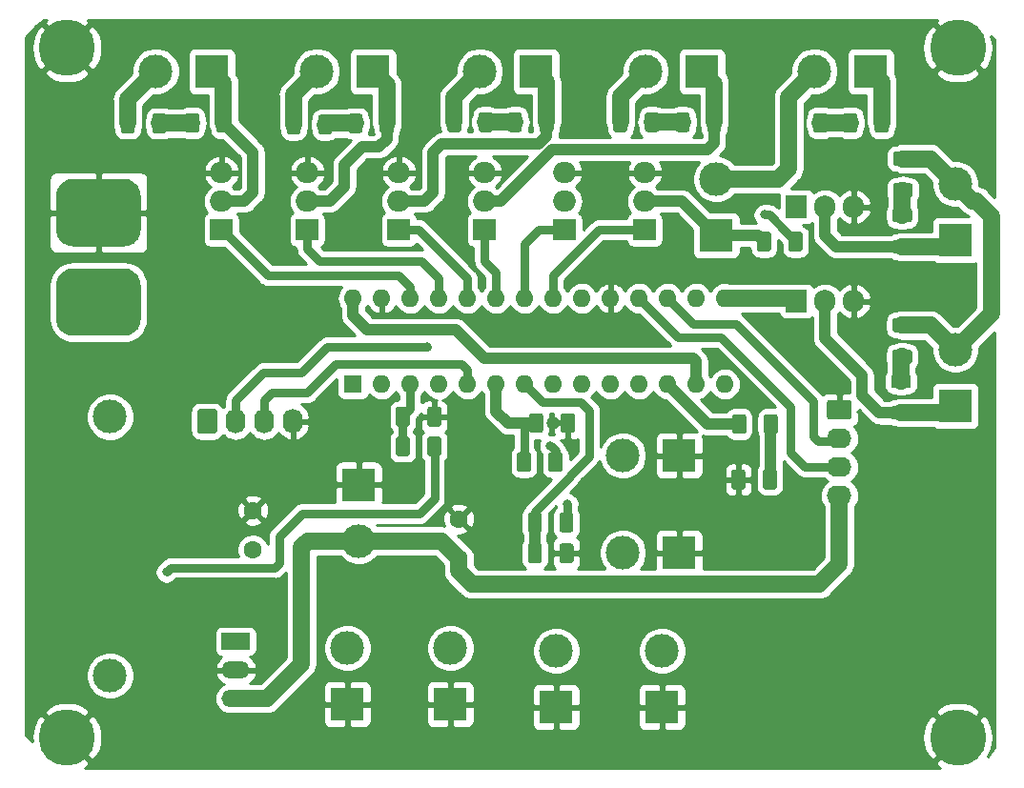
<source format=gbr>
G04 #@! TF.GenerationSoftware,KiCad,Pcbnew,5.1.2-f72e74a~84~ubuntu18.04.1*
G04 #@! TF.CreationDate,2019-09-15T07:59:56+02:00*
G04 #@! TF.ProjectId,PowerElectrobot,506f7765-7245-46c6-9563-74726f626f74,rev?*
G04 #@! TF.SameCoordinates,Original*
G04 #@! TF.FileFunction,Copper,L1,Top*
G04 #@! TF.FilePolarity,Positive*
%FSLAX46Y46*%
G04 Gerber Fmt 4.6, Leading zero omitted, Abs format (unit mm)*
G04 Created by KiCad (PCBNEW 5.1.2-f72e74a~84~ubuntu18.04.1) date 2019-09-15 07:59:56*
%MOMM*%
%LPD*%
G04 APERTURE LIST*
%ADD10C,0.100000*%
%ADD11C,6.000000*%
%ADD12C,5.000000*%
%ADD13C,1.600000*%
%ADD14C,1.250000*%
%ADD15C,3.000000*%
%ADD16R,3.000000X3.000000*%
%ADD17O,1.740000X2.200000*%
%ADD18C,1.740000*%
%ADD19O,2.200000X1.740000*%
%ADD20O,1.905000X2.000000*%
%ADD21R,1.905000X2.000000*%
%ADD22O,2.000000X1.905000*%
%ADD23R,2.000000X1.905000*%
%ADD24R,1.600000X1.600000*%
%ADD25O,1.600000X1.600000*%
%ADD26R,2.500000X1.500000*%
%ADD27O,2.500000X1.500000*%
%ADD28C,1.200000*%
%ADD29C,0.800000*%
%ADD30C,1.000000*%
%ADD31C,1.500000*%
%ADD32C,0.750000*%
%ADD33C,0.254000*%
G04 APERTURE END LIST*
D10*
G36*
X78089026Y-70675223D02*
G01*
X78234635Y-70696822D01*
X78377427Y-70732589D01*
X78516025Y-70782181D01*
X78649095Y-70845118D01*
X78775355Y-70920796D01*
X78893590Y-71008484D01*
X79002660Y-71107340D01*
X79101516Y-71216410D01*
X79189204Y-71334645D01*
X79264882Y-71460905D01*
X79327819Y-71593975D01*
X79377411Y-71732573D01*
X79413178Y-71875365D01*
X79434777Y-72020974D01*
X79442000Y-72168000D01*
X79442000Y-75168000D01*
X79434777Y-75315026D01*
X79413178Y-75460635D01*
X79377411Y-75603427D01*
X79327819Y-75742025D01*
X79264882Y-75875095D01*
X79189204Y-76001355D01*
X79101516Y-76119590D01*
X79002660Y-76228660D01*
X78893590Y-76327516D01*
X78775355Y-76415204D01*
X78649095Y-76490882D01*
X78516025Y-76553819D01*
X78377427Y-76603411D01*
X78234635Y-76639178D01*
X78089026Y-76660777D01*
X77942000Y-76668000D01*
X73442000Y-76668000D01*
X73294974Y-76660777D01*
X73149365Y-76639178D01*
X73006573Y-76603411D01*
X72867975Y-76553819D01*
X72734905Y-76490882D01*
X72608645Y-76415204D01*
X72490410Y-76327516D01*
X72381340Y-76228660D01*
X72282484Y-76119590D01*
X72194796Y-76001355D01*
X72119118Y-75875095D01*
X72056181Y-75742025D01*
X72006589Y-75603427D01*
X71970822Y-75460635D01*
X71949223Y-75315026D01*
X71942000Y-75168000D01*
X71942000Y-72168000D01*
X71949223Y-72020974D01*
X71970822Y-71875365D01*
X72006589Y-71732573D01*
X72056181Y-71593975D01*
X72119118Y-71460905D01*
X72194796Y-71334645D01*
X72282484Y-71216410D01*
X72381340Y-71107340D01*
X72490410Y-71008484D01*
X72608645Y-70920796D01*
X72734905Y-70845118D01*
X72867975Y-70782181D01*
X73006573Y-70732589D01*
X73149365Y-70696822D01*
X73294974Y-70675223D01*
X73442000Y-70668000D01*
X77942000Y-70668000D01*
X78089026Y-70675223D01*
X78089026Y-70675223D01*
G37*
D11*
X75692000Y-73668000D03*
D10*
G36*
X78089026Y-78625223D02*
G01*
X78234635Y-78646822D01*
X78377427Y-78682589D01*
X78516025Y-78732181D01*
X78649095Y-78795118D01*
X78775355Y-78870796D01*
X78893590Y-78958484D01*
X79002660Y-79057340D01*
X79101516Y-79166410D01*
X79189204Y-79284645D01*
X79264882Y-79410905D01*
X79327819Y-79543975D01*
X79377411Y-79682573D01*
X79413178Y-79825365D01*
X79434777Y-79970974D01*
X79442000Y-80118000D01*
X79442000Y-83118000D01*
X79434777Y-83265026D01*
X79413178Y-83410635D01*
X79377411Y-83553427D01*
X79327819Y-83692025D01*
X79264882Y-83825095D01*
X79189204Y-83951355D01*
X79101516Y-84069590D01*
X79002660Y-84178660D01*
X78893590Y-84277516D01*
X78775355Y-84365204D01*
X78649095Y-84440882D01*
X78516025Y-84503819D01*
X78377427Y-84553411D01*
X78234635Y-84589178D01*
X78089026Y-84610777D01*
X77942000Y-84618000D01*
X73442000Y-84618000D01*
X73294974Y-84610777D01*
X73149365Y-84589178D01*
X73006573Y-84553411D01*
X72867975Y-84503819D01*
X72734905Y-84440882D01*
X72608645Y-84365204D01*
X72490410Y-84277516D01*
X72381340Y-84178660D01*
X72282484Y-84069590D01*
X72194796Y-83951355D01*
X72119118Y-83825095D01*
X72056181Y-83692025D01*
X72006589Y-83553427D01*
X71970822Y-83410635D01*
X71949223Y-83265026D01*
X71942000Y-83118000D01*
X71942000Y-80118000D01*
X71949223Y-79970974D01*
X71970822Y-79825365D01*
X72006589Y-79682573D01*
X72056181Y-79543975D01*
X72119118Y-79410905D01*
X72194796Y-79284645D01*
X72282484Y-79166410D01*
X72381340Y-79057340D01*
X72490410Y-78958484D01*
X72608645Y-78870796D01*
X72734905Y-78795118D01*
X72867975Y-78732181D01*
X73006573Y-78682589D01*
X73149365Y-78646822D01*
X73294974Y-78625223D01*
X73442000Y-78618000D01*
X77942000Y-78618000D01*
X78089026Y-78625223D01*
X78089026Y-78625223D01*
G37*
D11*
X75692000Y-81618000D03*
D12*
X152000000Y-59029600D03*
D13*
X89408000Y-103632000D03*
X89408000Y-100132000D03*
X107696000Y-100894000D03*
X107696000Y-104394000D03*
D10*
G36*
X132916505Y-96511205D02*
G01*
X132940774Y-96514805D01*
X132964572Y-96520766D01*
X132987672Y-96529031D01*
X133009850Y-96539521D01*
X133030894Y-96552134D01*
X133050599Y-96566748D01*
X133068778Y-96583224D01*
X133085254Y-96601403D01*
X133099868Y-96621108D01*
X133112481Y-96642152D01*
X133122971Y-96664330D01*
X133131236Y-96687430D01*
X133137197Y-96711228D01*
X133140797Y-96735497D01*
X133142001Y-96760001D01*
X133142001Y-98010001D01*
X133140797Y-98034505D01*
X133137197Y-98058774D01*
X133131236Y-98082572D01*
X133122971Y-98105672D01*
X133112481Y-98127850D01*
X133099868Y-98148894D01*
X133085254Y-98168599D01*
X133068778Y-98186778D01*
X133050599Y-98203254D01*
X133030894Y-98217868D01*
X133009850Y-98230481D01*
X132987672Y-98240971D01*
X132964572Y-98249236D01*
X132940774Y-98255197D01*
X132916505Y-98258797D01*
X132892001Y-98260001D01*
X132142001Y-98260001D01*
X132117497Y-98258797D01*
X132093228Y-98255197D01*
X132069430Y-98249236D01*
X132046330Y-98240971D01*
X132024152Y-98230481D01*
X132003108Y-98217868D01*
X131983403Y-98203254D01*
X131965224Y-98186778D01*
X131948748Y-98168599D01*
X131934134Y-98148894D01*
X131921521Y-98127850D01*
X131911031Y-98105672D01*
X131902766Y-98082572D01*
X131896805Y-98058774D01*
X131893205Y-98034505D01*
X131892001Y-98010001D01*
X131892001Y-96760001D01*
X131893205Y-96735497D01*
X131896805Y-96711228D01*
X131902766Y-96687430D01*
X131911031Y-96664330D01*
X131921521Y-96642152D01*
X131934134Y-96621108D01*
X131948748Y-96601403D01*
X131965224Y-96583224D01*
X131983403Y-96566748D01*
X132003108Y-96552134D01*
X132024152Y-96539521D01*
X132046330Y-96529031D01*
X132069430Y-96520766D01*
X132093228Y-96514805D01*
X132117497Y-96511205D01*
X132142001Y-96510001D01*
X132892001Y-96510001D01*
X132916505Y-96511205D01*
X132916505Y-96511205D01*
G37*
D14*
X132517001Y-97385001D03*
D10*
G36*
X135716505Y-96511205D02*
G01*
X135740774Y-96514805D01*
X135764572Y-96520766D01*
X135787672Y-96529031D01*
X135809850Y-96539521D01*
X135830894Y-96552134D01*
X135850599Y-96566748D01*
X135868778Y-96583224D01*
X135885254Y-96601403D01*
X135899868Y-96621108D01*
X135912481Y-96642152D01*
X135922971Y-96664330D01*
X135931236Y-96687430D01*
X135937197Y-96711228D01*
X135940797Y-96735497D01*
X135942001Y-96760001D01*
X135942001Y-98010001D01*
X135940797Y-98034505D01*
X135937197Y-98058774D01*
X135931236Y-98082572D01*
X135922971Y-98105672D01*
X135912481Y-98127850D01*
X135899868Y-98148894D01*
X135885254Y-98168599D01*
X135868778Y-98186778D01*
X135850599Y-98203254D01*
X135830894Y-98217868D01*
X135809850Y-98230481D01*
X135787672Y-98240971D01*
X135764572Y-98249236D01*
X135740774Y-98255197D01*
X135716505Y-98258797D01*
X135692001Y-98260001D01*
X134942001Y-98260001D01*
X134917497Y-98258797D01*
X134893228Y-98255197D01*
X134869430Y-98249236D01*
X134846330Y-98240971D01*
X134824152Y-98230481D01*
X134803108Y-98217868D01*
X134783403Y-98203254D01*
X134765224Y-98186778D01*
X134748748Y-98168599D01*
X134734134Y-98148894D01*
X134721521Y-98127850D01*
X134711031Y-98105672D01*
X134702766Y-98082572D01*
X134696805Y-98058774D01*
X134693205Y-98034505D01*
X134692001Y-98010001D01*
X134692001Y-96760001D01*
X134693205Y-96735497D01*
X134696805Y-96711228D01*
X134702766Y-96687430D01*
X134711031Y-96664330D01*
X134721521Y-96642152D01*
X134734134Y-96621108D01*
X134748748Y-96601403D01*
X134765224Y-96583224D01*
X134783403Y-96566748D01*
X134803108Y-96552134D01*
X134824152Y-96539521D01*
X134846330Y-96529031D01*
X134869430Y-96520766D01*
X134893228Y-96514805D01*
X134917497Y-96511205D01*
X134942001Y-96510001D01*
X135692001Y-96510001D01*
X135716505Y-96511205D01*
X135716505Y-96511205D01*
G37*
D14*
X135317001Y-97385001D03*
D15*
X76708000Y-91808000D03*
X76708000Y-114808000D03*
D12*
X72898000Y-59029600D03*
X152000000Y-120294400D03*
X72898000Y-120294400D03*
D15*
X97790000Y-112348000D03*
D16*
X97790000Y-117348000D03*
X106934000Y-117348000D03*
D15*
X106934000Y-112348000D03*
D16*
X116332000Y-117602000D03*
D15*
X116332000Y-112602000D03*
X125730000Y-112602000D03*
D16*
X125730000Y-117602000D03*
X98806000Y-97840800D03*
D15*
X98806000Y-102840800D03*
D17*
X92964000Y-92202000D03*
X90424000Y-92202000D03*
X87884000Y-92202000D03*
D10*
G36*
X85988505Y-91103204D02*
G01*
X86012773Y-91106804D01*
X86036572Y-91112765D01*
X86059671Y-91121030D01*
X86081850Y-91131520D01*
X86102893Y-91144132D01*
X86122599Y-91158747D01*
X86140777Y-91175223D01*
X86157253Y-91193401D01*
X86171868Y-91213107D01*
X86184480Y-91234150D01*
X86194970Y-91256329D01*
X86203235Y-91279428D01*
X86209196Y-91303227D01*
X86212796Y-91327495D01*
X86214000Y-91351999D01*
X86214000Y-93052001D01*
X86212796Y-93076505D01*
X86209196Y-93100773D01*
X86203235Y-93124572D01*
X86194970Y-93147671D01*
X86184480Y-93169850D01*
X86171868Y-93190893D01*
X86157253Y-93210599D01*
X86140777Y-93228777D01*
X86122599Y-93245253D01*
X86102893Y-93259868D01*
X86081850Y-93272480D01*
X86059671Y-93282970D01*
X86036572Y-93291235D01*
X86012773Y-93297196D01*
X85988505Y-93300796D01*
X85964001Y-93302000D01*
X84723999Y-93302000D01*
X84699495Y-93300796D01*
X84675227Y-93297196D01*
X84651428Y-93291235D01*
X84628329Y-93282970D01*
X84606150Y-93272480D01*
X84585107Y-93259868D01*
X84565401Y-93245253D01*
X84547223Y-93228777D01*
X84530747Y-93210599D01*
X84516132Y-93190893D01*
X84503520Y-93169850D01*
X84493030Y-93147671D01*
X84484765Y-93124572D01*
X84478804Y-93100773D01*
X84475204Y-93076505D01*
X84474000Y-93052001D01*
X84474000Y-91351999D01*
X84475204Y-91327495D01*
X84478804Y-91303227D01*
X84484765Y-91279428D01*
X84493030Y-91256329D01*
X84503520Y-91234150D01*
X84516132Y-91213107D01*
X84530747Y-91193401D01*
X84547223Y-91175223D01*
X84565401Y-91158747D01*
X84585107Y-91144132D01*
X84606150Y-91131520D01*
X84628329Y-91121030D01*
X84651428Y-91112765D01*
X84675227Y-91106804D01*
X84699495Y-91103204D01*
X84723999Y-91102000D01*
X85964001Y-91102000D01*
X85988505Y-91103204D01*
X85988505Y-91103204D01*
G37*
D18*
X85344000Y-92202000D03*
D10*
G36*
X142352505Y-90317204D02*
G01*
X142376773Y-90320804D01*
X142400572Y-90326765D01*
X142423671Y-90335030D01*
X142445850Y-90345520D01*
X142466893Y-90358132D01*
X142486599Y-90372747D01*
X142504777Y-90389223D01*
X142521253Y-90407401D01*
X142535868Y-90427107D01*
X142548480Y-90448150D01*
X142558970Y-90470329D01*
X142567235Y-90493428D01*
X142573196Y-90517227D01*
X142576796Y-90541495D01*
X142578000Y-90565999D01*
X142578000Y-91806001D01*
X142576796Y-91830505D01*
X142573196Y-91854773D01*
X142567235Y-91878572D01*
X142558970Y-91901671D01*
X142548480Y-91923850D01*
X142535868Y-91944893D01*
X142521253Y-91964599D01*
X142504777Y-91982777D01*
X142486599Y-91999253D01*
X142466893Y-92013868D01*
X142445850Y-92026480D01*
X142423671Y-92036970D01*
X142400572Y-92045235D01*
X142376773Y-92051196D01*
X142352505Y-92054796D01*
X142328001Y-92056000D01*
X140627999Y-92056000D01*
X140603495Y-92054796D01*
X140579227Y-92051196D01*
X140555428Y-92045235D01*
X140532329Y-92036970D01*
X140510150Y-92026480D01*
X140489107Y-92013868D01*
X140469401Y-91999253D01*
X140451223Y-91982777D01*
X140434747Y-91964599D01*
X140420132Y-91944893D01*
X140407520Y-91923850D01*
X140397030Y-91901671D01*
X140388765Y-91878572D01*
X140382804Y-91854773D01*
X140379204Y-91830505D01*
X140378000Y-91806001D01*
X140378000Y-90565999D01*
X140379204Y-90541495D01*
X140382804Y-90517227D01*
X140388765Y-90493428D01*
X140397030Y-90470329D01*
X140407520Y-90448150D01*
X140420132Y-90427107D01*
X140434747Y-90407401D01*
X140451223Y-90389223D01*
X140469401Y-90372747D01*
X140489107Y-90358132D01*
X140510150Y-90345520D01*
X140532329Y-90335030D01*
X140555428Y-90326765D01*
X140579227Y-90320804D01*
X140603495Y-90317204D01*
X140627999Y-90316000D01*
X142328001Y-90316000D01*
X142352505Y-90317204D01*
X142352505Y-90317204D01*
G37*
D18*
X141478000Y-91186000D03*
D19*
X141478000Y-93726000D03*
X141478000Y-96266000D03*
X141478000Y-98806000D03*
D15*
X122254000Y-95250000D03*
D16*
X127254000Y-95250000D03*
X151790400Y-90852000D03*
D15*
X151790400Y-85852000D03*
X124286000Y-61112400D03*
D16*
X129286000Y-61112400D03*
D15*
X151790400Y-71120000D03*
D16*
X151790400Y-76120000D03*
D15*
X109554000Y-61112400D03*
D16*
X114554000Y-61112400D03*
X127254000Y-103886000D03*
D15*
X122254000Y-103886000D03*
D16*
X130556000Y-75692000D03*
D15*
X130556000Y-70692000D03*
X95076000Y-61112400D03*
D16*
X100076000Y-61112400D03*
X144272000Y-61112400D03*
D15*
X139272000Y-61112400D03*
X80772000Y-61112400D03*
D16*
X85772000Y-61112400D03*
D20*
X142748000Y-81534000D03*
X140208000Y-81534000D03*
D21*
X137668000Y-81534000D03*
D22*
X109982000Y-70104000D03*
X109982000Y-72644000D03*
D23*
X109982000Y-75184000D03*
D21*
X137668000Y-73152000D03*
D20*
X140208000Y-73152000D03*
X142748000Y-73152000D03*
D23*
X102362000Y-75184000D03*
D22*
X102362000Y-72644000D03*
X102362000Y-70104000D03*
D23*
X124206000Y-75184000D03*
D22*
X124206000Y-72644000D03*
X124206000Y-70104000D03*
X94234000Y-70104000D03*
X94234000Y-72644000D03*
D23*
X94234000Y-75184000D03*
X117094000Y-75184000D03*
D22*
X117094000Y-72644000D03*
X117094000Y-70104000D03*
X86614000Y-70104000D03*
X86614000Y-72644000D03*
D23*
X86614000Y-75184000D03*
D10*
G36*
X132987504Y-91582204D02*
G01*
X133011773Y-91585804D01*
X133035571Y-91591765D01*
X133058671Y-91600030D01*
X133080849Y-91610520D01*
X133101893Y-91623133D01*
X133121598Y-91637747D01*
X133139777Y-91654223D01*
X133156253Y-91672402D01*
X133170867Y-91692107D01*
X133183480Y-91713151D01*
X133193970Y-91735329D01*
X133202235Y-91758429D01*
X133208196Y-91782227D01*
X133211796Y-91806496D01*
X133213000Y-91831000D01*
X133213000Y-93081000D01*
X133211796Y-93105504D01*
X133208196Y-93129773D01*
X133202235Y-93153571D01*
X133193970Y-93176671D01*
X133183480Y-93198849D01*
X133170867Y-93219893D01*
X133156253Y-93239598D01*
X133139777Y-93257777D01*
X133121598Y-93274253D01*
X133101893Y-93288867D01*
X133080849Y-93301480D01*
X133058671Y-93311970D01*
X133035571Y-93320235D01*
X133011773Y-93326196D01*
X132987504Y-93329796D01*
X132963000Y-93331000D01*
X132213000Y-93331000D01*
X132188496Y-93329796D01*
X132164227Y-93326196D01*
X132140429Y-93320235D01*
X132117329Y-93311970D01*
X132095151Y-93301480D01*
X132074107Y-93288867D01*
X132054402Y-93274253D01*
X132036223Y-93257777D01*
X132019747Y-93239598D01*
X132005133Y-93219893D01*
X131992520Y-93198849D01*
X131982030Y-93176671D01*
X131973765Y-93153571D01*
X131967804Y-93129773D01*
X131964204Y-93105504D01*
X131963000Y-93081000D01*
X131963000Y-91831000D01*
X131964204Y-91806496D01*
X131967804Y-91782227D01*
X131973765Y-91758429D01*
X131982030Y-91735329D01*
X131992520Y-91713151D01*
X132005133Y-91692107D01*
X132019747Y-91672402D01*
X132036223Y-91654223D01*
X132054402Y-91637747D01*
X132074107Y-91623133D01*
X132095151Y-91610520D01*
X132117329Y-91600030D01*
X132140429Y-91591765D01*
X132164227Y-91585804D01*
X132188496Y-91582204D01*
X132213000Y-91581000D01*
X132963000Y-91581000D01*
X132987504Y-91582204D01*
X132987504Y-91582204D01*
G37*
D14*
X132588000Y-92456000D03*
D10*
G36*
X135787504Y-91582204D02*
G01*
X135811773Y-91585804D01*
X135835571Y-91591765D01*
X135858671Y-91600030D01*
X135880849Y-91610520D01*
X135901893Y-91623133D01*
X135921598Y-91637747D01*
X135939777Y-91654223D01*
X135956253Y-91672402D01*
X135970867Y-91692107D01*
X135983480Y-91713151D01*
X135993970Y-91735329D01*
X136002235Y-91758429D01*
X136008196Y-91782227D01*
X136011796Y-91806496D01*
X136013000Y-91831000D01*
X136013000Y-93081000D01*
X136011796Y-93105504D01*
X136008196Y-93129773D01*
X136002235Y-93153571D01*
X135993970Y-93176671D01*
X135983480Y-93198849D01*
X135970867Y-93219893D01*
X135956253Y-93239598D01*
X135939777Y-93257777D01*
X135921598Y-93274253D01*
X135901893Y-93288867D01*
X135880849Y-93301480D01*
X135858671Y-93311970D01*
X135835571Y-93320235D01*
X135811773Y-93326196D01*
X135787504Y-93329796D01*
X135763000Y-93331000D01*
X135013000Y-93331000D01*
X134988496Y-93329796D01*
X134964227Y-93326196D01*
X134940429Y-93320235D01*
X134917329Y-93311970D01*
X134895151Y-93301480D01*
X134874107Y-93288867D01*
X134854402Y-93274253D01*
X134836223Y-93257777D01*
X134819747Y-93239598D01*
X134805133Y-93219893D01*
X134792520Y-93198849D01*
X134782030Y-93176671D01*
X134773765Y-93153571D01*
X134767804Y-93129773D01*
X134764204Y-93105504D01*
X134763000Y-93081000D01*
X134763000Y-91831000D01*
X134764204Y-91806496D01*
X134767804Y-91782227D01*
X134773765Y-91758429D01*
X134782030Y-91735329D01*
X134792520Y-91713151D01*
X134805133Y-91692107D01*
X134819747Y-91672402D01*
X134836223Y-91654223D01*
X134854402Y-91637747D01*
X134874107Y-91623133D01*
X134895151Y-91610520D01*
X134917329Y-91600030D01*
X134940429Y-91591765D01*
X134964227Y-91585804D01*
X134988496Y-91582204D01*
X135013000Y-91581000D01*
X135763000Y-91581000D01*
X135787504Y-91582204D01*
X135787504Y-91582204D01*
G37*
D14*
X135388000Y-92456000D03*
D24*
X98298000Y-88900000D03*
D25*
X131318000Y-81280000D03*
X100838000Y-88900000D03*
X128778000Y-81280000D03*
X103378000Y-88900000D03*
X126238000Y-81280000D03*
X105918000Y-88900000D03*
X123698000Y-81280000D03*
X108458000Y-88900000D03*
X121158000Y-81280000D03*
X110998000Y-88900000D03*
X118618000Y-81280000D03*
X113538000Y-88900000D03*
X116078000Y-81280000D03*
X116078000Y-88900000D03*
X113538000Y-81280000D03*
X118618000Y-88900000D03*
X110998000Y-81280000D03*
X121158000Y-88900000D03*
X108458000Y-81280000D03*
X123698000Y-88900000D03*
X105918000Y-81280000D03*
X126238000Y-88900000D03*
X103378000Y-81280000D03*
X128778000Y-88900000D03*
X100838000Y-81280000D03*
X131318000Y-88900000D03*
X98298000Y-81280000D03*
D26*
X87884000Y-111760000D03*
D27*
X87884000Y-114300000D03*
X87884000Y-116840000D03*
D10*
G36*
X147613904Y-88022204D02*
G01*
X147638173Y-88025804D01*
X147661971Y-88031765D01*
X147685071Y-88040030D01*
X147707249Y-88050520D01*
X147728293Y-88063133D01*
X147747998Y-88077747D01*
X147766177Y-88094223D01*
X147782653Y-88112402D01*
X147797267Y-88132107D01*
X147809880Y-88153151D01*
X147820370Y-88175329D01*
X147828635Y-88198429D01*
X147834596Y-88222227D01*
X147838196Y-88246496D01*
X147839400Y-88271000D01*
X147839400Y-89021000D01*
X147838196Y-89045504D01*
X147834596Y-89069773D01*
X147828635Y-89093571D01*
X147820370Y-89116671D01*
X147809880Y-89138849D01*
X147797267Y-89159893D01*
X147782653Y-89179598D01*
X147766177Y-89197777D01*
X147747998Y-89214253D01*
X147728293Y-89228867D01*
X147707249Y-89241480D01*
X147685071Y-89251970D01*
X147661971Y-89260235D01*
X147638173Y-89266196D01*
X147613904Y-89269796D01*
X147589400Y-89271000D01*
X146339400Y-89271000D01*
X146314896Y-89269796D01*
X146290627Y-89266196D01*
X146266829Y-89260235D01*
X146243729Y-89251970D01*
X146221551Y-89241480D01*
X146200507Y-89228867D01*
X146180802Y-89214253D01*
X146162623Y-89197777D01*
X146146147Y-89179598D01*
X146131533Y-89159893D01*
X146118920Y-89138849D01*
X146108430Y-89116671D01*
X146100165Y-89093571D01*
X146094204Y-89069773D01*
X146090604Y-89045504D01*
X146089400Y-89021000D01*
X146089400Y-88271000D01*
X146090604Y-88246496D01*
X146094204Y-88222227D01*
X146100165Y-88198429D01*
X146108430Y-88175329D01*
X146118920Y-88153151D01*
X146131533Y-88132107D01*
X146146147Y-88112402D01*
X146162623Y-88094223D01*
X146180802Y-88077747D01*
X146200507Y-88063133D01*
X146221551Y-88050520D01*
X146243729Y-88040030D01*
X146266829Y-88031765D01*
X146290627Y-88025804D01*
X146314896Y-88022204D01*
X146339400Y-88021000D01*
X147589400Y-88021000D01*
X147613904Y-88022204D01*
X147613904Y-88022204D01*
G37*
D14*
X146964400Y-88646000D03*
D10*
G36*
X147613904Y-90822204D02*
G01*
X147638173Y-90825804D01*
X147661971Y-90831765D01*
X147685071Y-90840030D01*
X147707249Y-90850520D01*
X147728293Y-90863133D01*
X147747998Y-90877747D01*
X147766177Y-90894223D01*
X147782653Y-90912402D01*
X147797267Y-90932107D01*
X147809880Y-90953151D01*
X147820370Y-90975329D01*
X147828635Y-90998429D01*
X147834596Y-91022227D01*
X147838196Y-91046496D01*
X147839400Y-91071000D01*
X147839400Y-91821000D01*
X147838196Y-91845504D01*
X147834596Y-91869773D01*
X147828635Y-91893571D01*
X147820370Y-91916671D01*
X147809880Y-91938849D01*
X147797267Y-91959893D01*
X147782653Y-91979598D01*
X147766177Y-91997777D01*
X147747998Y-92014253D01*
X147728293Y-92028867D01*
X147707249Y-92041480D01*
X147685071Y-92051970D01*
X147661971Y-92060235D01*
X147638173Y-92066196D01*
X147613904Y-92069796D01*
X147589400Y-92071000D01*
X146339400Y-92071000D01*
X146314896Y-92069796D01*
X146290627Y-92066196D01*
X146266829Y-92060235D01*
X146243729Y-92051970D01*
X146221551Y-92041480D01*
X146200507Y-92028867D01*
X146180802Y-92014253D01*
X146162623Y-91997777D01*
X146146147Y-91979598D01*
X146131533Y-91959893D01*
X146118920Y-91938849D01*
X146108430Y-91916671D01*
X146100165Y-91893571D01*
X146094204Y-91869773D01*
X146090604Y-91845504D01*
X146089400Y-91821000D01*
X146089400Y-91071000D01*
X146090604Y-91046496D01*
X146094204Y-91022227D01*
X146100165Y-90998429D01*
X146108430Y-90975329D01*
X146118920Y-90953151D01*
X146131533Y-90932107D01*
X146146147Y-90912402D01*
X146162623Y-90894223D01*
X146180802Y-90877747D01*
X146200507Y-90863133D01*
X146221551Y-90850520D01*
X146243729Y-90840030D01*
X146266829Y-90831765D01*
X146290627Y-90825804D01*
X146314896Y-90822204D01*
X146339400Y-90821000D01*
X147589400Y-90821000D01*
X147613904Y-90822204D01*
X147613904Y-90822204D01*
G37*
D14*
X146964400Y-91446000D03*
D10*
G36*
X130758304Y-64759804D02*
G01*
X130782573Y-64763404D01*
X130806371Y-64769365D01*
X130829471Y-64777630D01*
X130851649Y-64788120D01*
X130872693Y-64800733D01*
X130892398Y-64815347D01*
X130910577Y-64831823D01*
X130927053Y-64850002D01*
X130941667Y-64869707D01*
X130954280Y-64890751D01*
X130964770Y-64912929D01*
X130973035Y-64936029D01*
X130978996Y-64959827D01*
X130982596Y-64984096D01*
X130983800Y-65008600D01*
X130983800Y-66258600D01*
X130982596Y-66283104D01*
X130978996Y-66307373D01*
X130973035Y-66331171D01*
X130964770Y-66354271D01*
X130954280Y-66376449D01*
X130941667Y-66397493D01*
X130927053Y-66417198D01*
X130910577Y-66435377D01*
X130892398Y-66451853D01*
X130872693Y-66466467D01*
X130851649Y-66479080D01*
X130829471Y-66489570D01*
X130806371Y-66497835D01*
X130782573Y-66503796D01*
X130758304Y-66507396D01*
X130733800Y-66508600D01*
X129983800Y-66508600D01*
X129959296Y-66507396D01*
X129935027Y-66503796D01*
X129911229Y-66497835D01*
X129888129Y-66489570D01*
X129865951Y-66479080D01*
X129844907Y-66466467D01*
X129825202Y-66451853D01*
X129807023Y-66435377D01*
X129790547Y-66417198D01*
X129775933Y-66397493D01*
X129763320Y-66376449D01*
X129752830Y-66354271D01*
X129744565Y-66331171D01*
X129738604Y-66307373D01*
X129735004Y-66283104D01*
X129733800Y-66258600D01*
X129733800Y-65008600D01*
X129735004Y-64984096D01*
X129738604Y-64959827D01*
X129744565Y-64936029D01*
X129752830Y-64912929D01*
X129763320Y-64890751D01*
X129775933Y-64869707D01*
X129790547Y-64850002D01*
X129807023Y-64831823D01*
X129825202Y-64815347D01*
X129844907Y-64800733D01*
X129865951Y-64788120D01*
X129888129Y-64777630D01*
X129911229Y-64769365D01*
X129935027Y-64763404D01*
X129959296Y-64759804D01*
X129983800Y-64758600D01*
X130733800Y-64758600D01*
X130758304Y-64759804D01*
X130758304Y-64759804D01*
G37*
D14*
X130358800Y-65633600D03*
D10*
G36*
X127958304Y-64759804D02*
G01*
X127982573Y-64763404D01*
X128006371Y-64769365D01*
X128029471Y-64777630D01*
X128051649Y-64788120D01*
X128072693Y-64800733D01*
X128092398Y-64815347D01*
X128110577Y-64831823D01*
X128127053Y-64850002D01*
X128141667Y-64869707D01*
X128154280Y-64890751D01*
X128164770Y-64912929D01*
X128173035Y-64936029D01*
X128178996Y-64959827D01*
X128182596Y-64984096D01*
X128183800Y-65008600D01*
X128183800Y-66258600D01*
X128182596Y-66283104D01*
X128178996Y-66307373D01*
X128173035Y-66331171D01*
X128164770Y-66354271D01*
X128154280Y-66376449D01*
X128141667Y-66397493D01*
X128127053Y-66417198D01*
X128110577Y-66435377D01*
X128092398Y-66451853D01*
X128072693Y-66466467D01*
X128051649Y-66479080D01*
X128029471Y-66489570D01*
X128006371Y-66497835D01*
X127982573Y-66503796D01*
X127958304Y-66507396D01*
X127933800Y-66508600D01*
X127183800Y-66508600D01*
X127159296Y-66507396D01*
X127135027Y-66503796D01*
X127111229Y-66497835D01*
X127088129Y-66489570D01*
X127065951Y-66479080D01*
X127044907Y-66466467D01*
X127025202Y-66451853D01*
X127007023Y-66435377D01*
X126990547Y-66417198D01*
X126975933Y-66397493D01*
X126963320Y-66376449D01*
X126952830Y-66354271D01*
X126944565Y-66331171D01*
X126938604Y-66307373D01*
X126935004Y-66283104D01*
X126933800Y-66258600D01*
X126933800Y-65008600D01*
X126935004Y-64984096D01*
X126938604Y-64959827D01*
X126944565Y-64936029D01*
X126952830Y-64912929D01*
X126963320Y-64890751D01*
X126975933Y-64869707D01*
X126990547Y-64850002D01*
X127007023Y-64831823D01*
X127025202Y-64815347D01*
X127044907Y-64800733D01*
X127065951Y-64788120D01*
X127088129Y-64777630D01*
X127111229Y-64769365D01*
X127135027Y-64763404D01*
X127159296Y-64759804D01*
X127183800Y-64758600D01*
X127933800Y-64758600D01*
X127958304Y-64759804D01*
X127958304Y-64759804D01*
G37*
D14*
X127558800Y-65633600D03*
D10*
G36*
X147715504Y-76084204D02*
G01*
X147739773Y-76087804D01*
X147763571Y-76093765D01*
X147786671Y-76102030D01*
X147808849Y-76112520D01*
X147829893Y-76125133D01*
X147849598Y-76139747D01*
X147867777Y-76156223D01*
X147884253Y-76174402D01*
X147898867Y-76194107D01*
X147911480Y-76215151D01*
X147921970Y-76237329D01*
X147930235Y-76260429D01*
X147936196Y-76284227D01*
X147939796Y-76308496D01*
X147941000Y-76333000D01*
X147941000Y-77083000D01*
X147939796Y-77107504D01*
X147936196Y-77131773D01*
X147930235Y-77155571D01*
X147921970Y-77178671D01*
X147911480Y-77200849D01*
X147898867Y-77221893D01*
X147884253Y-77241598D01*
X147867777Y-77259777D01*
X147849598Y-77276253D01*
X147829893Y-77290867D01*
X147808849Y-77303480D01*
X147786671Y-77313970D01*
X147763571Y-77322235D01*
X147739773Y-77328196D01*
X147715504Y-77331796D01*
X147691000Y-77333000D01*
X146441000Y-77333000D01*
X146416496Y-77331796D01*
X146392227Y-77328196D01*
X146368429Y-77322235D01*
X146345329Y-77313970D01*
X146323151Y-77303480D01*
X146302107Y-77290867D01*
X146282402Y-77276253D01*
X146264223Y-77259777D01*
X146247747Y-77241598D01*
X146233133Y-77221893D01*
X146220520Y-77200849D01*
X146210030Y-77178671D01*
X146201765Y-77155571D01*
X146195804Y-77131773D01*
X146192204Y-77107504D01*
X146191000Y-77083000D01*
X146191000Y-76333000D01*
X146192204Y-76308496D01*
X146195804Y-76284227D01*
X146201765Y-76260429D01*
X146210030Y-76237329D01*
X146220520Y-76215151D01*
X146233133Y-76194107D01*
X146247747Y-76174402D01*
X146264223Y-76156223D01*
X146282402Y-76139747D01*
X146302107Y-76125133D01*
X146323151Y-76112520D01*
X146345329Y-76102030D01*
X146368429Y-76093765D01*
X146392227Y-76087804D01*
X146416496Y-76084204D01*
X146441000Y-76083000D01*
X147691000Y-76083000D01*
X147715504Y-76084204D01*
X147715504Y-76084204D01*
G37*
D14*
X147066000Y-76708000D03*
D10*
G36*
X147715504Y-73284204D02*
G01*
X147739773Y-73287804D01*
X147763571Y-73293765D01*
X147786671Y-73302030D01*
X147808849Y-73312520D01*
X147829893Y-73325133D01*
X147849598Y-73339747D01*
X147867777Y-73356223D01*
X147884253Y-73374402D01*
X147898867Y-73394107D01*
X147911480Y-73415151D01*
X147921970Y-73437329D01*
X147930235Y-73460429D01*
X147936196Y-73484227D01*
X147939796Y-73508496D01*
X147941000Y-73533000D01*
X147941000Y-74283000D01*
X147939796Y-74307504D01*
X147936196Y-74331773D01*
X147930235Y-74355571D01*
X147921970Y-74378671D01*
X147911480Y-74400849D01*
X147898867Y-74421893D01*
X147884253Y-74441598D01*
X147867777Y-74459777D01*
X147849598Y-74476253D01*
X147829893Y-74490867D01*
X147808849Y-74503480D01*
X147786671Y-74513970D01*
X147763571Y-74522235D01*
X147739773Y-74528196D01*
X147715504Y-74531796D01*
X147691000Y-74533000D01*
X146441000Y-74533000D01*
X146416496Y-74531796D01*
X146392227Y-74528196D01*
X146368429Y-74522235D01*
X146345329Y-74513970D01*
X146323151Y-74503480D01*
X146302107Y-74490867D01*
X146282402Y-74476253D01*
X146264223Y-74459777D01*
X146247747Y-74441598D01*
X146233133Y-74421893D01*
X146220520Y-74400849D01*
X146210030Y-74378671D01*
X146201765Y-74355571D01*
X146195804Y-74331773D01*
X146192204Y-74307504D01*
X146191000Y-74283000D01*
X146191000Y-73533000D01*
X146192204Y-73508496D01*
X146195804Y-73484227D01*
X146201765Y-73460429D01*
X146210030Y-73437329D01*
X146220520Y-73415151D01*
X146233133Y-73394107D01*
X146247747Y-73374402D01*
X146264223Y-73356223D01*
X146282402Y-73339747D01*
X146302107Y-73325133D01*
X146323151Y-73312520D01*
X146345329Y-73302030D01*
X146368429Y-73293765D01*
X146392227Y-73287804D01*
X146416496Y-73284204D01*
X146441000Y-73283000D01*
X147691000Y-73283000D01*
X147715504Y-73284204D01*
X147715504Y-73284204D01*
G37*
D14*
X147066000Y-73908000D03*
D10*
G36*
X115873904Y-64759804D02*
G01*
X115898173Y-64763404D01*
X115921971Y-64769365D01*
X115945071Y-64777630D01*
X115967249Y-64788120D01*
X115988293Y-64800733D01*
X116007998Y-64815347D01*
X116026177Y-64831823D01*
X116042653Y-64850002D01*
X116057267Y-64869707D01*
X116069880Y-64890751D01*
X116080370Y-64912929D01*
X116088635Y-64936029D01*
X116094596Y-64959827D01*
X116098196Y-64984096D01*
X116099400Y-65008600D01*
X116099400Y-66258600D01*
X116098196Y-66283104D01*
X116094596Y-66307373D01*
X116088635Y-66331171D01*
X116080370Y-66354271D01*
X116069880Y-66376449D01*
X116057267Y-66397493D01*
X116042653Y-66417198D01*
X116026177Y-66435377D01*
X116007998Y-66451853D01*
X115988293Y-66466467D01*
X115967249Y-66479080D01*
X115945071Y-66489570D01*
X115921971Y-66497835D01*
X115898173Y-66503796D01*
X115873904Y-66507396D01*
X115849400Y-66508600D01*
X115099400Y-66508600D01*
X115074896Y-66507396D01*
X115050627Y-66503796D01*
X115026829Y-66497835D01*
X115003729Y-66489570D01*
X114981551Y-66479080D01*
X114960507Y-66466467D01*
X114940802Y-66451853D01*
X114922623Y-66435377D01*
X114906147Y-66417198D01*
X114891533Y-66397493D01*
X114878920Y-66376449D01*
X114868430Y-66354271D01*
X114860165Y-66331171D01*
X114854204Y-66307373D01*
X114850604Y-66283104D01*
X114849400Y-66258600D01*
X114849400Y-65008600D01*
X114850604Y-64984096D01*
X114854204Y-64959827D01*
X114860165Y-64936029D01*
X114868430Y-64912929D01*
X114878920Y-64890751D01*
X114891533Y-64869707D01*
X114906147Y-64850002D01*
X114922623Y-64831823D01*
X114940802Y-64815347D01*
X114960507Y-64800733D01*
X114981551Y-64788120D01*
X115003729Y-64777630D01*
X115026829Y-64769365D01*
X115050627Y-64763404D01*
X115074896Y-64759804D01*
X115099400Y-64758600D01*
X115849400Y-64758600D01*
X115873904Y-64759804D01*
X115873904Y-64759804D01*
G37*
D14*
X115474400Y-65633600D03*
D10*
G36*
X113073904Y-64759804D02*
G01*
X113098173Y-64763404D01*
X113121971Y-64769365D01*
X113145071Y-64777630D01*
X113167249Y-64788120D01*
X113188293Y-64800733D01*
X113207998Y-64815347D01*
X113226177Y-64831823D01*
X113242653Y-64850002D01*
X113257267Y-64869707D01*
X113269880Y-64890751D01*
X113280370Y-64912929D01*
X113288635Y-64936029D01*
X113294596Y-64959827D01*
X113298196Y-64984096D01*
X113299400Y-65008600D01*
X113299400Y-66258600D01*
X113298196Y-66283104D01*
X113294596Y-66307373D01*
X113288635Y-66331171D01*
X113280370Y-66354271D01*
X113269880Y-66376449D01*
X113257267Y-66397493D01*
X113242653Y-66417198D01*
X113226177Y-66435377D01*
X113207998Y-66451853D01*
X113188293Y-66466467D01*
X113167249Y-66479080D01*
X113145071Y-66489570D01*
X113121971Y-66497835D01*
X113098173Y-66503796D01*
X113073904Y-66507396D01*
X113049400Y-66508600D01*
X112299400Y-66508600D01*
X112274896Y-66507396D01*
X112250627Y-66503796D01*
X112226829Y-66497835D01*
X112203729Y-66489570D01*
X112181551Y-66479080D01*
X112160507Y-66466467D01*
X112140802Y-66451853D01*
X112122623Y-66435377D01*
X112106147Y-66417198D01*
X112091533Y-66397493D01*
X112078920Y-66376449D01*
X112068430Y-66354271D01*
X112060165Y-66331171D01*
X112054204Y-66307373D01*
X112050604Y-66283104D01*
X112049400Y-66258600D01*
X112049400Y-65008600D01*
X112050604Y-64984096D01*
X112054204Y-64959827D01*
X112060165Y-64936029D01*
X112068430Y-64912929D01*
X112078920Y-64890751D01*
X112091533Y-64869707D01*
X112106147Y-64850002D01*
X112122623Y-64831823D01*
X112140802Y-64815347D01*
X112160507Y-64800733D01*
X112181551Y-64788120D01*
X112203729Y-64777630D01*
X112226829Y-64769365D01*
X112250627Y-64763404D01*
X112274896Y-64759804D01*
X112299400Y-64758600D01*
X113049400Y-64758600D01*
X113073904Y-64759804D01*
X113073904Y-64759804D01*
G37*
D14*
X112674400Y-65633600D03*
D10*
G36*
X137994304Y-75377004D02*
G01*
X138018573Y-75380604D01*
X138042371Y-75386565D01*
X138065471Y-75394830D01*
X138087649Y-75405320D01*
X138108693Y-75417933D01*
X138128398Y-75432547D01*
X138146577Y-75449023D01*
X138163053Y-75467202D01*
X138177667Y-75486907D01*
X138190280Y-75507951D01*
X138200770Y-75530129D01*
X138209035Y-75553229D01*
X138214996Y-75577027D01*
X138218596Y-75601296D01*
X138219800Y-75625800D01*
X138219800Y-76875800D01*
X138218596Y-76900304D01*
X138214996Y-76924573D01*
X138209035Y-76948371D01*
X138200770Y-76971471D01*
X138190280Y-76993649D01*
X138177667Y-77014693D01*
X138163053Y-77034398D01*
X138146577Y-77052577D01*
X138128398Y-77069053D01*
X138108693Y-77083667D01*
X138087649Y-77096280D01*
X138065471Y-77106770D01*
X138042371Y-77115035D01*
X138018573Y-77120996D01*
X137994304Y-77124596D01*
X137969800Y-77125800D01*
X137219800Y-77125800D01*
X137195296Y-77124596D01*
X137171027Y-77120996D01*
X137147229Y-77115035D01*
X137124129Y-77106770D01*
X137101951Y-77096280D01*
X137080907Y-77083667D01*
X137061202Y-77069053D01*
X137043023Y-77052577D01*
X137026547Y-77034398D01*
X137011933Y-77014693D01*
X136999320Y-76993649D01*
X136988830Y-76971471D01*
X136980565Y-76948371D01*
X136974604Y-76924573D01*
X136971004Y-76900304D01*
X136969800Y-76875800D01*
X136969800Y-75625800D01*
X136971004Y-75601296D01*
X136974604Y-75577027D01*
X136980565Y-75553229D01*
X136988830Y-75530129D01*
X136999320Y-75507951D01*
X137011933Y-75486907D01*
X137026547Y-75467202D01*
X137043023Y-75449023D01*
X137061202Y-75432547D01*
X137080907Y-75417933D01*
X137101951Y-75405320D01*
X137124129Y-75394830D01*
X137147229Y-75386565D01*
X137171027Y-75380604D01*
X137195296Y-75377004D01*
X137219800Y-75375800D01*
X137969800Y-75375800D01*
X137994304Y-75377004D01*
X137994304Y-75377004D01*
G37*
D14*
X137594800Y-76250800D03*
D10*
G36*
X135194304Y-75377004D02*
G01*
X135218573Y-75380604D01*
X135242371Y-75386565D01*
X135265471Y-75394830D01*
X135287649Y-75405320D01*
X135308693Y-75417933D01*
X135328398Y-75432547D01*
X135346577Y-75449023D01*
X135363053Y-75467202D01*
X135377667Y-75486907D01*
X135390280Y-75507951D01*
X135400770Y-75530129D01*
X135409035Y-75553229D01*
X135414996Y-75577027D01*
X135418596Y-75601296D01*
X135419800Y-75625800D01*
X135419800Y-76875800D01*
X135418596Y-76900304D01*
X135414996Y-76924573D01*
X135409035Y-76948371D01*
X135400770Y-76971471D01*
X135390280Y-76993649D01*
X135377667Y-77014693D01*
X135363053Y-77034398D01*
X135346577Y-77052577D01*
X135328398Y-77069053D01*
X135308693Y-77083667D01*
X135287649Y-77096280D01*
X135265471Y-77106770D01*
X135242371Y-77115035D01*
X135218573Y-77120996D01*
X135194304Y-77124596D01*
X135169800Y-77125800D01*
X134419800Y-77125800D01*
X134395296Y-77124596D01*
X134371027Y-77120996D01*
X134347229Y-77115035D01*
X134324129Y-77106770D01*
X134301951Y-77096280D01*
X134280907Y-77083667D01*
X134261202Y-77069053D01*
X134243023Y-77052577D01*
X134226547Y-77034398D01*
X134211933Y-77014693D01*
X134199320Y-76993649D01*
X134188830Y-76971471D01*
X134180565Y-76948371D01*
X134174604Y-76924573D01*
X134171004Y-76900304D01*
X134169800Y-76875800D01*
X134169800Y-75625800D01*
X134171004Y-75601296D01*
X134174604Y-75577027D01*
X134180565Y-75553229D01*
X134188830Y-75530129D01*
X134199320Y-75507951D01*
X134211933Y-75486907D01*
X134226547Y-75467202D01*
X134243023Y-75449023D01*
X134261202Y-75432547D01*
X134280907Y-75417933D01*
X134301951Y-75405320D01*
X134324129Y-75394830D01*
X134347229Y-75386565D01*
X134371027Y-75380604D01*
X134395296Y-75377004D01*
X134419800Y-75375800D01*
X135169800Y-75375800D01*
X135194304Y-75377004D01*
X135194304Y-75377004D01*
G37*
D14*
X134794800Y-76250800D03*
D10*
G36*
X98894704Y-64861404D02*
G01*
X98918973Y-64865004D01*
X98942771Y-64870965D01*
X98965871Y-64879230D01*
X98988049Y-64889720D01*
X99009093Y-64902333D01*
X99028798Y-64916947D01*
X99046977Y-64933423D01*
X99063453Y-64951602D01*
X99078067Y-64971307D01*
X99090680Y-64992351D01*
X99101170Y-65014529D01*
X99109435Y-65037629D01*
X99115396Y-65061427D01*
X99118996Y-65085696D01*
X99120200Y-65110200D01*
X99120200Y-66360200D01*
X99118996Y-66384704D01*
X99115396Y-66408973D01*
X99109435Y-66432771D01*
X99101170Y-66455871D01*
X99090680Y-66478049D01*
X99078067Y-66499093D01*
X99063453Y-66518798D01*
X99046977Y-66536977D01*
X99028798Y-66553453D01*
X99009093Y-66568067D01*
X98988049Y-66580680D01*
X98965871Y-66591170D01*
X98942771Y-66599435D01*
X98918973Y-66605396D01*
X98894704Y-66608996D01*
X98870200Y-66610200D01*
X98120200Y-66610200D01*
X98095696Y-66608996D01*
X98071427Y-66605396D01*
X98047629Y-66599435D01*
X98024529Y-66591170D01*
X98002351Y-66580680D01*
X97981307Y-66568067D01*
X97961602Y-66553453D01*
X97943423Y-66536977D01*
X97926947Y-66518798D01*
X97912333Y-66499093D01*
X97899720Y-66478049D01*
X97889230Y-66455871D01*
X97880965Y-66432771D01*
X97875004Y-66408973D01*
X97871404Y-66384704D01*
X97870200Y-66360200D01*
X97870200Y-65110200D01*
X97871404Y-65085696D01*
X97875004Y-65061427D01*
X97880965Y-65037629D01*
X97889230Y-65014529D01*
X97899720Y-64992351D01*
X97912333Y-64971307D01*
X97926947Y-64951602D01*
X97943423Y-64933423D01*
X97961602Y-64916947D01*
X97981307Y-64902333D01*
X98002351Y-64889720D01*
X98024529Y-64879230D01*
X98047629Y-64870965D01*
X98071427Y-64865004D01*
X98095696Y-64861404D01*
X98120200Y-64860200D01*
X98870200Y-64860200D01*
X98894704Y-64861404D01*
X98894704Y-64861404D01*
G37*
D14*
X98495200Y-65735200D03*
D10*
G36*
X101694704Y-64861404D02*
G01*
X101718973Y-64865004D01*
X101742771Y-64870965D01*
X101765871Y-64879230D01*
X101788049Y-64889720D01*
X101809093Y-64902333D01*
X101828798Y-64916947D01*
X101846977Y-64933423D01*
X101863453Y-64951602D01*
X101878067Y-64971307D01*
X101890680Y-64992351D01*
X101901170Y-65014529D01*
X101909435Y-65037629D01*
X101915396Y-65061427D01*
X101918996Y-65085696D01*
X101920200Y-65110200D01*
X101920200Y-66360200D01*
X101918996Y-66384704D01*
X101915396Y-66408973D01*
X101909435Y-66432771D01*
X101901170Y-66455871D01*
X101890680Y-66478049D01*
X101878067Y-66499093D01*
X101863453Y-66518798D01*
X101846977Y-66536977D01*
X101828798Y-66553453D01*
X101809093Y-66568067D01*
X101788049Y-66580680D01*
X101765871Y-66591170D01*
X101742771Y-66599435D01*
X101718973Y-66605396D01*
X101694704Y-66608996D01*
X101670200Y-66610200D01*
X100920200Y-66610200D01*
X100895696Y-66608996D01*
X100871427Y-66605396D01*
X100847629Y-66599435D01*
X100824529Y-66591170D01*
X100802351Y-66580680D01*
X100781307Y-66568067D01*
X100761602Y-66553453D01*
X100743423Y-66536977D01*
X100726947Y-66518798D01*
X100712333Y-66499093D01*
X100699720Y-66478049D01*
X100689230Y-66455871D01*
X100680965Y-66432771D01*
X100675004Y-66408973D01*
X100671404Y-66384704D01*
X100670200Y-66360200D01*
X100670200Y-65110200D01*
X100671404Y-65085696D01*
X100675004Y-65061427D01*
X100680965Y-65037629D01*
X100689230Y-65014529D01*
X100699720Y-64992351D01*
X100712333Y-64971307D01*
X100726947Y-64951602D01*
X100743423Y-64933423D01*
X100761602Y-64916947D01*
X100781307Y-64902333D01*
X100802351Y-64889720D01*
X100824529Y-64879230D01*
X100847629Y-64870965D01*
X100871427Y-64865004D01*
X100895696Y-64861404D01*
X100920200Y-64860200D01*
X101670200Y-64860200D01*
X101694704Y-64861404D01*
X101694704Y-64861404D01*
G37*
D14*
X101295200Y-65735200D03*
D10*
G36*
X145642704Y-64810604D02*
G01*
X145666973Y-64814204D01*
X145690771Y-64820165D01*
X145713871Y-64828430D01*
X145736049Y-64838920D01*
X145757093Y-64851533D01*
X145776798Y-64866147D01*
X145794977Y-64882623D01*
X145811453Y-64900802D01*
X145826067Y-64920507D01*
X145838680Y-64941551D01*
X145849170Y-64963729D01*
X145857435Y-64986829D01*
X145863396Y-65010627D01*
X145866996Y-65034896D01*
X145868200Y-65059400D01*
X145868200Y-66309400D01*
X145866996Y-66333904D01*
X145863396Y-66358173D01*
X145857435Y-66381971D01*
X145849170Y-66405071D01*
X145838680Y-66427249D01*
X145826067Y-66448293D01*
X145811453Y-66467998D01*
X145794977Y-66486177D01*
X145776798Y-66502653D01*
X145757093Y-66517267D01*
X145736049Y-66529880D01*
X145713871Y-66540370D01*
X145690771Y-66548635D01*
X145666973Y-66554596D01*
X145642704Y-66558196D01*
X145618200Y-66559400D01*
X144868200Y-66559400D01*
X144843696Y-66558196D01*
X144819427Y-66554596D01*
X144795629Y-66548635D01*
X144772529Y-66540370D01*
X144750351Y-66529880D01*
X144729307Y-66517267D01*
X144709602Y-66502653D01*
X144691423Y-66486177D01*
X144674947Y-66467998D01*
X144660333Y-66448293D01*
X144647720Y-66427249D01*
X144637230Y-66405071D01*
X144628965Y-66381971D01*
X144623004Y-66358173D01*
X144619404Y-66333904D01*
X144618200Y-66309400D01*
X144618200Y-65059400D01*
X144619404Y-65034896D01*
X144623004Y-65010627D01*
X144628965Y-64986829D01*
X144637230Y-64963729D01*
X144647720Y-64941551D01*
X144660333Y-64920507D01*
X144674947Y-64900802D01*
X144691423Y-64882623D01*
X144709602Y-64866147D01*
X144729307Y-64851533D01*
X144750351Y-64838920D01*
X144772529Y-64828430D01*
X144795629Y-64820165D01*
X144819427Y-64814204D01*
X144843696Y-64810604D01*
X144868200Y-64809400D01*
X145618200Y-64809400D01*
X145642704Y-64810604D01*
X145642704Y-64810604D01*
G37*
D14*
X145243200Y-65684400D03*
D10*
G36*
X142842704Y-64810604D02*
G01*
X142866973Y-64814204D01*
X142890771Y-64820165D01*
X142913871Y-64828430D01*
X142936049Y-64838920D01*
X142957093Y-64851533D01*
X142976798Y-64866147D01*
X142994977Y-64882623D01*
X143011453Y-64900802D01*
X143026067Y-64920507D01*
X143038680Y-64941551D01*
X143049170Y-64963729D01*
X143057435Y-64986829D01*
X143063396Y-65010627D01*
X143066996Y-65034896D01*
X143068200Y-65059400D01*
X143068200Y-66309400D01*
X143066996Y-66333904D01*
X143063396Y-66358173D01*
X143057435Y-66381971D01*
X143049170Y-66405071D01*
X143038680Y-66427249D01*
X143026067Y-66448293D01*
X143011453Y-66467998D01*
X142994977Y-66486177D01*
X142976798Y-66502653D01*
X142957093Y-66517267D01*
X142936049Y-66529880D01*
X142913871Y-66540370D01*
X142890771Y-66548635D01*
X142866973Y-66554596D01*
X142842704Y-66558196D01*
X142818200Y-66559400D01*
X142068200Y-66559400D01*
X142043696Y-66558196D01*
X142019427Y-66554596D01*
X141995629Y-66548635D01*
X141972529Y-66540370D01*
X141950351Y-66529880D01*
X141929307Y-66517267D01*
X141909602Y-66502653D01*
X141891423Y-66486177D01*
X141874947Y-66467998D01*
X141860333Y-66448293D01*
X141847720Y-66427249D01*
X141837230Y-66405071D01*
X141828965Y-66381971D01*
X141823004Y-66358173D01*
X141819404Y-66333904D01*
X141818200Y-66309400D01*
X141818200Y-65059400D01*
X141819404Y-65034896D01*
X141823004Y-65010627D01*
X141828965Y-64986829D01*
X141837230Y-64963729D01*
X141847720Y-64941551D01*
X141860333Y-64920507D01*
X141874947Y-64900802D01*
X141891423Y-64882623D01*
X141909602Y-64866147D01*
X141929307Y-64851533D01*
X141950351Y-64838920D01*
X141972529Y-64828430D01*
X141995629Y-64820165D01*
X142019427Y-64814204D01*
X142043696Y-64810604D01*
X142068200Y-64809400D01*
X142818200Y-64809400D01*
X142842704Y-64810604D01*
X142842704Y-64810604D01*
G37*
D14*
X142443200Y-65684400D03*
D10*
G36*
X84394304Y-64810604D02*
G01*
X84418573Y-64814204D01*
X84442371Y-64820165D01*
X84465471Y-64828430D01*
X84487649Y-64838920D01*
X84508693Y-64851533D01*
X84528398Y-64866147D01*
X84546577Y-64882623D01*
X84563053Y-64900802D01*
X84577667Y-64920507D01*
X84590280Y-64941551D01*
X84600770Y-64963729D01*
X84609035Y-64986829D01*
X84614996Y-65010627D01*
X84618596Y-65034896D01*
X84619800Y-65059400D01*
X84619800Y-66309400D01*
X84618596Y-66333904D01*
X84614996Y-66358173D01*
X84609035Y-66381971D01*
X84600770Y-66405071D01*
X84590280Y-66427249D01*
X84577667Y-66448293D01*
X84563053Y-66467998D01*
X84546577Y-66486177D01*
X84528398Y-66502653D01*
X84508693Y-66517267D01*
X84487649Y-66529880D01*
X84465471Y-66540370D01*
X84442371Y-66548635D01*
X84418573Y-66554596D01*
X84394304Y-66558196D01*
X84369800Y-66559400D01*
X83619800Y-66559400D01*
X83595296Y-66558196D01*
X83571027Y-66554596D01*
X83547229Y-66548635D01*
X83524129Y-66540370D01*
X83501951Y-66529880D01*
X83480907Y-66517267D01*
X83461202Y-66502653D01*
X83443023Y-66486177D01*
X83426547Y-66467998D01*
X83411933Y-66448293D01*
X83399320Y-66427249D01*
X83388830Y-66405071D01*
X83380565Y-66381971D01*
X83374604Y-66358173D01*
X83371004Y-66333904D01*
X83369800Y-66309400D01*
X83369800Y-65059400D01*
X83371004Y-65034896D01*
X83374604Y-65010627D01*
X83380565Y-64986829D01*
X83388830Y-64963729D01*
X83399320Y-64941551D01*
X83411933Y-64920507D01*
X83426547Y-64900802D01*
X83443023Y-64882623D01*
X83461202Y-64866147D01*
X83480907Y-64851533D01*
X83501951Y-64838920D01*
X83524129Y-64828430D01*
X83547229Y-64820165D01*
X83571027Y-64814204D01*
X83595296Y-64810604D01*
X83619800Y-64809400D01*
X84369800Y-64809400D01*
X84394304Y-64810604D01*
X84394304Y-64810604D01*
G37*
D14*
X83994800Y-65684400D03*
D10*
G36*
X87194304Y-64810604D02*
G01*
X87218573Y-64814204D01*
X87242371Y-64820165D01*
X87265471Y-64828430D01*
X87287649Y-64838920D01*
X87308693Y-64851533D01*
X87328398Y-64866147D01*
X87346577Y-64882623D01*
X87363053Y-64900802D01*
X87377667Y-64920507D01*
X87390280Y-64941551D01*
X87400770Y-64963729D01*
X87409035Y-64986829D01*
X87414996Y-65010627D01*
X87418596Y-65034896D01*
X87419800Y-65059400D01*
X87419800Y-66309400D01*
X87418596Y-66333904D01*
X87414996Y-66358173D01*
X87409035Y-66381971D01*
X87400770Y-66405071D01*
X87390280Y-66427249D01*
X87377667Y-66448293D01*
X87363053Y-66467998D01*
X87346577Y-66486177D01*
X87328398Y-66502653D01*
X87308693Y-66517267D01*
X87287649Y-66529880D01*
X87265471Y-66540370D01*
X87242371Y-66548635D01*
X87218573Y-66554596D01*
X87194304Y-66558196D01*
X87169800Y-66559400D01*
X86419800Y-66559400D01*
X86395296Y-66558196D01*
X86371027Y-66554596D01*
X86347229Y-66548635D01*
X86324129Y-66540370D01*
X86301951Y-66529880D01*
X86280907Y-66517267D01*
X86261202Y-66502653D01*
X86243023Y-66486177D01*
X86226547Y-66467998D01*
X86211933Y-66448293D01*
X86199320Y-66427249D01*
X86188830Y-66405071D01*
X86180565Y-66381971D01*
X86174604Y-66358173D01*
X86171004Y-66333904D01*
X86169800Y-66309400D01*
X86169800Y-65059400D01*
X86171004Y-65034896D01*
X86174604Y-65010627D01*
X86180565Y-64986829D01*
X86188830Y-64963729D01*
X86199320Y-64941551D01*
X86211933Y-64920507D01*
X86226547Y-64900802D01*
X86243023Y-64882623D01*
X86261202Y-64866147D01*
X86280907Y-64851533D01*
X86301951Y-64838920D01*
X86324129Y-64828430D01*
X86347229Y-64820165D01*
X86371027Y-64814204D01*
X86395296Y-64810604D01*
X86419800Y-64809400D01*
X87169800Y-64809400D01*
X87194304Y-64810604D01*
X87194304Y-64810604D01*
G37*
D14*
X86794800Y-65684400D03*
D10*
G36*
X105917104Y-93563404D02*
G01*
X105941373Y-93567004D01*
X105965171Y-93572965D01*
X105988271Y-93581230D01*
X106010449Y-93591720D01*
X106031493Y-93604333D01*
X106051198Y-93618947D01*
X106069377Y-93635423D01*
X106085853Y-93653602D01*
X106100467Y-93673307D01*
X106113080Y-93694351D01*
X106123570Y-93716529D01*
X106131835Y-93739629D01*
X106137796Y-93763427D01*
X106141396Y-93787696D01*
X106142600Y-93812200D01*
X106142600Y-95062200D01*
X106141396Y-95086704D01*
X106137796Y-95110973D01*
X106131835Y-95134771D01*
X106123570Y-95157871D01*
X106113080Y-95180049D01*
X106100467Y-95201093D01*
X106085853Y-95220798D01*
X106069377Y-95238977D01*
X106051198Y-95255453D01*
X106031493Y-95270067D01*
X106010449Y-95282680D01*
X105988271Y-95293170D01*
X105965171Y-95301435D01*
X105941373Y-95307396D01*
X105917104Y-95310996D01*
X105892600Y-95312200D01*
X105142600Y-95312200D01*
X105118096Y-95310996D01*
X105093827Y-95307396D01*
X105070029Y-95301435D01*
X105046929Y-95293170D01*
X105024751Y-95282680D01*
X105003707Y-95270067D01*
X104984002Y-95255453D01*
X104965823Y-95238977D01*
X104949347Y-95220798D01*
X104934733Y-95201093D01*
X104922120Y-95180049D01*
X104911630Y-95157871D01*
X104903365Y-95134771D01*
X104897404Y-95110973D01*
X104893804Y-95086704D01*
X104892600Y-95062200D01*
X104892600Y-93812200D01*
X104893804Y-93787696D01*
X104897404Y-93763427D01*
X104903365Y-93739629D01*
X104911630Y-93716529D01*
X104922120Y-93694351D01*
X104934733Y-93673307D01*
X104949347Y-93653602D01*
X104965823Y-93635423D01*
X104984002Y-93618947D01*
X105003707Y-93604333D01*
X105024751Y-93591720D01*
X105046929Y-93581230D01*
X105070029Y-93572965D01*
X105093827Y-93567004D01*
X105118096Y-93563404D01*
X105142600Y-93562200D01*
X105892600Y-93562200D01*
X105917104Y-93563404D01*
X105917104Y-93563404D01*
G37*
D14*
X105517600Y-94437200D03*
D10*
G36*
X103117104Y-93563404D02*
G01*
X103141373Y-93567004D01*
X103165171Y-93572965D01*
X103188271Y-93581230D01*
X103210449Y-93591720D01*
X103231493Y-93604333D01*
X103251198Y-93618947D01*
X103269377Y-93635423D01*
X103285853Y-93653602D01*
X103300467Y-93673307D01*
X103313080Y-93694351D01*
X103323570Y-93716529D01*
X103331835Y-93739629D01*
X103337796Y-93763427D01*
X103341396Y-93787696D01*
X103342600Y-93812200D01*
X103342600Y-95062200D01*
X103341396Y-95086704D01*
X103337796Y-95110973D01*
X103331835Y-95134771D01*
X103323570Y-95157871D01*
X103313080Y-95180049D01*
X103300467Y-95201093D01*
X103285853Y-95220798D01*
X103269377Y-95238977D01*
X103251198Y-95255453D01*
X103231493Y-95270067D01*
X103210449Y-95282680D01*
X103188271Y-95293170D01*
X103165171Y-95301435D01*
X103141373Y-95307396D01*
X103117104Y-95310996D01*
X103092600Y-95312200D01*
X102342600Y-95312200D01*
X102318096Y-95310996D01*
X102293827Y-95307396D01*
X102270029Y-95301435D01*
X102246929Y-95293170D01*
X102224751Y-95282680D01*
X102203707Y-95270067D01*
X102184002Y-95255453D01*
X102165823Y-95238977D01*
X102149347Y-95220798D01*
X102134733Y-95201093D01*
X102122120Y-95180049D01*
X102111630Y-95157871D01*
X102103365Y-95134771D01*
X102097404Y-95110973D01*
X102093804Y-95086704D01*
X102092600Y-95062200D01*
X102092600Y-93812200D01*
X102093804Y-93787696D01*
X102097404Y-93763427D01*
X102103365Y-93739629D01*
X102111630Y-93716529D01*
X102122120Y-93694351D01*
X102134733Y-93673307D01*
X102149347Y-93653602D01*
X102165823Y-93635423D01*
X102184002Y-93618947D01*
X102203707Y-93604333D01*
X102224751Y-93591720D01*
X102246929Y-93581230D01*
X102270029Y-93572965D01*
X102293827Y-93567004D01*
X102318096Y-93563404D01*
X102342600Y-93562200D01*
X103092600Y-93562200D01*
X103117104Y-93563404D01*
X103117104Y-93563404D01*
G37*
D14*
X102717600Y-94437200D03*
D10*
G36*
X103117104Y-90921804D02*
G01*
X103141373Y-90925404D01*
X103165171Y-90931365D01*
X103188271Y-90939630D01*
X103210449Y-90950120D01*
X103231493Y-90962733D01*
X103251198Y-90977347D01*
X103269377Y-90993823D01*
X103285853Y-91012002D01*
X103300467Y-91031707D01*
X103313080Y-91052751D01*
X103323570Y-91074929D01*
X103331835Y-91098029D01*
X103337796Y-91121827D01*
X103341396Y-91146096D01*
X103342600Y-91170600D01*
X103342600Y-92420600D01*
X103341396Y-92445104D01*
X103337796Y-92469373D01*
X103331835Y-92493171D01*
X103323570Y-92516271D01*
X103313080Y-92538449D01*
X103300467Y-92559493D01*
X103285853Y-92579198D01*
X103269377Y-92597377D01*
X103251198Y-92613853D01*
X103231493Y-92628467D01*
X103210449Y-92641080D01*
X103188271Y-92651570D01*
X103165171Y-92659835D01*
X103141373Y-92665796D01*
X103117104Y-92669396D01*
X103092600Y-92670600D01*
X102342600Y-92670600D01*
X102318096Y-92669396D01*
X102293827Y-92665796D01*
X102270029Y-92659835D01*
X102246929Y-92651570D01*
X102224751Y-92641080D01*
X102203707Y-92628467D01*
X102184002Y-92613853D01*
X102165823Y-92597377D01*
X102149347Y-92579198D01*
X102134733Y-92559493D01*
X102122120Y-92538449D01*
X102111630Y-92516271D01*
X102103365Y-92493171D01*
X102097404Y-92469373D01*
X102093804Y-92445104D01*
X102092600Y-92420600D01*
X102092600Y-91170600D01*
X102093804Y-91146096D01*
X102097404Y-91121827D01*
X102103365Y-91098029D01*
X102111630Y-91074929D01*
X102122120Y-91052751D01*
X102134733Y-91031707D01*
X102149347Y-91012002D01*
X102165823Y-90993823D01*
X102184002Y-90977347D01*
X102203707Y-90962733D01*
X102224751Y-90950120D01*
X102246929Y-90939630D01*
X102270029Y-90931365D01*
X102293827Y-90925404D01*
X102318096Y-90921804D01*
X102342600Y-90920600D01*
X103092600Y-90920600D01*
X103117104Y-90921804D01*
X103117104Y-90921804D01*
G37*
D14*
X102717600Y-91795600D03*
D10*
G36*
X105917104Y-90921804D02*
G01*
X105941373Y-90925404D01*
X105965171Y-90931365D01*
X105988271Y-90939630D01*
X106010449Y-90950120D01*
X106031493Y-90962733D01*
X106051198Y-90977347D01*
X106069377Y-90993823D01*
X106085853Y-91012002D01*
X106100467Y-91031707D01*
X106113080Y-91052751D01*
X106123570Y-91074929D01*
X106131835Y-91098029D01*
X106137796Y-91121827D01*
X106141396Y-91146096D01*
X106142600Y-91170600D01*
X106142600Y-92420600D01*
X106141396Y-92445104D01*
X106137796Y-92469373D01*
X106131835Y-92493171D01*
X106123570Y-92516271D01*
X106113080Y-92538449D01*
X106100467Y-92559493D01*
X106085853Y-92579198D01*
X106069377Y-92597377D01*
X106051198Y-92613853D01*
X106031493Y-92628467D01*
X106010449Y-92641080D01*
X105988271Y-92651570D01*
X105965171Y-92659835D01*
X105941373Y-92665796D01*
X105917104Y-92669396D01*
X105892600Y-92670600D01*
X105142600Y-92670600D01*
X105118096Y-92669396D01*
X105093827Y-92665796D01*
X105070029Y-92659835D01*
X105046929Y-92651570D01*
X105024751Y-92641080D01*
X105003707Y-92628467D01*
X104984002Y-92613853D01*
X104965823Y-92597377D01*
X104949347Y-92579198D01*
X104934733Y-92559493D01*
X104922120Y-92538449D01*
X104911630Y-92516271D01*
X104903365Y-92493171D01*
X104897404Y-92469373D01*
X104893804Y-92445104D01*
X104892600Y-92420600D01*
X104892600Y-91170600D01*
X104893804Y-91146096D01*
X104897404Y-91121827D01*
X104903365Y-91098029D01*
X104911630Y-91074929D01*
X104922120Y-91052751D01*
X104934733Y-91031707D01*
X104949347Y-91012002D01*
X104965823Y-90993823D01*
X104984002Y-90977347D01*
X105003707Y-90962733D01*
X105024751Y-90950120D01*
X105046929Y-90939630D01*
X105070029Y-90931365D01*
X105093827Y-90925404D01*
X105118096Y-90921804D01*
X105142600Y-90920600D01*
X105892600Y-90920600D01*
X105917104Y-90921804D01*
X105917104Y-90921804D01*
G37*
D14*
X105517600Y-91795600D03*
D10*
G36*
X116674004Y-94947704D02*
G01*
X116698273Y-94951304D01*
X116722071Y-94957265D01*
X116745171Y-94965530D01*
X116767349Y-94976020D01*
X116788393Y-94988633D01*
X116808098Y-95003247D01*
X116826277Y-95019723D01*
X116842753Y-95037902D01*
X116857367Y-95057607D01*
X116869980Y-95078651D01*
X116880470Y-95100829D01*
X116888735Y-95123929D01*
X116894696Y-95147727D01*
X116898296Y-95171996D01*
X116899500Y-95196500D01*
X116899500Y-96446500D01*
X116898296Y-96471004D01*
X116894696Y-96495273D01*
X116888735Y-96519071D01*
X116880470Y-96542171D01*
X116869980Y-96564349D01*
X116857367Y-96585393D01*
X116842753Y-96605098D01*
X116826277Y-96623277D01*
X116808098Y-96639753D01*
X116788393Y-96654367D01*
X116767349Y-96666980D01*
X116745171Y-96677470D01*
X116722071Y-96685735D01*
X116698273Y-96691696D01*
X116674004Y-96695296D01*
X116649500Y-96696500D01*
X115899500Y-96696500D01*
X115874996Y-96695296D01*
X115850727Y-96691696D01*
X115826929Y-96685735D01*
X115803829Y-96677470D01*
X115781651Y-96666980D01*
X115760607Y-96654367D01*
X115740902Y-96639753D01*
X115722723Y-96623277D01*
X115706247Y-96605098D01*
X115691633Y-96585393D01*
X115679020Y-96564349D01*
X115668530Y-96542171D01*
X115660265Y-96519071D01*
X115654304Y-96495273D01*
X115650704Y-96471004D01*
X115649500Y-96446500D01*
X115649500Y-95196500D01*
X115650704Y-95171996D01*
X115654304Y-95147727D01*
X115660265Y-95123929D01*
X115668530Y-95100829D01*
X115679020Y-95078651D01*
X115691633Y-95057607D01*
X115706247Y-95037902D01*
X115722723Y-95019723D01*
X115740902Y-95003247D01*
X115760607Y-94988633D01*
X115781651Y-94976020D01*
X115803829Y-94965530D01*
X115826929Y-94957265D01*
X115850727Y-94951304D01*
X115874996Y-94947704D01*
X115899500Y-94946500D01*
X116649500Y-94946500D01*
X116674004Y-94947704D01*
X116674004Y-94947704D01*
G37*
D14*
X116274500Y-95821500D03*
D10*
G36*
X113874004Y-94947704D02*
G01*
X113898273Y-94951304D01*
X113922071Y-94957265D01*
X113945171Y-94965530D01*
X113967349Y-94976020D01*
X113988393Y-94988633D01*
X114008098Y-95003247D01*
X114026277Y-95019723D01*
X114042753Y-95037902D01*
X114057367Y-95057607D01*
X114069980Y-95078651D01*
X114080470Y-95100829D01*
X114088735Y-95123929D01*
X114094696Y-95147727D01*
X114098296Y-95171996D01*
X114099500Y-95196500D01*
X114099500Y-96446500D01*
X114098296Y-96471004D01*
X114094696Y-96495273D01*
X114088735Y-96519071D01*
X114080470Y-96542171D01*
X114069980Y-96564349D01*
X114057367Y-96585393D01*
X114042753Y-96605098D01*
X114026277Y-96623277D01*
X114008098Y-96639753D01*
X113988393Y-96654367D01*
X113967349Y-96666980D01*
X113945171Y-96677470D01*
X113922071Y-96685735D01*
X113898273Y-96691696D01*
X113874004Y-96695296D01*
X113849500Y-96696500D01*
X113099500Y-96696500D01*
X113074996Y-96695296D01*
X113050727Y-96691696D01*
X113026929Y-96685735D01*
X113003829Y-96677470D01*
X112981651Y-96666980D01*
X112960607Y-96654367D01*
X112940902Y-96639753D01*
X112922723Y-96623277D01*
X112906247Y-96605098D01*
X112891633Y-96585393D01*
X112879020Y-96564349D01*
X112868530Y-96542171D01*
X112860265Y-96519071D01*
X112854304Y-96495273D01*
X112850704Y-96471004D01*
X112849500Y-96446500D01*
X112849500Y-95196500D01*
X112850704Y-95171996D01*
X112854304Y-95147727D01*
X112860265Y-95123929D01*
X112868530Y-95100829D01*
X112879020Y-95078651D01*
X112891633Y-95057607D01*
X112906247Y-95037902D01*
X112922723Y-95019723D01*
X112940902Y-95003247D01*
X112960607Y-94988633D01*
X112981651Y-94976020D01*
X113003829Y-94965530D01*
X113026929Y-94957265D01*
X113050727Y-94951304D01*
X113074996Y-94947704D01*
X113099500Y-94946500D01*
X113849500Y-94946500D01*
X113874004Y-94947704D01*
X113874004Y-94947704D01*
G37*
D14*
X113474500Y-95821500D03*
D10*
G36*
X114953504Y-91480604D02*
G01*
X114977773Y-91484204D01*
X115001571Y-91490165D01*
X115024671Y-91498430D01*
X115046849Y-91508920D01*
X115067893Y-91521533D01*
X115087598Y-91536147D01*
X115105777Y-91552623D01*
X115122253Y-91570802D01*
X115136867Y-91590507D01*
X115149480Y-91611551D01*
X115159970Y-91633729D01*
X115168235Y-91656829D01*
X115174196Y-91680627D01*
X115177796Y-91704896D01*
X115179000Y-91729400D01*
X115179000Y-92979400D01*
X115177796Y-93003904D01*
X115174196Y-93028173D01*
X115168235Y-93051971D01*
X115159970Y-93075071D01*
X115149480Y-93097249D01*
X115136867Y-93118293D01*
X115122253Y-93137998D01*
X115105777Y-93156177D01*
X115087598Y-93172653D01*
X115067893Y-93187267D01*
X115046849Y-93199880D01*
X115024671Y-93210370D01*
X115001571Y-93218635D01*
X114977773Y-93224596D01*
X114953504Y-93228196D01*
X114929000Y-93229400D01*
X114179000Y-93229400D01*
X114154496Y-93228196D01*
X114130227Y-93224596D01*
X114106429Y-93218635D01*
X114083329Y-93210370D01*
X114061151Y-93199880D01*
X114040107Y-93187267D01*
X114020402Y-93172653D01*
X114002223Y-93156177D01*
X113985747Y-93137998D01*
X113971133Y-93118293D01*
X113958520Y-93097249D01*
X113948030Y-93075071D01*
X113939765Y-93051971D01*
X113933804Y-93028173D01*
X113930204Y-93003904D01*
X113929000Y-92979400D01*
X113929000Y-91729400D01*
X113930204Y-91704896D01*
X113933804Y-91680627D01*
X113939765Y-91656829D01*
X113948030Y-91633729D01*
X113958520Y-91611551D01*
X113971133Y-91590507D01*
X113985747Y-91570802D01*
X114002223Y-91552623D01*
X114020402Y-91536147D01*
X114040107Y-91521533D01*
X114061151Y-91508920D01*
X114083329Y-91498430D01*
X114106429Y-91490165D01*
X114130227Y-91484204D01*
X114154496Y-91480604D01*
X114179000Y-91479400D01*
X114929000Y-91479400D01*
X114953504Y-91480604D01*
X114953504Y-91480604D01*
G37*
D14*
X114554000Y-92354400D03*
D10*
G36*
X117753504Y-91480604D02*
G01*
X117777773Y-91484204D01*
X117801571Y-91490165D01*
X117824671Y-91498430D01*
X117846849Y-91508920D01*
X117867893Y-91521533D01*
X117887598Y-91536147D01*
X117905777Y-91552623D01*
X117922253Y-91570802D01*
X117936867Y-91590507D01*
X117949480Y-91611551D01*
X117959970Y-91633729D01*
X117968235Y-91656829D01*
X117974196Y-91680627D01*
X117977796Y-91704896D01*
X117979000Y-91729400D01*
X117979000Y-92979400D01*
X117977796Y-93003904D01*
X117974196Y-93028173D01*
X117968235Y-93051971D01*
X117959970Y-93075071D01*
X117949480Y-93097249D01*
X117936867Y-93118293D01*
X117922253Y-93137998D01*
X117905777Y-93156177D01*
X117887598Y-93172653D01*
X117867893Y-93187267D01*
X117846849Y-93199880D01*
X117824671Y-93210370D01*
X117801571Y-93218635D01*
X117777773Y-93224596D01*
X117753504Y-93228196D01*
X117729000Y-93229400D01*
X116979000Y-93229400D01*
X116954496Y-93228196D01*
X116930227Y-93224596D01*
X116906429Y-93218635D01*
X116883329Y-93210370D01*
X116861151Y-93199880D01*
X116840107Y-93187267D01*
X116820402Y-93172653D01*
X116802223Y-93156177D01*
X116785747Y-93137998D01*
X116771133Y-93118293D01*
X116758520Y-93097249D01*
X116748030Y-93075071D01*
X116739765Y-93051971D01*
X116733804Y-93028173D01*
X116730204Y-93003904D01*
X116729000Y-92979400D01*
X116729000Y-91729400D01*
X116730204Y-91704896D01*
X116733804Y-91680627D01*
X116739765Y-91656829D01*
X116748030Y-91633729D01*
X116758520Y-91611551D01*
X116771133Y-91590507D01*
X116785747Y-91570802D01*
X116802223Y-91552623D01*
X116820402Y-91536147D01*
X116840107Y-91521533D01*
X116861151Y-91508920D01*
X116883329Y-91498430D01*
X116906429Y-91490165D01*
X116930227Y-91484204D01*
X116954496Y-91480604D01*
X116979000Y-91479400D01*
X117729000Y-91479400D01*
X117753504Y-91480604D01*
X117753504Y-91480604D01*
G37*
D14*
X117354000Y-92354400D03*
D10*
G36*
X117645904Y-100319804D02*
G01*
X117670173Y-100323404D01*
X117693971Y-100329365D01*
X117717071Y-100337630D01*
X117739249Y-100348120D01*
X117760293Y-100360733D01*
X117779998Y-100375347D01*
X117798177Y-100391823D01*
X117814653Y-100410002D01*
X117829267Y-100429707D01*
X117841880Y-100450751D01*
X117852370Y-100472929D01*
X117860635Y-100496029D01*
X117866596Y-100519827D01*
X117870196Y-100544096D01*
X117871400Y-100568600D01*
X117871400Y-101818600D01*
X117870196Y-101843104D01*
X117866596Y-101867373D01*
X117860635Y-101891171D01*
X117852370Y-101914271D01*
X117841880Y-101936449D01*
X117829267Y-101957493D01*
X117814653Y-101977198D01*
X117798177Y-101995377D01*
X117779998Y-102011853D01*
X117760293Y-102026467D01*
X117739249Y-102039080D01*
X117717071Y-102049570D01*
X117693971Y-102057835D01*
X117670173Y-102063796D01*
X117645904Y-102067396D01*
X117621400Y-102068600D01*
X116871400Y-102068600D01*
X116846896Y-102067396D01*
X116822627Y-102063796D01*
X116798829Y-102057835D01*
X116775729Y-102049570D01*
X116753551Y-102039080D01*
X116732507Y-102026467D01*
X116712802Y-102011853D01*
X116694623Y-101995377D01*
X116678147Y-101977198D01*
X116663533Y-101957493D01*
X116650920Y-101936449D01*
X116640430Y-101914271D01*
X116632165Y-101891171D01*
X116626204Y-101867373D01*
X116622604Y-101843104D01*
X116621400Y-101818600D01*
X116621400Y-100568600D01*
X116622604Y-100544096D01*
X116626204Y-100519827D01*
X116632165Y-100496029D01*
X116640430Y-100472929D01*
X116650920Y-100450751D01*
X116663533Y-100429707D01*
X116678147Y-100410002D01*
X116694623Y-100391823D01*
X116712802Y-100375347D01*
X116732507Y-100360733D01*
X116753551Y-100348120D01*
X116775729Y-100337630D01*
X116798829Y-100329365D01*
X116822627Y-100323404D01*
X116846896Y-100319804D01*
X116871400Y-100318600D01*
X117621400Y-100318600D01*
X117645904Y-100319804D01*
X117645904Y-100319804D01*
G37*
D14*
X117246400Y-101193600D03*
D10*
G36*
X114845904Y-100319804D02*
G01*
X114870173Y-100323404D01*
X114893971Y-100329365D01*
X114917071Y-100337630D01*
X114939249Y-100348120D01*
X114960293Y-100360733D01*
X114979998Y-100375347D01*
X114998177Y-100391823D01*
X115014653Y-100410002D01*
X115029267Y-100429707D01*
X115041880Y-100450751D01*
X115052370Y-100472929D01*
X115060635Y-100496029D01*
X115066596Y-100519827D01*
X115070196Y-100544096D01*
X115071400Y-100568600D01*
X115071400Y-101818600D01*
X115070196Y-101843104D01*
X115066596Y-101867373D01*
X115060635Y-101891171D01*
X115052370Y-101914271D01*
X115041880Y-101936449D01*
X115029267Y-101957493D01*
X115014653Y-101977198D01*
X114998177Y-101995377D01*
X114979998Y-102011853D01*
X114960293Y-102026467D01*
X114939249Y-102039080D01*
X114917071Y-102049570D01*
X114893971Y-102057835D01*
X114870173Y-102063796D01*
X114845904Y-102067396D01*
X114821400Y-102068600D01*
X114071400Y-102068600D01*
X114046896Y-102067396D01*
X114022627Y-102063796D01*
X113998829Y-102057835D01*
X113975729Y-102049570D01*
X113953551Y-102039080D01*
X113932507Y-102026467D01*
X113912802Y-102011853D01*
X113894623Y-101995377D01*
X113878147Y-101977198D01*
X113863533Y-101957493D01*
X113850920Y-101936449D01*
X113840430Y-101914271D01*
X113832165Y-101891171D01*
X113826204Y-101867373D01*
X113822604Y-101843104D01*
X113821400Y-101818600D01*
X113821400Y-100568600D01*
X113822604Y-100544096D01*
X113826204Y-100519827D01*
X113832165Y-100496029D01*
X113840430Y-100472929D01*
X113850920Y-100450751D01*
X113863533Y-100429707D01*
X113878147Y-100410002D01*
X113894623Y-100391823D01*
X113912802Y-100375347D01*
X113932507Y-100360733D01*
X113953551Y-100348120D01*
X113975729Y-100337630D01*
X113998829Y-100329365D01*
X114022627Y-100323404D01*
X114046896Y-100319804D01*
X114071400Y-100318600D01*
X114821400Y-100318600D01*
X114845904Y-100319804D01*
X114845904Y-100319804D01*
G37*
D14*
X114446400Y-101193600D03*
D10*
G36*
X114851904Y-103063004D02*
G01*
X114876173Y-103066604D01*
X114899971Y-103072565D01*
X114923071Y-103080830D01*
X114945249Y-103091320D01*
X114966293Y-103103933D01*
X114985998Y-103118547D01*
X115004177Y-103135023D01*
X115020653Y-103153202D01*
X115035267Y-103172907D01*
X115047880Y-103193951D01*
X115058370Y-103216129D01*
X115066635Y-103239229D01*
X115072596Y-103263027D01*
X115076196Y-103287296D01*
X115077400Y-103311800D01*
X115077400Y-104561800D01*
X115076196Y-104586304D01*
X115072596Y-104610573D01*
X115066635Y-104634371D01*
X115058370Y-104657471D01*
X115047880Y-104679649D01*
X115035267Y-104700693D01*
X115020653Y-104720398D01*
X115004177Y-104738577D01*
X114985998Y-104755053D01*
X114966293Y-104769667D01*
X114945249Y-104782280D01*
X114923071Y-104792770D01*
X114899971Y-104801035D01*
X114876173Y-104806996D01*
X114851904Y-104810596D01*
X114827400Y-104811800D01*
X114077400Y-104811800D01*
X114052896Y-104810596D01*
X114028627Y-104806996D01*
X114004829Y-104801035D01*
X113981729Y-104792770D01*
X113959551Y-104782280D01*
X113938507Y-104769667D01*
X113918802Y-104755053D01*
X113900623Y-104738577D01*
X113884147Y-104720398D01*
X113869533Y-104700693D01*
X113856920Y-104679649D01*
X113846430Y-104657471D01*
X113838165Y-104634371D01*
X113832204Y-104610573D01*
X113828604Y-104586304D01*
X113827400Y-104561800D01*
X113827400Y-103311800D01*
X113828604Y-103287296D01*
X113832204Y-103263027D01*
X113838165Y-103239229D01*
X113846430Y-103216129D01*
X113856920Y-103193951D01*
X113869533Y-103172907D01*
X113884147Y-103153202D01*
X113900623Y-103135023D01*
X113918802Y-103118547D01*
X113938507Y-103103933D01*
X113959551Y-103091320D01*
X113981729Y-103080830D01*
X114004829Y-103072565D01*
X114028627Y-103066604D01*
X114052896Y-103063004D01*
X114077400Y-103061800D01*
X114827400Y-103061800D01*
X114851904Y-103063004D01*
X114851904Y-103063004D01*
G37*
D14*
X114452400Y-103936800D03*
D10*
G36*
X117651904Y-103063004D02*
G01*
X117676173Y-103066604D01*
X117699971Y-103072565D01*
X117723071Y-103080830D01*
X117745249Y-103091320D01*
X117766293Y-103103933D01*
X117785998Y-103118547D01*
X117804177Y-103135023D01*
X117820653Y-103153202D01*
X117835267Y-103172907D01*
X117847880Y-103193951D01*
X117858370Y-103216129D01*
X117866635Y-103239229D01*
X117872596Y-103263027D01*
X117876196Y-103287296D01*
X117877400Y-103311800D01*
X117877400Y-104561800D01*
X117876196Y-104586304D01*
X117872596Y-104610573D01*
X117866635Y-104634371D01*
X117858370Y-104657471D01*
X117847880Y-104679649D01*
X117835267Y-104700693D01*
X117820653Y-104720398D01*
X117804177Y-104738577D01*
X117785998Y-104755053D01*
X117766293Y-104769667D01*
X117745249Y-104782280D01*
X117723071Y-104792770D01*
X117699971Y-104801035D01*
X117676173Y-104806996D01*
X117651904Y-104810596D01*
X117627400Y-104811800D01*
X116877400Y-104811800D01*
X116852896Y-104810596D01*
X116828627Y-104806996D01*
X116804829Y-104801035D01*
X116781729Y-104792770D01*
X116759551Y-104782280D01*
X116738507Y-104769667D01*
X116718802Y-104755053D01*
X116700623Y-104738577D01*
X116684147Y-104720398D01*
X116669533Y-104700693D01*
X116656920Y-104679649D01*
X116646430Y-104657471D01*
X116638165Y-104634371D01*
X116632204Y-104610573D01*
X116628604Y-104586304D01*
X116627400Y-104561800D01*
X116627400Y-103311800D01*
X116628604Y-103287296D01*
X116632204Y-103263027D01*
X116638165Y-103239229D01*
X116646430Y-103216129D01*
X116656920Y-103193951D01*
X116669533Y-103172907D01*
X116684147Y-103153202D01*
X116700623Y-103135023D01*
X116718802Y-103118547D01*
X116738507Y-103103933D01*
X116759551Y-103091320D01*
X116781729Y-103080830D01*
X116804829Y-103072565D01*
X116828627Y-103066604D01*
X116852896Y-103063004D01*
X116877400Y-103061800D01*
X117627400Y-103061800D01*
X117651904Y-103063004D01*
X117651904Y-103063004D01*
G37*
D14*
X117252400Y-103936800D03*
D10*
G36*
X147715504Y-83037804D02*
G01*
X147739773Y-83041404D01*
X147763571Y-83047365D01*
X147786671Y-83055630D01*
X147808849Y-83066120D01*
X147829893Y-83078733D01*
X147849598Y-83093347D01*
X147867777Y-83109823D01*
X147884253Y-83128002D01*
X147898867Y-83147707D01*
X147911480Y-83168751D01*
X147921970Y-83190929D01*
X147930235Y-83214029D01*
X147936196Y-83237827D01*
X147939796Y-83262096D01*
X147941000Y-83286600D01*
X147941000Y-84036600D01*
X147939796Y-84061104D01*
X147936196Y-84085373D01*
X147930235Y-84109171D01*
X147921970Y-84132271D01*
X147911480Y-84154449D01*
X147898867Y-84175493D01*
X147884253Y-84195198D01*
X147867777Y-84213377D01*
X147849598Y-84229853D01*
X147829893Y-84244467D01*
X147808849Y-84257080D01*
X147786671Y-84267570D01*
X147763571Y-84275835D01*
X147739773Y-84281796D01*
X147715504Y-84285396D01*
X147691000Y-84286600D01*
X146441000Y-84286600D01*
X146416496Y-84285396D01*
X146392227Y-84281796D01*
X146368429Y-84275835D01*
X146345329Y-84267570D01*
X146323151Y-84257080D01*
X146302107Y-84244467D01*
X146282402Y-84229853D01*
X146264223Y-84213377D01*
X146247747Y-84195198D01*
X146233133Y-84175493D01*
X146220520Y-84154449D01*
X146210030Y-84132271D01*
X146201765Y-84109171D01*
X146195804Y-84085373D01*
X146192204Y-84061104D01*
X146191000Y-84036600D01*
X146191000Y-83286600D01*
X146192204Y-83262096D01*
X146195804Y-83237827D01*
X146201765Y-83214029D01*
X146210030Y-83190929D01*
X146220520Y-83168751D01*
X146233133Y-83147707D01*
X146247747Y-83128002D01*
X146264223Y-83109823D01*
X146282402Y-83093347D01*
X146302107Y-83078733D01*
X146323151Y-83066120D01*
X146345329Y-83055630D01*
X146368429Y-83047365D01*
X146392227Y-83041404D01*
X146416496Y-83037804D01*
X146441000Y-83036600D01*
X147691000Y-83036600D01*
X147715504Y-83037804D01*
X147715504Y-83037804D01*
G37*
D14*
X147066000Y-83661600D03*
D10*
G36*
X147715504Y-85837804D02*
G01*
X147739773Y-85841404D01*
X147763571Y-85847365D01*
X147786671Y-85855630D01*
X147808849Y-85866120D01*
X147829893Y-85878733D01*
X147849598Y-85893347D01*
X147867777Y-85909823D01*
X147884253Y-85928002D01*
X147898867Y-85947707D01*
X147911480Y-85968751D01*
X147921970Y-85990929D01*
X147930235Y-86014029D01*
X147936196Y-86037827D01*
X147939796Y-86062096D01*
X147941000Y-86086600D01*
X147941000Y-86836600D01*
X147939796Y-86861104D01*
X147936196Y-86885373D01*
X147930235Y-86909171D01*
X147921970Y-86932271D01*
X147911480Y-86954449D01*
X147898867Y-86975493D01*
X147884253Y-86995198D01*
X147867777Y-87013377D01*
X147849598Y-87029853D01*
X147829893Y-87044467D01*
X147808849Y-87057080D01*
X147786671Y-87067570D01*
X147763571Y-87075835D01*
X147739773Y-87081796D01*
X147715504Y-87085396D01*
X147691000Y-87086600D01*
X146441000Y-87086600D01*
X146416496Y-87085396D01*
X146392227Y-87081796D01*
X146368429Y-87075835D01*
X146345329Y-87067570D01*
X146323151Y-87057080D01*
X146302107Y-87044467D01*
X146282402Y-87029853D01*
X146264223Y-87013377D01*
X146247747Y-86995198D01*
X146233133Y-86975493D01*
X146220520Y-86954449D01*
X146210030Y-86932271D01*
X146201765Y-86909171D01*
X146195804Y-86885373D01*
X146192204Y-86861104D01*
X146191000Y-86836600D01*
X146191000Y-86086600D01*
X146192204Y-86062096D01*
X146195804Y-86037827D01*
X146201765Y-86014029D01*
X146210030Y-85990929D01*
X146220520Y-85968751D01*
X146233133Y-85947707D01*
X146247747Y-85928002D01*
X146264223Y-85909823D01*
X146282402Y-85893347D01*
X146302107Y-85878733D01*
X146323151Y-85866120D01*
X146345329Y-85855630D01*
X146368429Y-85847365D01*
X146392227Y-85841404D01*
X146416496Y-85837804D01*
X146441000Y-85836600D01*
X147691000Y-85836600D01*
X147715504Y-85837804D01*
X147715504Y-85837804D01*
G37*
D14*
X147066000Y-86461600D03*
D10*
G36*
X125243504Y-64759804D02*
G01*
X125267773Y-64763404D01*
X125291571Y-64769365D01*
X125314671Y-64777630D01*
X125336849Y-64788120D01*
X125357893Y-64800733D01*
X125377598Y-64815347D01*
X125395777Y-64831823D01*
X125412253Y-64850002D01*
X125426867Y-64869707D01*
X125439480Y-64890751D01*
X125449970Y-64912929D01*
X125458235Y-64936029D01*
X125464196Y-64959827D01*
X125467796Y-64984096D01*
X125469000Y-65008600D01*
X125469000Y-66258600D01*
X125467796Y-66283104D01*
X125464196Y-66307373D01*
X125458235Y-66331171D01*
X125449970Y-66354271D01*
X125439480Y-66376449D01*
X125426867Y-66397493D01*
X125412253Y-66417198D01*
X125395777Y-66435377D01*
X125377598Y-66451853D01*
X125357893Y-66466467D01*
X125336849Y-66479080D01*
X125314671Y-66489570D01*
X125291571Y-66497835D01*
X125267773Y-66503796D01*
X125243504Y-66507396D01*
X125219000Y-66508600D01*
X124469000Y-66508600D01*
X124444496Y-66507396D01*
X124420227Y-66503796D01*
X124396429Y-66497835D01*
X124373329Y-66489570D01*
X124351151Y-66479080D01*
X124330107Y-66466467D01*
X124310402Y-66451853D01*
X124292223Y-66435377D01*
X124275747Y-66417198D01*
X124261133Y-66397493D01*
X124248520Y-66376449D01*
X124238030Y-66354271D01*
X124229765Y-66331171D01*
X124223804Y-66307373D01*
X124220204Y-66283104D01*
X124219000Y-66258600D01*
X124219000Y-65008600D01*
X124220204Y-64984096D01*
X124223804Y-64959827D01*
X124229765Y-64936029D01*
X124238030Y-64912929D01*
X124248520Y-64890751D01*
X124261133Y-64869707D01*
X124275747Y-64850002D01*
X124292223Y-64831823D01*
X124310402Y-64815347D01*
X124330107Y-64800733D01*
X124351151Y-64788120D01*
X124373329Y-64777630D01*
X124396429Y-64769365D01*
X124420227Y-64763404D01*
X124444496Y-64759804D01*
X124469000Y-64758600D01*
X125219000Y-64758600D01*
X125243504Y-64759804D01*
X125243504Y-64759804D01*
G37*
D14*
X124844000Y-65633600D03*
D10*
G36*
X122443504Y-64759804D02*
G01*
X122467773Y-64763404D01*
X122491571Y-64769365D01*
X122514671Y-64777630D01*
X122536849Y-64788120D01*
X122557893Y-64800733D01*
X122577598Y-64815347D01*
X122595777Y-64831823D01*
X122612253Y-64850002D01*
X122626867Y-64869707D01*
X122639480Y-64890751D01*
X122649970Y-64912929D01*
X122658235Y-64936029D01*
X122664196Y-64959827D01*
X122667796Y-64984096D01*
X122669000Y-65008600D01*
X122669000Y-66258600D01*
X122667796Y-66283104D01*
X122664196Y-66307373D01*
X122658235Y-66331171D01*
X122649970Y-66354271D01*
X122639480Y-66376449D01*
X122626867Y-66397493D01*
X122612253Y-66417198D01*
X122595777Y-66435377D01*
X122577598Y-66451853D01*
X122557893Y-66466467D01*
X122536849Y-66479080D01*
X122514671Y-66489570D01*
X122491571Y-66497835D01*
X122467773Y-66503796D01*
X122443504Y-66507396D01*
X122419000Y-66508600D01*
X121669000Y-66508600D01*
X121644496Y-66507396D01*
X121620227Y-66503796D01*
X121596429Y-66497835D01*
X121573329Y-66489570D01*
X121551151Y-66479080D01*
X121530107Y-66466467D01*
X121510402Y-66451853D01*
X121492223Y-66435377D01*
X121475747Y-66417198D01*
X121461133Y-66397493D01*
X121448520Y-66376449D01*
X121438030Y-66354271D01*
X121429765Y-66331171D01*
X121423804Y-66307373D01*
X121420204Y-66283104D01*
X121419000Y-66258600D01*
X121419000Y-65008600D01*
X121420204Y-64984096D01*
X121423804Y-64959827D01*
X121429765Y-64936029D01*
X121438030Y-64912929D01*
X121448520Y-64890751D01*
X121461133Y-64869707D01*
X121475747Y-64850002D01*
X121492223Y-64831823D01*
X121510402Y-64815347D01*
X121530107Y-64800733D01*
X121551151Y-64788120D01*
X121573329Y-64777630D01*
X121596429Y-64769365D01*
X121620227Y-64763404D01*
X121644496Y-64759804D01*
X121669000Y-64758600D01*
X122419000Y-64758600D01*
X122443504Y-64759804D01*
X122443504Y-64759804D01*
G37*
D14*
X122044000Y-65633600D03*
D10*
G36*
X147766304Y-71055004D02*
G01*
X147790573Y-71058604D01*
X147814371Y-71064565D01*
X147837471Y-71072830D01*
X147859649Y-71083320D01*
X147880693Y-71095933D01*
X147900398Y-71110547D01*
X147918577Y-71127023D01*
X147935053Y-71145202D01*
X147949667Y-71164907D01*
X147962280Y-71185951D01*
X147972770Y-71208129D01*
X147981035Y-71231229D01*
X147986996Y-71255027D01*
X147990596Y-71279296D01*
X147991800Y-71303800D01*
X147991800Y-72053800D01*
X147990596Y-72078304D01*
X147986996Y-72102573D01*
X147981035Y-72126371D01*
X147972770Y-72149471D01*
X147962280Y-72171649D01*
X147949667Y-72192693D01*
X147935053Y-72212398D01*
X147918577Y-72230577D01*
X147900398Y-72247053D01*
X147880693Y-72261667D01*
X147859649Y-72274280D01*
X147837471Y-72284770D01*
X147814371Y-72293035D01*
X147790573Y-72298996D01*
X147766304Y-72302596D01*
X147741800Y-72303800D01*
X146491800Y-72303800D01*
X146467296Y-72302596D01*
X146443027Y-72298996D01*
X146419229Y-72293035D01*
X146396129Y-72284770D01*
X146373951Y-72274280D01*
X146352907Y-72261667D01*
X146333202Y-72247053D01*
X146315023Y-72230577D01*
X146298547Y-72212398D01*
X146283933Y-72192693D01*
X146271320Y-72171649D01*
X146260830Y-72149471D01*
X146252565Y-72126371D01*
X146246604Y-72102573D01*
X146243004Y-72078304D01*
X146241800Y-72053800D01*
X146241800Y-71303800D01*
X146243004Y-71279296D01*
X146246604Y-71255027D01*
X146252565Y-71231229D01*
X146260830Y-71208129D01*
X146271320Y-71185951D01*
X146283933Y-71164907D01*
X146298547Y-71145202D01*
X146315023Y-71127023D01*
X146333202Y-71110547D01*
X146352907Y-71095933D01*
X146373951Y-71083320D01*
X146396129Y-71072830D01*
X146419229Y-71064565D01*
X146443027Y-71058604D01*
X146467296Y-71055004D01*
X146491800Y-71053800D01*
X147741800Y-71053800D01*
X147766304Y-71055004D01*
X147766304Y-71055004D01*
G37*
D14*
X147116800Y-71678800D03*
D10*
G36*
X147766304Y-68255004D02*
G01*
X147790573Y-68258604D01*
X147814371Y-68264565D01*
X147837471Y-68272830D01*
X147859649Y-68283320D01*
X147880693Y-68295933D01*
X147900398Y-68310547D01*
X147918577Y-68327023D01*
X147935053Y-68345202D01*
X147949667Y-68364907D01*
X147962280Y-68385951D01*
X147972770Y-68408129D01*
X147981035Y-68431229D01*
X147986996Y-68455027D01*
X147990596Y-68479296D01*
X147991800Y-68503800D01*
X147991800Y-69253800D01*
X147990596Y-69278304D01*
X147986996Y-69302573D01*
X147981035Y-69326371D01*
X147972770Y-69349471D01*
X147962280Y-69371649D01*
X147949667Y-69392693D01*
X147935053Y-69412398D01*
X147918577Y-69430577D01*
X147900398Y-69447053D01*
X147880693Y-69461667D01*
X147859649Y-69474280D01*
X147837471Y-69484770D01*
X147814371Y-69493035D01*
X147790573Y-69498996D01*
X147766304Y-69502596D01*
X147741800Y-69503800D01*
X146491800Y-69503800D01*
X146467296Y-69502596D01*
X146443027Y-69498996D01*
X146419229Y-69493035D01*
X146396129Y-69484770D01*
X146373951Y-69474280D01*
X146352907Y-69461667D01*
X146333202Y-69447053D01*
X146315023Y-69430577D01*
X146298547Y-69412398D01*
X146283933Y-69392693D01*
X146271320Y-69371649D01*
X146260830Y-69349471D01*
X146252565Y-69326371D01*
X146246604Y-69302573D01*
X146243004Y-69278304D01*
X146241800Y-69253800D01*
X146241800Y-68503800D01*
X146243004Y-68479296D01*
X146246604Y-68455027D01*
X146252565Y-68431229D01*
X146260830Y-68408129D01*
X146271320Y-68385951D01*
X146283933Y-68364907D01*
X146298547Y-68345202D01*
X146315023Y-68327023D01*
X146333202Y-68310547D01*
X146352907Y-68295933D01*
X146373951Y-68283320D01*
X146396129Y-68272830D01*
X146419229Y-68264565D01*
X146443027Y-68258604D01*
X146467296Y-68255004D01*
X146491800Y-68253800D01*
X147741800Y-68253800D01*
X147766304Y-68255004D01*
X147766304Y-68255004D01*
G37*
D14*
X147116800Y-68878800D03*
D10*
G36*
X107683104Y-64759804D02*
G01*
X107707373Y-64763404D01*
X107731171Y-64769365D01*
X107754271Y-64777630D01*
X107776449Y-64788120D01*
X107797493Y-64800733D01*
X107817198Y-64815347D01*
X107835377Y-64831823D01*
X107851853Y-64850002D01*
X107866467Y-64869707D01*
X107879080Y-64890751D01*
X107889570Y-64912929D01*
X107897835Y-64936029D01*
X107903796Y-64959827D01*
X107907396Y-64984096D01*
X107908600Y-65008600D01*
X107908600Y-66258600D01*
X107907396Y-66283104D01*
X107903796Y-66307373D01*
X107897835Y-66331171D01*
X107889570Y-66354271D01*
X107879080Y-66376449D01*
X107866467Y-66397493D01*
X107851853Y-66417198D01*
X107835377Y-66435377D01*
X107817198Y-66451853D01*
X107797493Y-66466467D01*
X107776449Y-66479080D01*
X107754271Y-66489570D01*
X107731171Y-66497835D01*
X107707373Y-66503796D01*
X107683104Y-66507396D01*
X107658600Y-66508600D01*
X106908600Y-66508600D01*
X106884096Y-66507396D01*
X106859827Y-66503796D01*
X106836029Y-66497835D01*
X106812929Y-66489570D01*
X106790751Y-66479080D01*
X106769707Y-66466467D01*
X106750002Y-66451853D01*
X106731823Y-66435377D01*
X106715347Y-66417198D01*
X106700733Y-66397493D01*
X106688120Y-66376449D01*
X106677630Y-66354271D01*
X106669365Y-66331171D01*
X106663404Y-66307373D01*
X106659804Y-66283104D01*
X106658600Y-66258600D01*
X106658600Y-65008600D01*
X106659804Y-64984096D01*
X106663404Y-64959827D01*
X106669365Y-64936029D01*
X106677630Y-64912929D01*
X106688120Y-64890751D01*
X106700733Y-64869707D01*
X106715347Y-64850002D01*
X106731823Y-64831823D01*
X106750002Y-64815347D01*
X106769707Y-64800733D01*
X106790751Y-64788120D01*
X106812929Y-64777630D01*
X106836029Y-64769365D01*
X106859827Y-64763404D01*
X106884096Y-64759804D01*
X106908600Y-64758600D01*
X107658600Y-64758600D01*
X107683104Y-64759804D01*
X107683104Y-64759804D01*
G37*
D14*
X107283600Y-65633600D03*
D10*
G36*
X110483104Y-64759804D02*
G01*
X110507373Y-64763404D01*
X110531171Y-64769365D01*
X110554271Y-64777630D01*
X110576449Y-64788120D01*
X110597493Y-64800733D01*
X110617198Y-64815347D01*
X110635377Y-64831823D01*
X110651853Y-64850002D01*
X110666467Y-64869707D01*
X110679080Y-64890751D01*
X110689570Y-64912929D01*
X110697835Y-64936029D01*
X110703796Y-64959827D01*
X110707396Y-64984096D01*
X110708600Y-65008600D01*
X110708600Y-66258600D01*
X110707396Y-66283104D01*
X110703796Y-66307373D01*
X110697835Y-66331171D01*
X110689570Y-66354271D01*
X110679080Y-66376449D01*
X110666467Y-66397493D01*
X110651853Y-66417198D01*
X110635377Y-66435377D01*
X110617198Y-66451853D01*
X110597493Y-66466467D01*
X110576449Y-66479080D01*
X110554271Y-66489570D01*
X110531171Y-66497835D01*
X110507373Y-66503796D01*
X110483104Y-66507396D01*
X110458600Y-66508600D01*
X109708600Y-66508600D01*
X109684096Y-66507396D01*
X109659827Y-66503796D01*
X109636029Y-66497835D01*
X109612929Y-66489570D01*
X109590751Y-66479080D01*
X109569707Y-66466467D01*
X109550002Y-66451853D01*
X109531823Y-66435377D01*
X109515347Y-66417198D01*
X109500733Y-66397493D01*
X109488120Y-66376449D01*
X109477630Y-66354271D01*
X109469365Y-66331171D01*
X109463404Y-66307373D01*
X109459804Y-66283104D01*
X109458600Y-66258600D01*
X109458600Y-65008600D01*
X109459804Y-64984096D01*
X109463404Y-64959827D01*
X109469365Y-64936029D01*
X109477630Y-64912929D01*
X109488120Y-64890751D01*
X109500733Y-64869707D01*
X109515347Y-64850002D01*
X109531823Y-64831823D01*
X109550002Y-64815347D01*
X109569707Y-64800733D01*
X109590751Y-64788120D01*
X109612929Y-64777630D01*
X109636029Y-64769365D01*
X109659827Y-64763404D01*
X109684096Y-64759804D01*
X109708600Y-64758600D01*
X110458600Y-64758600D01*
X110483104Y-64759804D01*
X110483104Y-64759804D01*
G37*
D14*
X110083600Y-65633600D03*
D10*
G36*
X96214304Y-64963004D02*
G01*
X96238573Y-64966604D01*
X96262371Y-64972565D01*
X96285471Y-64980830D01*
X96307649Y-64991320D01*
X96328693Y-65003933D01*
X96348398Y-65018547D01*
X96366577Y-65035023D01*
X96383053Y-65053202D01*
X96397667Y-65072907D01*
X96410280Y-65093951D01*
X96420770Y-65116129D01*
X96429035Y-65139229D01*
X96434996Y-65163027D01*
X96438596Y-65187296D01*
X96439800Y-65211800D01*
X96439800Y-66461800D01*
X96438596Y-66486304D01*
X96434996Y-66510573D01*
X96429035Y-66534371D01*
X96420770Y-66557471D01*
X96410280Y-66579649D01*
X96397667Y-66600693D01*
X96383053Y-66620398D01*
X96366577Y-66638577D01*
X96348398Y-66655053D01*
X96328693Y-66669667D01*
X96307649Y-66682280D01*
X96285471Y-66692770D01*
X96262371Y-66701035D01*
X96238573Y-66706996D01*
X96214304Y-66710596D01*
X96189800Y-66711800D01*
X95439800Y-66711800D01*
X95415296Y-66710596D01*
X95391027Y-66706996D01*
X95367229Y-66701035D01*
X95344129Y-66692770D01*
X95321951Y-66682280D01*
X95300907Y-66669667D01*
X95281202Y-66655053D01*
X95263023Y-66638577D01*
X95246547Y-66620398D01*
X95231933Y-66600693D01*
X95219320Y-66579649D01*
X95208830Y-66557471D01*
X95200565Y-66534371D01*
X95194604Y-66510573D01*
X95191004Y-66486304D01*
X95189800Y-66461800D01*
X95189800Y-65211800D01*
X95191004Y-65187296D01*
X95194604Y-65163027D01*
X95200565Y-65139229D01*
X95208830Y-65116129D01*
X95219320Y-65093951D01*
X95231933Y-65072907D01*
X95246547Y-65053202D01*
X95263023Y-65035023D01*
X95281202Y-65018547D01*
X95300907Y-65003933D01*
X95321951Y-64991320D01*
X95344129Y-64980830D01*
X95367229Y-64972565D01*
X95391027Y-64966604D01*
X95415296Y-64963004D01*
X95439800Y-64961800D01*
X96189800Y-64961800D01*
X96214304Y-64963004D01*
X96214304Y-64963004D01*
G37*
D14*
X95814800Y-65836800D03*
D10*
G36*
X93414304Y-64963004D02*
G01*
X93438573Y-64966604D01*
X93462371Y-64972565D01*
X93485471Y-64980830D01*
X93507649Y-64991320D01*
X93528693Y-65003933D01*
X93548398Y-65018547D01*
X93566577Y-65035023D01*
X93583053Y-65053202D01*
X93597667Y-65072907D01*
X93610280Y-65093951D01*
X93620770Y-65116129D01*
X93629035Y-65139229D01*
X93634996Y-65163027D01*
X93638596Y-65187296D01*
X93639800Y-65211800D01*
X93639800Y-66461800D01*
X93638596Y-66486304D01*
X93634996Y-66510573D01*
X93629035Y-66534371D01*
X93620770Y-66557471D01*
X93610280Y-66579649D01*
X93597667Y-66600693D01*
X93583053Y-66620398D01*
X93566577Y-66638577D01*
X93548398Y-66655053D01*
X93528693Y-66669667D01*
X93507649Y-66682280D01*
X93485471Y-66692770D01*
X93462371Y-66701035D01*
X93438573Y-66706996D01*
X93414304Y-66710596D01*
X93389800Y-66711800D01*
X92639800Y-66711800D01*
X92615296Y-66710596D01*
X92591027Y-66706996D01*
X92567229Y-66701035D01*
X92544129Y-66692770D01*
X92521951Y-66682280D01*
X92500907Y-66669667D01*
X92481202Y-66655053D01*
X92463023Y-66638577D01*
X92446547Y-66620398D01*
X92431933Y-66600693D01*
X92419320Y-66579649D01*
X92408830Y-66557471D01*
X92400565Y-66534371D01*
X92394604Y-66510573D01*
X92391004Y-66486304D01*
X92389800Y-66461800D01*
X92389800Y-65211800D01*
X92391004Y-65187296D01*
X92394604Y-65163027D01*
X92400565Y-65139229D01*
X92408830Y-65116129D01*
X92419320Y-65093951D01*
X92431933Y-65072907D01*
X92446547Y-65053202D01*
X92463023Y-65035023D01*
X92481202Y-65018547D01*
X92500907Y-65003933D01*
X92521951Y-64991320D01*
X92544129Y-64980830D01*
X92567229Y-64972565D01*
X92591027Y-64966604D01*
X92615296Y-64963004D01*
X92639800Y-64961800D01*
X93389800Y-64961800D01*
X93414304Y-64963004D01*
X93414304Y-64963004D01*
G37*
D14*
X93014800Y-65836800D03*
D10*
G36*
X137378704Y-64810604D02*
G01*
X137402973Y-64814204D01*
X137426771Y-64820165D01*
X137449871Y-64828430D01*
X137472049Y-64838920D01*
X137493093Y-64851533D01*
X137512798Y-64866147D01*
X137530977Y-64882623D01*
X137547453Y-64900802D01*
X137562067Y-64920507D01*
X137574680Y-64941551D01*
X137585170Y-64963729D01*
X137593435Y-64986829D01*
X137599396Y-65010627D01*
X137602996Y-65034896D01*
X137604200Y-65059400D01*
X137604200Y-66309400D01*
X137602996Y-66333904D01*
X137599396Y-66358173D01*
X137593435Y-66381971D01*
X137585170Y-66405071D01*
X137574680Y-66427249D01*
X137562067Y-66448293D01*
X137547453Y-66467998D01*
X137530977Y-66486177D01*
X137512798Y-66502653D01*
X137493093Y-66517267D01*
X137472049Y-66529880D01*
X137449871Y-66540370D01*
X137426771Y-66548635D01*
X137402973Y-66554596D01*
X137378704Y-66558196D01*
X137354200Y-66559400D01*
X136604200Y-66559400D01*
X136579696Y-66558196D01*
X136555427Y-66554596D01*
X136531629Y-66548635D01*
X136508529Y-66540370D01*
X136486351Y-66529880D01*
X136465307Y-66517267D01*
X136445602Y-66502653D01*
X136427423Y-66486177D01*
X136410947Y-66467998D01*
X136396333Y-66448293D01*
X136383720Y-66427249D01*
X136373230Y-66405071D01*
X136364965Y-66381971D01*
X136359004Y-66358173D01*
X136355404Y-66333904D01*
X136354200Y-66309400D01*
X136354200Y-65059400D01*
X136355404Y-65034896D01*
X136359004Y-65010627D01*
X136364965Y-64986829D01*
X136373230Y-64963729D01*
X136383720Y-64941551D01*
X136396333Y-64920507D01*
X136410947Y-64900802D01*
X136427423Y-64882623D01*
X136445602Y-64866147D01*
X136465307Y-64851533D01*
X136486351Y-64838920D01*
X136508529Y-64828430D01*
X136531629Y-64820165D01*
X136555427Y-64814204D01*
X136579696Y-64810604D01*
X136604200Y-64809400D01*
X137354200Y-64809400D01*
X137378704Y-64810604D01*
X137378704Y-64810604D01*
G37*
D14*
X136979200Y-65684400D03*
D10*
G36*
X140178704Y-64810604D02*
G01*
X140202973Y-64814204D01*
X140226771Y-64820165D01*
X140249871Y-64828430D01*
X140272049Y-64838920D01*
X140293093Y-64851533D01*
X140312798Y-64866147D01*
X140330977Y-64882623D01*
X140347453Y-64900802D01*
X140362067Y-64920507D01*
X140374680Y-64941551D01*
X140385170Y-64963729D01*
X140393435Y-64986829D01*
X140399396Y-65010627D01*
X140402996Y-65034896D01*
X140404200Y-65059400D01*
X140404200Y-66309400D01*
X140402996Y-66333904D01*
X140399396Y-66358173D01*
X140393435Y-66381971D01*
X140385170Y-66405071D01*
X140374680Y-66427249D01*
X140362067Y-66448293D01*
X140347453Y-66467998D01*
X140330977Y-66486177D01*
X140312798Y-66502653D01*
X140293093Y-66517267D01*
X140272049Y-66529880D01*
X140249871Y-66540370D01*
X140226771Y-66548635D01*
X140202973Y-66554596D01*
X140178704Y-66558196D01*
X140154200Y-66559400D01*
X139404200Y-66559400D01*
X139379696Y-66558196D01*
X139355427Y-66554596D01*
X139331629Y-66548635D01*
X139308529Y-66540370D01*
X139286351Y-66529880D01*
X139265307Y-66517267D01*
X139245602Y-66502653D01*
X139227423Y-66486177D01*
X139210947Y-66467998D01*
X139196333Y-66448293D01*
X139183720Y-66427249D01*
X139173230Y-66405071D01*
X139164965Y-66381971D01*
X139159004Y-66358173D01*
X139155404Y-66333904D01*
X139154200Y-66309400D01*
X139154200Y-65059400D01*
X139155404Y-65034896D01*
X139159004Y-65010627D01*
X139164965Y-64986829D01*
X139173230Y-64963729D01*
X139183720Y-64941551D01*
X139196333Y-64920507D01*
X139210947Y-64900802D01*
X139227423Y-64882623D01*
X139245602Y-64866147D01*
X139265307Y-64851533D01*
X139286351Y-64838920D01*
X139308529Y-64828430D01*
X139331629Y-64820165D01*
X139355427Y-64814204D01*
X139379696Y-64810604D01*
X139404200Y-64809400D01*
X140154200Y-64809400D01*
X140178704Y-64810604D01*
X140178704Y-64810604D01*
G37*
D14*
X139779200Y-65684400D03*
D10*
G36*
X78682304Y-64861404D02*
G01*
X78706573Y-64865004D01*
X78730371Y-64870965D01*
X78753471Y-64879230D01*
X78775649Y-64889720D01*
X78796693Y-64902333D01*
X78816398Y-64916947D01*
X78834577Y-64933423D01*
X78851053Y-64951602D01*
X78865667Y-64971307D01*
X78878280Y-64992351D01*
X78888770Y-65014529D01*
X78897035Y-65037629D01*
X78902996Y-65061427D01*
X78906596Y-65085696D01*
X78907800Y-65110200D01*
X78907800Y-66360200D01*
X78906596Y-66384704D01*
X78902996Y-66408973D01*
X78897035Y-66432771D01*
X78888770Y-66455871D01*
X78878280Y-66478049D01*
X78865667Y-66499093D01*
X78851053Y-66518798D01*
X78834577Y-66536977D01*
X78816398Y-66553453D01*
X78796693Y-66568067D01*
X78775649Y-66580680D01*
X78753471Y-66591170D01*
X78730371Y-66599435D01*
X78706573Y-66605396D01*
X78682304Y-66608996D01*
X78657800Y-66610200D01*
X77907800Y-66610200D01*
X77883296Y-66608996D01*
X77859027Y-66605396D01*
X77835229Y-66599435D01*
X77812129Y-66591170D01*
X77789951Y-66580680D01*
X77768907Y-66568067D01*
X77749202Y-66553453D01*
X77731023Y-66536977D01*
X77714547Y-66518798D01*
X77699933Y-66499093D01*
X77687320Y-66478049D01*
X77676830Y-66455871D01*
X77668565Y-66432771D01*
X77662604Y-66408973D01*
X77659004Y-66384704D01*
X77657800Y-66360200D01*
X77657800Y-65110200D01*
X77659004Y-65085696D01*
X77662604Y-65061427D01*
X77668565Y-65037629D01*
X77676830Y-65014529D01*
X77687320Y-64992351D01*
X77699933Y-64971307D01*
X77714547Y-64951602D01*
X77731023Y-64933423D01*
X77749202Y-64916947D01*
X77768907Y-64902333D01*
X77789951Y-64889720D01*
X77812129Y-64879230D01*
X77835229Y-64870965D01*
X77859027Y-64865004D01*
X77883296Y-64861404D01*
X77907800Y-64860200D01*
X78657800Y-64860200D01*
X78682304Y-64861404D01*
X78682304Y-64861404D01*
G37*
D14*
X78282800Y-65735200D03*
D10*
G36*
X81482304Y-64861404D02*
G01*
X81506573Y-64865004D01*
X81530371Y-64870965D01*
X81553471Y-64879230D01*
X81575649Y-64889720D01*
X81596693Y-64902333D01*
X81616398Y-64916947D01*
X81634577Y-64933423D01*
X81651053Y-64951602D01*
X81665667Y-64971307D01*
X81678280Y-64992351D01*
X81688770Y-65014529D01*
X81697035Y-65037629D01*
X81702996Y-65061427D01*
X81706596Y-65085696D01*
X81707800Y-65110200D01*
X81707800Y-66360200D01*
X81706596Y-66384704D01*
X81702996Y-66408973D01*
X81697035Y-66432771D01*
X81688770Y-66455871D01*
X81678280Y-66478049D01*
X81665667Y-66499093D01*
X81651053Y-66518798D01*
X81634577Y-66536977D01*
X81616398Y-66553453D01*
X81596693Y-66568067D01*
X81575649Y-66580680D01*
X81553471Y-66591170D01*
X81530371Y-66599435D01*
X81506573Y-66605396D01*
X81482304Y-66608996D01*
X81457800Y-66610200D01*
X80707800Y-66610200D01*
X80683296Y-66608996D01*
X80659027Y-66605396D01*
X80635229Y-66599435D01*
X80612129Y-66591170D01*
X80589951Y-66580680D01*
X80568907Y-66568067D01*
X80549202Y-66553453D01*
X80531023Y-66536977D01*
X80514547Y-66518798D01*
X80499933Y-66499093D01*
X80487320Y-66478049D01*
X80476830Y-66455871D01*
X80468565Y-66432771D01*
X80462604Y-66408973D01*
X80459004Y-66384704D01*
X80457800Y-66360200D01*
X80457800Y-65110200D01*
X80459004Y-65085696D01*
X80462604Y-65061427D01*
X80468565Y-65037629D01*
X80476830Y-65014529D01*
X80487320Y-64992351D01*
X80499933Y-64971307D01*
X80514547Y-64951602D01*
X80531023Y-64933423D01*
X80549202Y-64916947D01*
X80568907Y-64902333D01*
X80589951Y-64889720D01*
X80612129Y-64879230D01*
X80635229Y-64870965D01*
X80659027Y-64865004D01*
X80683296Y-64861404D01*
X80707800Y-64860200D01*
X81457800Y-64860200D01*
X81482304Y-64861404D01*
X81482304Y-64861404D01*
G37*
D14*
X81082800Y-65735200D03*
D28*
X107823000Y-91313000D03*
X109791500Y-95504000D03*
X116078000Y-92392500D03*
D29*
X104902000Y-85598000D03*
X134810500Y-73850500D03*
X81724500Y-105600500D03*
X115792796Y-94405304D03*
X117348000Y-99568000D03*
D30*
X128778000Y-86868000D02*
X128778000Y-88900000D01*
X98298000Y-82804000D02*
X99568000Y-84074000D01*
X98298000Y-81280000D02*
X98298000Y-82804000D01*
X107442000Y-84074000D02*
X109982000Y-86614000D01*
X99568000Y-84074000D02*
X107442000Y-84074000D01*
X109982000Y-86614000D02*
X128524000Y-86614000D01*
X128524000Y-86614000D02*
X128778000Y-86868000D01*
D31*
X149549200Y-68878800D02*
X151790400Y-71120000D01*
X147116800Y-68878800D02*
X149549200Y-68878800D01*
X149600000Y-83661600D02*
X151790400Y-85852000D01*
X147066000Y-83661600D02*
X149600000Y-83661600D01*
X136979200Y-63405200D02*
X139272000Y-61112400D01*
X136979200Y-65684400D02*
X136979200Y-63405200D01*
X122044000Y-63354400D02*
X124286000Y-61112400D01*
X122044000Y-65633600D02*
X122044000Y-63354400D01*
X107283600Y-63382800D02*
X109554000Y-61112400D01*
X107283600Y-65633600D02*
X107283600Y-63382800D01*
X93014800Y-63173600D02*
X95076000Y-61112400D01*
X93014800Y-65836800D02*
X93014800Y-63173600D01*
X78282800Y-63601600D02*
X80772000Y-61112400D01*
X78282800Y-65735200D02*
X78282800Y-63601600D01*
X153645999Y-72619999D02*
X154980990Y-73954990D01*
X151790400Y-71120000D02*
X153290399Y-72619999D01*
X153290399Y-72619999D02*
X153645999Y-72619999D01*
X154980990Y-82661410D02*
X151790400Y-85852000D01*
X154980990Y-73954990D02*
X154980990Y-82661410D01*
X136979200Y-65684400D02*
X136979200Y-69776800D01*
X136064000Y-70692000D02*
X130556000Y-70692000D01*
X136979200Y-69776800D02*
X136064000Y-70692000D01*
X106142800Y-102840800D02*
X107696000Y-104394000D01*
X98806000Y-102840800D02*
X106142800Y-102840800D01*
X90634000Y-116840000D02*
X93726000Y-113748000D01*
X87884000Y-116840000D02*
X90634000Y-116840000D01*
X93726000Y-113748000D02*
X93726000Y-103378000D01*
X94263200Y-102840800D02*
X98806000Y-102840800D01*
X93726000Y-103378000D02*
X94263200Y-102840800D01*
X141478000Y-104902000D02*
X141478000Y-98806000D01*
X139700000Y-106680000D02*
X141478000Y-104902000D01*
X108850630Y-106680000D02*
X139700000Y-106680000D01*
X107696000Y-104394000D02*
X107696000Y-105525370D01*
X107696000Y-105525370D02*
X108850630Y-106680000D01*
D30*
X135388000Y-97314002D02*
X135317001Y-97385001D01*
X135388000Y-92456000D02*
X135388000Y-97314002D01*
D32*
X90424000Y-90352000D02*
X91114000Y-89662000D01*
X90424000Y-92202000D02*
X90424000Y-90352000D01*
X91114000Y-89662000D02*
X94234000Y-89662000D01*
X94234000Y-89662000D02*
X96774000Y-87122000D01*
X96774000Y-87122000D02*
X107950000Y-87122000D01*
X108458000Y-87630000D02*
X108458000Y-88900000D01*
X107950000Y-87122000D02*
X108458000Y-87630000D01*
X87884000Y-90352000D02*
X90352000Y-87884000D01*
X87884000Y-92202000D02*
X87884000Y-90352000D01*
X90352000Y-87884000D02*
X93726000Y-87884000D01*
X93726000Y-87884000D02*
X95504000Y-86106000D01*
X95504000Y-86106000D02*
X96012000Y-85598000D01*
X96012000Y-85598000D02*
X104902000Y-85598000D01*
X132334000Y-83566000D02*
X139192000Y-90424000D01*
D30*
X141224000Y-93980000D02*
X141478000Y-93726000D01*
D32*
X128524000Y-83566000D02*
X132334000Y-83566000D01*
X139192000Y-93540000D02*
X139632000Y-93980000D01*
X139192000Y-90424000D02*
X139192000Y-93540000D01*
X126238000Y-81280000D02*
X128524000Y-83566000D01*
X139632000Y-93980000D02*
X141224000Y-93980000D01*
X127184010Y-84766010D02*
X130994010Y-84766010D01*
X123698000Y-81280000D02*
X127184010Y-84766010D01*
X130994010Y-84766010D02*
X137160000Y-90932000D01*
X137160000Y-90932000D02*
X137160000Y-94996000D01*
X138430000Y-96266000D02*
X141478000Y-96266000D01*
X137160000Y-94996000D02*
X138430000Y-96266000D01*
D31*
X137414000Y-81280000D02*
X137668000Y-81534000D01*
X131318000Y-81280000D02*
X137414000Y-81280000D01*
D32*
X109982000Y-75184000D02*
X109982000Y-77978000D01*
X110998000Y-78994000D02*
X110998000Y-81280000D01*
X109982000Y-77978000D02*
X110998000Y-78994000D01*
X104112000Y-75184000D02*
X108458000Y-79530000D01*
X102362000Y-75184000D02*
X104112000Y-75184000D01*
X108458000Y-79530000D02*
X108458000Y-81280000D01*
X116078000Y-81280000D02*
X116078000Y-79248000D01*
X120142000Y-75184000D02*
X124206000Y-75184000D01*
X116078000Y-79248000D02*
X120142000Y-75184000D01*
X94234000Y-76886500D02*
X95325500Y-77978000D01*
X94234000Y-75184000D02*
X94234000Y-76886500D01*
X95325500Y-77978000D02*
X104394000Y-77978000D01*
X105918000Y-79502000D02*
X105918000Y-81280000D01*
X104394000Y-77978000D02*
X105918000Y-79502000D01*
X114808000Y-75184000D02*
X117094000Y-75184000D01*
X113538000Y-81280000D02*
X113538000Y-76454000D01*
X113538000Y-76454000D02*
X114808000Y-75184000D01*
X86661500Y-75184000D02*
X90725500Y-79248000D01*
X86614000Y-75184000D02*
X86661500Y-75184000D01*
X90725500Y-79248000D02*
X102362000Y-79248000D01*
X102362000Y-79248000D02*
X103378000Y-80264000D01*
X103378000Y-80264000D02*
X103378000Y-81280000D01*
D30*
X129794000Y-92456000D02*
X132588000Y-92456000D01*
X126238000Y-88900000D02*
X129794000Y-92456000D01*
D32*
X103378000Y-91135200D02*
X102717600Y-91795600D01*
X103378000Y-88900000D02*
X103378000Y-91135200D01*
X102717600Y-94437200D02*
X102717600Y-91795600D01*
D30*
X110998000Y-88900000D02*
X110998000Y-91313000D01*
X110998000Y-91313000D02*
X112039400Y-92354400D01*
D32*
X113474500Y-92710000D02*
X113118900Y-92354400D01*
X113474500Y-95821500D02*
X113474500Y-92710000D01*
D30*
X112039400Y-92354400D02*
X113118900Y-92354400D01*
X113118900Y-92354400D02*
X114554000Y-92354400D01*
X114452400Y-101199600D02*
X114446400Y-101193600D01*
X114452400Y-103936800D02*
X114452400Y-101199600D01*
D32*
X114446400Y-100218600D02*
X117573500Y-97091500D01*
X114446400Y-101193600D02*
X114446400Y-100218600D01*
X117573500Y-97091500D02*
X117573500Y-96993000D01*
X117573500Y-96993000D02*
X119253000Y-95313500D01*
X119253000Y-95313500D02*
X119253000Y-91249500D01*
X119253000Y-91249500D02*
X118491000Y-90487500D01*
X115125500Y-90487500D02*
X113538000Y-88900000D01*
X118491000Y-90487500D02*
X115125500Y-90487500D01*
D31*
X146964400Y-86563200D02*
X147066000Y-86461600D01*
X146964400Y-88646000D02*
X146964400Y-86563200D01*
X151196400Y-91446000D02*
X151790400Y-90852000D01*
X146964400Y-91446000D02*
X151196400Y-91446000D01*
D30*
X146964400Y-91446000D02*
X145040000Y-91446000D01*
X145040000Y-91446000D02*
X143510000Y-89916000D01*
X143510000Y-89916000D02*
X143510000Y-88138000D01*
X140208000Y-84836000D02*
X140208000Y-81534000D01*
X143510000Y-88138000D02*
X140208000Y-84836000D01*
D31*
X130358800Y-62185200D02*
X129286000Y-61112400D01*
X130358800Y-65633600D02*
X130358800Y-62185200D01*
D30*
X130358800Y-67507200D02*
X130358800Y-65633600D01*
X129794000Y-68072000D02*
X130358800Y-67507200D01*
X109982000Y-72644000D02*
X111425070Y-72644000D01*
X115997070Y-68072000D02*
X129794000Y-68072000D01*
X111425070Y-72644000D02*
X115997070Y-68072000D01*
D31*
X127558800Y-65633600D02*
X124844000Y-65633600D01*
X151202400Y-76708000D02*
X151790400Y-76120000D01*
X147066000Y-76708000D02*
X151202400Y-76708000D01*
D30*
X140208000Y-73152000D02*
X140208000Y-75692000D01*
X141224000Y-76708000D02*
X147066000Y-76708000D01*
X140208000Y-75692000D02*
X141224000Y-76708000D01*
D31*
X147066000Y-71729600D02*
X147116800Y-71678800D01*
X147066000Y-73908000D02*
X147066000Y-71729600D01*
X115474400Y-62032800D02*
X114554000Y-61112400D01*
X115474400Y-65633600D02*
X115474400Y-62032800D01*
D30*
X102362000Y-72644000D02*
X104648000Y-72644000D01*
X104648000Y-72644000D02*
X105410000Y-71882000D01*
X105410000Y-71882000D02*
X105410000Y-68326000D01*
X105410000Y-68326000D02*
X106172000Y-67564000D01*
X106172000Y-67564000D02*
X114808000Y-67564000D01*
X115474400Y-66897600D02*
X115474400Y-65633600D01*
X114808000Y-67564000D02*
X115474400Y-66897600D01*
D31*
X112674400Y-65633600D02*
X110083600Y-65633600D01*
D32*
X136899090Y-75555090D02*
X136899090Y-75494590D01*
X137594800Y-76250800D02*
X136899090Y-75555090D01*
X136899090Y-75494590D02*
X135255000Y-73850500D01*
X135255000Y-73850500D02*
X134810500Y-73850500D01*
D30*
X127508000Y-72644000D02*
X130556000Y-75692000D01*
X124206000Y-72644000D02*
X127508000Y-72644000D01*
X134236000Y-75692000D02*
X134794800Y-76250800D01*
X130556000Y-75692000D02*
X134236000Y-75692000D01*
D31*
X95916400Y-65735200D02*
X95814800Y-65836800D01*
X98495200Y-65735200D02*
X95916400Y-65735200D01*
X101295200Y-62331600D02*
X100076000Y-61112400D01*
X101295200Y-65735200D02*
X101295200Y-62331600D01*
D30*
X94234000Y-72644000D02*
X94281500Y-72644000D01*
X99107500Y-67818000D02*
X100584000Y-67818000D01*
X101295200Y-67106800D02*
X101295200Y-65735200D01*
X100584000Y-67818000D02*
X101295200Y-67106800D01*
X96234000Y-72644000D02*
X97536000Y-71342000D01*
X94234000Y-72644000D02*
X96234000Y-72644000D01*
X97536000Y-69389500D02*
X99107500Y-67818000D01*
X97536000Y-71342000D02*
X97536000Y-69389500D01*
D31*
X145243200Y-62083600D02*
X144272000Y-61112400D01*
X145243200Y-65684400D02*
X145243200Y-62083600D01*
X139779200Y-65684400D02*
X142443200Y-65684400D01*
X83944000Y-65735200D02*
X83994800Y-65684400D01*
X81082800Y-65735200D02*
X83944000Y-65735200D01*
X86794800Y-62135200D02*
X85772000Y-61112400D01*
X86794800Y-65684400D02*
X86794800Y-62135200D01*
D30*
X86794800Y-65684400D02*
X89408000Y-68297600D01*
X89408000Y-68297600D02*
X89408000Y-71882000D01*
X88646000Y-72644000D02*
X86614000Y-72644000D01*
X89408000Y-71882000D02*
X88646000Y-72644000D01*
D32*
X105517600Y-99079400D02*
X105517600Y-94437200D01*
X104203500Y-100393500D02*
X105517600Y-99079400D01*
X82124499Y-105200501D02*
X91357501Y-105200501D01*
X81724500Y-105600500D02*
X82124499Y-105200501D01*
X93789500Y-100393500D02*
X104203500Y-100393500D01*
X91357501Y-105200501D02*
X91757500Y-104800502D01*
X91757500Y-104800502D02*
X91757500Y-102425500D01*
X91757500Y-102425500D02*
X93789500Y-100393500D01*
X116274500Y-94846500D02*
X115852500Y-94424500D01*
X116274500Y-95821500D02*
X116274500Y-94846500D01*
X115852500Y-94424500D02*
X115811992Y-94424500D01*
X115811992Y-94424500D02*
X115792796Y-94405304D01*
X117348000Y-101092000D02*
X117246400Y-101193600D01*
X117348000Y-99568000D02*
X117348000Y-101092000D01*
D33*
G36*
X70874457Y-56826452D02*
G01*
X72898000Y-58849995D01*
X74921543Y-56826452D01*
X74732272Y-56540000D01*
X150165728Y-56540000D01*
X149976457Y-56826452D01*
X152000000Y-58849995D01*
X152014143Y-58835853D01*
X152193748Y-59015458D01*
X152179605Y-59029600D01*
X154203148Y-61053143D01*
X154621118Y-60776973D01*
X154911649Y-60232043D01*
X155090287Y-59640904D01*
X155150168Y-59026272D01*
X155088990Y-58411769D01*
X154948831Y-57951477D01*
X155296000Y-58229212D01*
X155296000Y-72311315D01*
X154673453Y-71688768D01*
X154630080Y-71635918D01*
X154419187Y-71462842D01*
X154178580Y-71334235D01*
X153925400Y-71257434D01*
X153925400Y-70909721D01*
X153843353Y-70497244D01*
X153682412Y-70108698D01*
X153448763Y-69759017D01*
X153151383Y-69461637D01*
X152801702Y-69227988D01*
X152413156Y-69067047D01*
X152000679Y-68985000D01*
X151614085Y-68985000D01*
X150576654Y-67947569D01*
X150533281Y-67894719D01*
X150322388Y-67721643D01*
X150081781Y-67593036D01*
X149820707Y-67513840D01*
X149617237Y-67493800D01*
X149617229Y-67493800D01*
X149549200Y-67487100D01*
X149481171Y-67493800D01*
X147048763Y-67493800D01*
X146845293Y-67513840D01*
X146584219Y-67593036D01*
X146541765Y-67615728D01*
X146491800Y-67615728D01*
X146318546Y-67632792D01*
X146151950Y-67683328D01*
X145998414Y-67765395D01*
X145863838Y-67875838D01*
X145753395Y-68010414D01*
X145671328Y-68163950D01*
X145620792Y-68330546D01*
X145603728Y-68503800D01*
X145603728Y-69253800D01*
X145620792Y-69427054D01*
X145671328Y-69593650D01*
X145753395Y-69747186D01*
X145863838Y-69881762D01*
X145998414Y-69992205D01*
X146151950Y-70074272D01*
X146318546Y-70124808D01*
X146491800Y-70141872D01*
X146541765Y-70141872D01*
X146584219Y-70164564D01*
X146845293Y-70243760D01*
X147048763Y-70263800D01*
X148975515Y-70263800D01*
X149655400Y-70943685D01*
X149655400Y-71330279D01*
X149737447Y-71742756D01*
X149898388Y-72131302D01*
X150132037Y-72480983D01*
X150429417Y-72778363D01*
X150779098Y-73012012D01*
X151167644Y-73172953D01*
X151580121Y-73255000D01*
X151966714Y-73255000D01*
X152262949Y-73551235D01*
X152306318Y-73604080D01*
X152359163Y-73647449D01*
X152359165Y-73647451D01*
X152403072Y-73683484D01*
X152517211Y-73777156D01*
X152722627Y-73886953D01*
X152757818Y-73905763D01*
X153008899Y-73981928D01*
X150290400Y-73981928D01*
X150165918Y-73994188D01*
X150046220Y-74030498D01*
X149935906Y-74089463D01*
X149839215Y-74168815D01*
X149759863Y-74265506D01*
X149700898Y-74375820D01*
X149664588Y-74495518D01*
X149652328Y-74620000D01*
X149652328Y-75323000D01*
X146997963Y-75323000D01*
X146794493Y-75343040D01*
X146533419Y-75422236D01*
X146490965Y-75444928D01*
X146441000Y-75444928D01*
X146267746Y-75461992D01*
X146101150Y-75512528D01*
X145988015Y-75573000D01*
X141694132Y-75573000D01*
X141343000Y-75221869D01*
X141343000Y-74318888D01*
X141483162Y-74148100D01*
X141638563Y-74333315D01*
X141881077Y-74527969D01*
X142156906Y-74671571D01*
X142375020Y-74742563D01*
X142621000Y-74622594D01*
X142621000Y-73279000D01*
X142875000Y-73279000D01*
X142875000Y-74622594D01*
X143120980Y-74742563D01*
X143339094Y-74671571D01*
X143614923Y-74527969D01*
X143857437Y-74333315D01*
X144057316Y-74095089D01*
X144206879Y-73822446D01*
X144298128Y-73533000D01*
X145552928Y-73533000D01*
X145552928Y-74283000D01*
X145569992Y-74456254D01*
X145620528Y-74622850D01*
X145702595Y-74776386D01*
X145813038Y-74910962D01*
X145947614Y-75021405D01*
X146101150Y-75103472D01*
X146267746Y-75154008D01*
X146441000Y-75171072D01*
X146490965Y-75171072D01*
X146533419Y-75193764D01*
X146794493Y-75272960D01*
X147066000Y-75299701D01*
X147337506Y-75272960D01*
X147598580Y-75193764D01*
X147641034Y-75171072D01*
X147691000Y-75171072D01*
X147864254Y-75154008D01*
X148030850Y-75103472D01*
X148184386Y-75021405D01*
X148318962Y-74910962D01*
X148429405Y-74776386D01*
X148511472Y-74622850D01*
X148562008Y-74456254D01*
X148579072Y-74283000D01*
X148579072Y-73533000D01*
X148562008Y-73359746D01*
X148511472Y-73193150D01*
X148451000Y-73080015D01*
X148451000Y-72582773D01*
X148480205Y-72547186D01*
X148562272Y-72393650D01*
X148612808Y-72227054D01*
X148629872Y-72053800D01*
X148629872Y-71303800D01*
X148612808Y-71130546D01*
X148562272Y-70963950D01*
X148480205Y-70810414D01*
X148369762Y-70675838D01*
X148235186Y-70565395D01*
X148081650Y-70483328D01*
X147915054Y-70432792D01*
X147741800Y-70415728D01*
X147691833Y-70415728D01*
X147649380Y-70393036D01*
X147388307Y-70313840D01*
X147116799Y-70287100D01*
X146845293Y-70313840D01*
X146584220Y-70393036D01*
X146541766Y-70415728D01*
X146491800Y-70415728D01*
X146318546Y-70432792D01*
X146151950Y-70483328D01*
X145998414Y-70565395D01*
X145863838Y-70675838D01*
X145753395Y-70810414D01*
X145671328Y-70963950D01*
X145620792Y-71130546D01*
X145603728Y-71303800D01*
X145603728Y-72053800D01*
X145620792Y-72227054D01*
X145671328Y-72393650D01*
X145681001Y-72411746D01*
X145681000Y-73080015D01*
X145620528Y-73193150D01*
X145569992Y-73359746D01*
X145552928Y-73533000D01*
X144298128Y-73533000D01*
X144300378Y-73525863D01*
X144173570Y-73279000D01*
X142875000Y-73279000D01*
X142621000Y-73279000D01*
X142601000Y-73279000D01*
X142601000Y-73025000D01*
X142621000Y-73025000D01*
X142621000Y-71681406D01*
X142875000Y-71681406D01*
X142875000Y-73025000D01*
X144173570Y-73025000D01*
X144300378Y-72778137D01*
X144206879Y-72481554D01*
X144057316Y-72208911D01*
X143857437Y-71970685D01*
X143614923Y-71776031D01*
X143339094Y-71632429D01*
X143120980Y-71561437D01*
X142875000Y-71681406D01*
X142621000Y-71681406D01*
X142375020Y-71561437D01*
X142156906Y-71632429D01*
X141881077Y-71776031D01*
X141638563Y-71970685D01*
X141483163Y-72155899D01*
X141335963Y-71976537D01*
X141094234Y-71778155D01*
X140818448Y-71630745D01*
X140519203Y-71539970D01*
X140208000Y-71509319D01*
X139896796Y-71539970D01*
X139597551Y-71630745D01*
X139321765Y-71778155D01*
X139195905Y-71881446D01*
X139151037Y-71797506D01*
X139071685Y-71700815D01*
X138974994Y-71621463D01*
X138864680Y-71562498D01*
X138744982Y-71526188D01*
X138620500Y-71513928D01*
X137200757Y-71513928D01*
X137910431Y-70804254D01*
X137963281Y-70760881D01*
X138136357Y-70549988D01*
X138264964Y-70309381D01*
X138344160Y-70048307D01*
X138364200Y-69844837D01*
X138364200Y-69844828D01*
X138370900Y-69776801D01*
X138364200Y-69708774D01*
X138364200Y-65684400D01*
X138387499Y-65684400D01*
X138414240Y-65955907D01*
X138493436Y-66216981D01*
X138516128Y-66259435D01*
X138516128Y-66309400D01*
X138533192Y-66482654D01*
X138583728Y-66649250D01*
X138665795Y-66802786D01*
X138776238Y-66937362D01*
X138910814Y-67047805D01*
X139064350Y-67129872D01*
X139230946Y-67180408D01*
X139404200Y-67197472D01*
X140154200Y-67197472D01*
X140327454Y-67180408D01*
X140494050Y-67129872D01*
X140607185Y-67069400D01*
X141615215Y-67069400D01*
X141728350Y-67129872D01*
X141894946Y-67180408D01*
X142068200Y-67197472D01*
X142818200Y-67197472D01*
X142991454Y-67180408D01*
X143158050Y-67129872D01*
X143311586Y-67047805D01*
X143446162Y-66937362D01*
X143556605Y-66802786D01*
X143638672Y-66649250D01*
X143689208Y-66482654D01*
X143706272Y-66309400D01*
X143706272Y-66259435D01*
X143728964Y-66216981D01*
X143808160Y-65955907D01*
X143834901Y-65684400D01*
X143808160Y-65412893D01*
X143728964Y-65151819D01*
X143706272Y-65109365D01*
X143706272Y-65059400D01*
X143689208Y-64886146D01*
X143638672Y-64719550D01*
X143556605Y-64566014D01*
X143446162Y-64431438D01*
X143311586Y-64320995D01*
X143158050Y-64238928D01*
X142991454Y-64188392D01*
X142818200Y-64171328D01*
X142068200Y-64171328D01*
X141894946Y-64188392D01*
X141728350Y-64238928D01*
X141615215Y-64299400D01*
X140607185Y-64299400D01*
X140494050Y-64238928D01*
X140327454Y-64188392D01*
X140154200Y-64171328D01*
X139404200Y-64171328D01*
X139230946Y-64188392D01*
X139064350Y-64238928D01*
X138910814Y-64320995D01*
X138776238Y-64431438D01*
X138665795Y-64566014D01*
X138583728Y-64719550D01*
X138533192Y-64886146D01*
X138516128Y-65059400D01*
X138516128Y-65109365D01*
X138493436Y-65151819D01*
X138414240Y-65412893D01*
X138387499Y-65684400D01*
X138364200Y-65684400D01*
X138364200Y-63978885D01*
X139095685Y-63247400D01*
X139482279Y-63247400D01*
X139894756Y-63165353D01*
X140283302Y-63004412D01*
X140632983Y-62770763D01*
X140930363Y-62473383D01*
X141164012Y-62123702D01*
X141324953Y-61735156D01*
X141407000Y-61322679D01*
X141407000Y-60902121D01*
X141324953Y-60489644D01*
X141164012Y-60101098D01*
X140930363Y-59751417D01*
X140791346Y-59612400D01*
X142133928Y-59612400D01*
X142133928Y-62612400D01*
X142146188Y-62736882D01*
X142182498Y-62856580D01*
X142241463Y-62966894D01*
X142320815Y-63063585D01*
X142417506Y-63142937D01*
X142527820Y-63201902D01*
X142647518Y-63238212D01*
X142772000Y-63250472D01*
X143858201Y-63250472D01*
X143858200Y-65752436D01*
X143878240Y-65955906D01*
X143957436Y-66216980D01*
X143980128Y-66259434D01*
X143980128Y-66309400D01*
X143997192Y-66482654D01*
X144047728Y-66649250D01*
X144129795Y-66802786D01*
X144240238Y-66937362D01*
X144374814Y-67047805D01*
X144528350Y-67129872D01*
X144694946Y-67180408D01*
X144868200Y-67197472D01*
X145618200Y-67197472D01*
X145791454Y-67180408D01*
X145958050Y-67129872D01*
X146111586Y-67047805D01*
X146246162Y-66937362D01*
X146356605Y-66802786D01*
X146438672Y-66649250D01*
X146489208Y-66482654D01*
X146506272Y-66309400D01*
X146506272Y-66259435D01*
X146528964Y-66216981D01*
X146608160Y-65955907D01*
X146628200Y-65752437D01*
X146628200Y-62151626D01*
X146634900Y-62083599D01*
X146628200Y-62015572D01*
X146628200Y-62015563D01*
X146608160Y-61812093D01*
X146528964Y-61551019D01*
X146410072Y-61328588D01*
X146410072Y-61232748D01*
X149976457Y-61232748D01*
X150252627Y-61650718D01*
X150797557Y-61941249D01*
X151388696Y-62119887D01*
X152003328Y-62179768D01*
X152617831Y-62118590D01*
X153208592Y-61938703D01*
X153747373Y-61650718D01*
X154023543Y-61232748D01*
X152000000Y-59209205D01*
X149976457Y-61232748D01*
X146410072Y-61232748D01*
X146410072Y-59612400D01*
X146397812Y-59487918D01*
X146361502Y-59368220D01*
X146302537Y-59257906D01*
X146223185Y-59161215D01*
X146126494Y-59081863D01*
X146034945Y-59032928D01*
X148849832Y-59032928D01*
X148911010Y-59647431D01*
X149090897Y-60238192D01*
X149378882Y-60776973D01*
X149796852Y-61053143D01*
X151820395Y-59029600D01*
X149796852Y-57006057D01*
X149378882Y-57282227D01*
X149088351Y-57827157D01*
X148909713Y-58418296D01*
X148849832Y-59032928D01*
X146034945Y-59032928D01*
X146016180Y-59022898D01*
X145896482Y-58986588D01*
X145772000Y-58974328D01*
X142772000Y-58974328D01*
X142647518Y-58986588D01*
X142527820Y-59022898D01*
X142417506Y-59081863D01*
X142320815Y-59161215D01*
X142241463Y-59257906D01*
X142182498Y-59368220D01*
X142146188Y-59487918D01*
X142133928Y-59612400D01*
X140791346Y-59612400D01*
X140632983Y-59454037D01*
X140283302Y-59220388D01*
X139894756Y-59059447D01*
X139482279Y-58977400D01*
X139061721Y-58977400D01*
X138649244Y-59059447D01*
X138260698Y-59220388D01*
X137911017Y-59454037D01*
X137613637Y-59751417D01*
X137379988Y-60101098D01*
X137219047Y-60489644D01*
X137137000Y-60902121D01*
X137137000Y-61288715D01*
X136047964Y-62377751D01*
X135995120Y-62421119D01*
X135951751Y-62473964D01*
X135951748Y-62473967D01*
X135822044Y-62632012D01*
X135693436Y-62872620D01*
X135614240Y-63133693D01*
X135587500Y-63405200D01*
X135594201Y-63473239D01*
X135594200Y-65616363D01*
X135594200Y-65616364D01*
X135594201Y-69203114D01*
X135490315Y-69307000D01*
X132190346Y-69307000D01*
X131916983Y-69033637D01*
X131567302Y-68799988D01*
X131178756Y-68639047D01*
X130889601Y-68581530D01*
X131121935Y-68349196D01*
X131165249Y-68313649D01*
X131307084Y-68140823D01*
X131412476Y-67943647D01*
X131477377Y-67729699D01*
X131493800Y-67562952D01*
X131493800Y-67562951D01*
X131499291Y-67507200D01*
X131493800Y-67451448D01*
X131493800Y-66711585D01*
X131554272Y-66598450D01*
X131604808Y-66431854D01*
X131621872Y-66258600D01*
X131621872Y-66208635D01*
X131644564Y-66166181D01*
X131723760Y-65905107D01*
X131743800Y-65701637D01*
X131743800Y-62253226D01*
X131750500Y-62185199D01*
X131743800Y-62117172D01*
X131743800Y-62117163D01*
X131723760Y-61913693D01*
X131644564Y-61652619D01*
X131515957Y-61412012D01*
X131432575Y-61310411D01*
X131424072Y-61300050D01*
X131424072Y-59612400D01*
X131411812Y-59487918D01*
X131375502Y-59368220D01*
X131316537Y-59257906D01*
X131237185Y-59161215D01*
X131140494Y-59081863D01*
X131030180Y-59022898D01*
X130910482Y-58986588D01*
X130786000Y-58974328D01*
X127786000Y-58974328D01*
X127661518Y-58986588D01*
X127541820Y-59022898D01*
X127431506Y-59081863D01*
X127334815Y-59161215D01*
X127255463Y-59257906D01*
X127196498Y-59368220D01*
X127160188Y-59487918D01*
X127147928Y-59612400D01*
X127147928Y-62612400D01*
X127160188Y-62736882D01*
X127196498Y-62856580D01*
X127255463Y-62966894D01*
X127334815Y-63063585D01*
X127431506Y-63142937D01*
X127541820Y-63201902D01*
X127661518Y-63238212D01*
X127786000Y-63250472D01*
X128973801Y-63250472D01*
X128973800Y-65701636D01*
X128993840Y-65905106D01*
X129073036Y-66166180D01*
X129095728Y-66208634D01*
X129095728Y-66258600D01*
X129112792Y-66431854D01*
X129163328Y-66598450D01*
X129223800Y-66711586D01*
X129223800Y-66937000D01*
X128500303Y-66937000D01*
X128561762Y-66886562D01*
X128672205Y-66751986D01*
X128754272Y-66598450D01*
X128804808Y-66431854D01*
X128821872Y-66258600D01*
X128821872Y-66208635D01*
X128844564Y-66166181D01*
X128923760Y-65905107D01*
X128950501Y-65633600D01*
X128923760Y-65362093D01*
X128844564Y-65101019D01*
X128821872Y-65058565D01*
X128821872Y-65008600D01*
X128804808Y-64835346D01*
X128754272Y-64668750D01*
X128672205Y-64515214D01*
X128561762Y-64380638D01*
X128427186Y-64270195D01*
X128273650Y-64188128D01*
X128107054Y-64137592D01*
X127933800Y-64120528D01*
X127183800Y-64120528D01*
X127010546Y-64137592D01*
X126843950Y-64188128D01*
X126730815Y-64248600D01*
X125671985Y-64248600D01*
X125558850Y-64188128D01*
X125392254Y-64137592D01*
X125219000Y-64120528D01*
X124469000Y-64120528D01*
X124295746Y-64137592D01*
X124129150Y-64188128D01*
X123975614Y-64270195D01*
X123841038Y-64380638D01*
X123730595Y-64515214D01*
X123648528Y-64668750D01*
X123597992Y-64835346D01*
X123580928Y-65008600D01*
X123580928Y-65058565D01*
X123558236Y-65101019D01*
X123479040Y-65362093D01*
X123452299Y-65633600D01*
X123479040Y-65905107D01*
X123558236Y-66166181D01*
X123580928Y-66208635D01*
X123580928Y-66258600D01*
X123597992Y-66431854D01*
X123648528Y-66598450D01*
X123730595Y-66751986D01*
X123841038Y-66886562D01*
X123902497Y-66937000D01*
X122985503Y-66937000D01*
X123046962Y-66886562D01*
X123157405Y-66751986D01*
X123239472Y-66598450D01*
X123290008Y-66431854D01*
X123307072Y-66258600D01*
X123307072Y-66208635D01*
X123329764Y-66166181D01*
X123408960Y-65905107D01*
X123429000Y-65701637D01*
X123429000Y-63928085D01*
X124109685Y-63247400D01*
X124496279Y-63247400D01*
X124908756Y-63165353D01*
X125297302Y-63004412D01*
X125646983Y-62770763D01*
X125944363Y-62473383D01*
X126178012Y-62123702D01*
X126338953Y-61735156D01*
X126421000Y-61322679D01*
X126421000Y-60902121D01*
X126338953Y-60489644D01*
X126178012Y-60101098D01*
X125944363Y-59751417D01*
X125646983Y-59454037D01*
X125297302Y-59220388D01*
X124908756Y-59059447D01*
X124496279Y-58977400D01*
X124075721Y-58977400D01*
X123663244Y-59059447D01*
X123274698Y-59220388D01*
X122925017Y-59454037D01*
X122627637Y-59751417D01*
X122393988Y-60101098D01*
X122233047Y-60489644D01*
X122151000Y-60902121D01*
X122151000Y-61288715D01*
X121112764Y-62326951D01*
X121059920Y-62370319D01*
X121016551Y-62423164D01*
X121016548Y-62423167D01*
X120886844Y-62581212D01*
X120758236Y-62821820D01*
X120679040Y-63082893D01*
X120652300Y-63354400D01*
X120659001Y-63422439D01*
X120659000Y-65701636D01*
X120679040Y-65905106D01*
X120758236Y-66166180D01*
X120780928Y-66208634D01*
X120780928Y-66258600D01*
X120797992Y-66431854D01*
X120848528Y-66598450D01*
X120930595Y-66751986D01*
X121041038Y-66886562D01*
X121102497Y-66937000D01*
X116611010Y-66937000D01*
X116614891Y-66897600D01*
X116609400Y-66841849D01*
X116609400Y-66711585D01*
X116669872Y-66598450D01*
X116720408Y-66431854D01*
X116737472Y-66258600D01*
X116737472Y-66208635D01*
X116760164Y-66166181D01*
X116839360Y-65905107D01*
X116859400Y-65701637D01*
X116859400Y-62100826D01*
X116866100Y-62032799D01*
X116859400Y-61964772D01*
X116859400Y-61964763D01*
X116839360Y-61761293D01*
X116760164Y-61500219D01*
X116692072Y-61372828D01*
X116692072Y-59612400D01*
X116679812Y-59487918D01*
X116643502Y-59368220D01*
X116584537Y-59257906D01*
X116505185Y-59161215D01*
X116408494Y-59081863D01*
X116298180Y-59022898D01*
X116178482Y-58986588D01*
X116054000Y-58974328D01*
X113054000Y-58974328D01*
X112929518Y-58986588D01*
X112809820Y-59022898D01*
X112699506Y-59081863D01*
X112602815Y-59161215D01*
X112523463Y-59257906D01*
X112464498Y-59368220D01*
X112428188Y-59487918D01*
X112415928Y-59612400D01*
X112415928Y-62612400D01*
X112428188Y-62736882D01*
X112464498Y-62856580D01*
X112523463Y-62966894D01*
X112602815Y-63063585D01*
X112699506Y-63142937D01*
X112809820Y-63201902D01*
X112929518Y-63238212D01*
X113054000Y-63250472D01*
X114089401Y-63250472D01*
X114089400Y-65701636D01*
X114109440Y-65905106D01*
X114188636Y-66166180D01*
X114211328Y-66208634D01*
X114211328Y-66258600D01*
X114228111Y-66429000D01*
X113920689Y-66429000D01*
X113937472Y-66258600D01*
X113937472Y-66208635D01*
X113960164Y-66166181D01*
X114039360Y-65905107D01*
X114066101Y-65633600D01*
X114039360Y-65362093D01*
X113960164Y-65101019D01*
X113937472Y-65058565D01*
X113937472Y-65008600D01*
X113920408Y-64835346D01*
X113869872Y-64668750D01*
X113787805Y-64515214D01*
X113677362Y-64380638D01*
X113542786Y-64270195D01*
X113389250Y-64188128D01*
X113222654Y-64137592D01*
X113049400Y-64120528D01*
X112299400Y-64120528D01*
X112126146Y-64137592D01*
X111959550Y-64188128D01*
X111846415Y-64248600D01*
X110911585Y-64248600D01*
X110798450Y-64188128D01*
X110631854Y-64137592D01*
X110458600Y-64120528D01*
X109708600Y-64120528D01*
X109535346Y-64137592D01*
X109368750Y-64188128D01*
X109215214Y-64270195D01*
X109080638Y-64380638D01*
X108970195Y-64515214D01*
X108888128Y-64668750D01*
X108837592Y-64835346D01*
X108820528Y-65008600D01*
X108820528Y-65058565D01*
X108797836Y-65101019D01*
X108718640Y-65362093D01*
X108691899Y-65633600D01*
X108718640Y-65905107D01*
X108797836Y-66166181D01*
X108820528Y-66208635D01*
X108820528Y-66258600D01*
X108837311Y-66429000D01*
X108529889Y-66429000D01*
X108546672Y-66258600D01*
X108546672Y-66208635D01*
X108569364Y-66166181D01*
X108648560Y-65905107D01*
X108668600Y-65701637D01*
X108668600Y-63956485D01*
X109377685Y-63247400D01*
X109764279Y-63247400D01*
X110176756Y-63165353D01*
X110565302Y-63004412D01*
X110914983Y-62770763D01*
X111212363Y-62473383D01*
X111446012Y-62123702D01*
X111606953Y-61735156D01*
X111689000Y-61322679D01*
X111689000Y-60902121D01*
X111606953Y-60489644D01*
X111446012Y-60101098D01*
X111212363Y-59751417D01*
X110914983Y-59454037D01*
X110565302Y-59220388D01*
X110176756Y-59059447D01*
X109764279Y-58977400D01*
X109343721Y-58977400D01*
X108931244Y-59059447D01*
X108542698Y-59220388D01*
X108193017Y-59454037D01*
X107895637Y-59751417D01*
X107661988Y-60101098D01*
X107501047Y-60489644D01*
X107419000Y-60902121D01*
X107419000Y-61288715D01*
X106352365Y-62355350D01*
X106299520Y-62398719D01*
X106256151Y-62451564D01*
X106256148Y-62451567D01*
X106126444Y-62609612D01*
X105997836Y-62850220D01*
X105918640Y-63111293D01*
X105891900Y-63382800D01*
X105898601Y-63450839D01*
X105898600Y-65701636D01*
X105918640Y-65905106D01*
X105997836Y-66166180D01*
X106020528Y-66208634D01*
X106020528Y-66258600D01*
X106037592Y-66431854D01*
X106039033Y-66436605D01*
X105949501Y-66445423D01*
X105735553Y-66510324D01*
X105538377Y-66615716D01*
X105365551Y-66757551D01*
X105330011Y-66800857D01*
X104646860Y-67484009D01*
X104603552Y-67519551D01*
X104461717Y-67692377D01*
X104411409Y-67786498D01*
X104356324Y-67889554D01*
X104291423Y-68103502D01*
X104269509Y-68326000D01*
X104275001Y-68381761D01*
X104275000Y-71411868D01*
X104177869Y-71509000D01*
X103528888Y-71509000D01*
X103358101Y-71368837D01*
X103543315Y-71213437D01*
X103737969Y-70970923D01*
X103881571Y-70695094D01*
X103952563Y-70476980D01*
X103832594Y-70231000D01*
X102489000Y-70231000D01*
X102489000Y-70251000D01*
X102235000Y-70251000D01*
X102235000Y-70231000D01*
X100891406Y-70231000D01*
X100771437Y-70476980D01*
X100842429Y-70695094D01*
X100986031Y-70970923D01*
X101180685Y-71213437D01*
X101365899Y-71368837D01*
X101186537Y-71516037D01*
X100988155Y-71757765D01*
X100840745Y-72033551D01*
X100749970Y-72332796D01*
X100719319Y-72644000D01*
X100749970Y-72955204D01*
X100840745Y-73254449D01*
X100988155Y-73530235D01*
X101091446Y-73656095D01*
X101007506Y-73700963D01*
X100910815Y-73780315D01*
X100831463Y-73877006D01*
X100772498Y-73987320D01*
X100736188Y-74107018D01*
X100723928Y-74231500D01*
X100723928Y-76136500D01*
X100736188Y-76260982D01*
X100772498Y-76380680D01*
X100831463Y-76490994D01*
X100910815Y-76587685D01*
X101007506Y-76667037D01*
X101117820Y-76726002D01*
X101237518Y-76762312D01*
X101362000Y-76774572D01*
X103362000Y-76774572D01*
X103486482Y-76762312D01*
X103606180Y-76726002D01*
X103716494Y-76667037D01*
X103813185Y-76587685D01*
X103892537Y-76490994D01*
X103926709Y-76427064D01*
X104470271Y-76970626D01*
X104443608Y-76968000D01*
X104394000Y-76963114D01*
X104344392Y-76968000D01*
X95743855Y-76968000D01*
X95493610Y-76717755D01*
X95588494Y-76667037D01*
X95685185Y-76587685D01*
X95764537Y-76490994D01*
X95823502Y-76380680D01*
X95859812Y-76260982D01*
X95872072Y-76136500D01*
X95872072Y-74231500D01*
X95859812Y-74107018D01*
X95823502Y-73987320D01*
X95764537Y-73877006D01*
X95685185Y-73780315D01*
X95683583Y-73779000D01*
X96178249Y-73779000D01*
X96234000Y-73784491D01*
X96289751Y-73779000D01*
X96289752Y-73779000D01*
X96456499Y-73762577D01*
X96670447Y-73697676D01*
X96867623Y-73592284D01*
X97040449Y-73450449D01*
X97075996Y-73407135D01*
X98299140Y-72183992D01*
X98342449Y-72148449D01*
X98484284Y-71975623D01*
X98589676Y-71778447D01*
X98654577Y-71564499D01*
X98671000Y-71397752D01*
X98671000Y-71397751D01*
X98676491Y-71342001D01*
X98671000Y-71286249D01*
X98671000Y-69859631D01*
X98799611Y-69731020D01*
X100771437Y-69731020D01*
X100891406Y-69977000D01*
X102235000Y-69977000D01*
X102235000Y-68678430D01*
X102489000Y-68678430D01*
X102489000Y-69977000D01*
X103832594Y-69977000D01*
X103952563Y-69731020D01*
X103881571Y-69512906D01*
X103737969Y-69237077D01*
X103543315Y-68994563D01*
X103305089Y-68794684D01*
X103032446Y-68645121D01*
X102735863Y-68551622D01*
X102489000Y-68678430D01*
X102235000Y-68678430D01*
X101988137Y-68551622D01*
X101691554Y-68645121D01*
X101418911Y-68794684D01*
X101180685Y-68994563D01*
X100986031Y-69237077D01*
X100842429Y-69512906D01*
X100771437Y-69731020D01*
X98799611Y-69731020D01*
X99577633Y-68953000D01*
X100528249Y-68953000D01*
X100584000Y-68958491D01*
X100639751Y-68953000D01*
X100639752Y-68953000D01*
X100806499Y-68936577D01*
X101020447Y-68871676D01*
X101217623Y-68766284D01*
X101390449Y-68624449D01*
X101425995Y-68581136D01*
X102058340Y-67948792D01*
X102101649Y-67913249D01*
X102243484Y-67740423D01*
X102348876Y-67543247D01*
X102413777Y-67329299D01*
X102430200Y-67162552D01*
X102430200Y-67162551D01*
X102435691Y-67106800D01*
X102430200Y-67051048D01*
X102430200Y-66813185D01*
X102490672Y-66700050D01*
X102541208Y-66533454D01*
X102558272Y-66360200D01*
X102558272Y-66310235D01*
X102580964Y-66267781D01*
X102660160Y-66006707D01*
X102680200Y-65803237D01*
X102680200Y-62399626D01*
X102686900Y-62331599D01*
X102680200Y-62263572D01*
X102680200Y-62263563D01*
X102660160Y-62060093D01*
X102580964Y-61799019D01*
X102452357Y-61558412D01*
X102404599Y-61500219D01*
X102322652Y-61400366D01*
X102322650Y-61400364D01*
X102279281Y-61347519D01*
X102226436Y-61304150D01*
X102214072Y-61291786D01*
X102214072Y-59612400D01*
X102201812Y-59487918D01*
X102165502Y-59368220D01*
X102106537Y-59257906D01*
X102027185Y-59161215D01*
X101930494Y-59081863D01*
X101820180Y-59022898D01*
X101700482Y-58986588D01*
X101576000Y-58974328D01*
X98576000Y-58974328D01*
X98451518Y-58986588D01*
X98331820Y-59022898D01*
X98221506Y-59081863D01*
X98124815Y-59161215D01*
X98045463Y-59257906D01*
X97986498Y-59368220D01*
X97950188Y-59487918D01*
X97937928Y-59612400D01*
X97937928Y-62612400D01*
X97950188Y-62736882D01*
X97986498Y-62856580D01*
X98045463Y-62966894D01*
X98124815Y-63063585D01*
X98221506Y-63142937D01*
X98331820Y-63201902D01*
X98451518Y-63238212D01*
X98576000Y-63250472D01*
X99910201Y-63250472D01*
X99910200Y-65803236D01*
X99930240Y-66006706D01*
X100009436Y-66267780D01*
X100032128Y-66310234D01*
X100032128Y-66360200D01*
X100049192Y-66533454D01*
X100094556Y-66683000D01*
X99695844Y-66683000D01*
X99741208Y-66533454D01*
X99758272Y-66360200D01*
X99758272Y-66310235D01*
X99780964Y-66267781D01*
X99860160Y-66006707D01*
X99886901Y-65735200D01*
X99860160Y-65463693D01*
X99780964Y-65202619D01*
X99758272Y-65160165D01*
X99758272Y-65110200D01*
X99741208Y-64936946D01*
X99690672Y-64770350D01*
X99608605Y-64616814D01*
X99498162Y-64482238D01*
X99363586Y-64371795D01*
X99210050Y-64289728D01*
X99043454Y-64239192D01*
X98870200Y-64222128D01*
X98120200Y-64222128D01*
X97946946Y-64239192D01*
X97780350Y-64289728D01*
X97667215Y-64350200D01*
X96394068Y-64350200D01*
X96363054Y-64340792D01*
X96189800Y-64323728D01*
X95439800Y-64323728D01*
X95266546Y-64340792D01*
X95099950Y-64391328D01*
X94946414Y-64473395D01*
X94811838Y-64583838D01*
X94701395Y-64718414D01*
X94619328Y-64871950D01*
X94568792Y-65038546D01*
X94551728Y-65211800D01*
X94551728Y-65261766D01*
X94529036Y-65304220D01*
X94449840Y-65565293D01*
X94423100Y-65836800D01*
X94449840Y-66108307D01*
X94529036Y-66369380D01*
X94551728Y-66411834D01*
X94551728Y-66461800D01*
X94568792Y-66635054D01*
X94619328Y-66801650D01*
X94701395Y-66955186D01*
X94811838Y-67089762D01*
X94946414Y-67200205D01*
X95099950Y-67282272D01*
X95266546Y-67332808D01*
X95439800Y-67349872D01*
X96189800Y-67349872D01*
X96363054Y-67332808D01*
X96529650Y-67282272D01*
X96683186Y-67200205D01*
X96780673Y-67120200D01*
X97667215Y-67120200D01*
X97780350Y-67180672D01*
X97946946Y-67231208D01*
X98076408Y-67243959D01*
X96772860Y-68547509D01*
X96729552Y-68583051D01*
X96587717Y-68755877D01*
X96545348Y-68835144D01*
X96482324Y-68953054D01*
X96417423Y-69167002D01*
X96395509Y-69389500D01*
X96401001Y-69445261D01*
X96401000Y-70871868D01*
X95763869Y-71509000D01*
X95400888Y-71509000D01*
X95230101Y-71368837D01*
X95415315Y-71213437D01*
X95609969Y-70970923D01*
X95753571Y-70695094D01*
X95824563Y-70476980D01*
X95704594Y-70231000D01*
X94361000Y-70231000D01*
X94361000Y-70251000D01*
X94107000Y-70251000D01*
X94107000Y-70231000D01*
X92763406Y-70231000D01*
X92643437Y-70476980D01*
X92714429Y-70695094D01*
X92858031Y-70970923D01*
X93052685Y-71213437D01*
X93237899Y-71368837D01*
X93058537Y-71516037D01*
X92860155Y-71757765D01*
X92712745Y-72033551D01*
X92621970Y-72332796D01*
X92591319Y-72644000D01*
X92621970Y-72955204D01*
X92712745Y-73254449D01*
X92860155Y-73530235D01*
X92963446Y-73656095D01*
X92879506Y-73700963D01*
X92782815Y-73780315D01*
X92703463Y-73877006D01*
X92644498Y-73987320D01*
X92608188Y-74107018D01*
X92595928Y-74231500D01*
X92595928Y-76136500D01*
X92608188Y-76260982D01*
X92644498Y-76380680D01*
X92703463Y-76490994D01*
X92782815Y-76587685D01*
X92879506Y-76667037D01*
X92989820Y-76726002D01*
X93109518Y-76762312D01*
X93224001Y-76773587D01*
X93224001Y-76836883D01*
X93219114Y-76886500D01*
X93238615Y-77084494D01*
X93296368Y-77274879D01*
X93390154Y-77450340D01*
X93471933Y-77549988D01*
X93516368Y-77604133D01*
X93554901Y-77635756D01*
X94157145Y-78238000D01*
X91143856Y-78238000D01*
X88252072Y-75346217D01*
X88252072Y-74231500D01*
X88239812Y-74107018D01*
X88203502Y-73987320D01*
X88144537Y-73877006D01*
X88065185Y-73780315D01*
X88063583Y-73779000D01*
X88590249Y-73779000D01*
X88646000Y-73784491D01*
X88701751Y-73779000D01*
X88701752Y-73779000D01*
X88868499Y-73762577D01*
X89082447Y-73697676D01*
X89279623Y-73592284D01*
X89452449Y-73450449D01*
X89487995Y-73407136D01*
X90171140Y-72723992D01*
X90214449Y-72688449D01*
X90356284Y-72515623D01*
X90461676Y-72318447D01*
X90526577Y-72104499D01*
X90543000Y-71937752D01*
X90543000Y-71937751D01*
X90548491Y-71882000D01*
X90543000Y-71826248D01*
X90543000Y-69731020D01*
X92643437Y-69731020D01*
X92763406Y-69977000D01*
X94107000Y-69977000D01*
X94107000Y-68678430D01*
X94361000Y-68678430D01*
X94361000Y-69977000D01*
X95704594Y-69977000D01*
X95824563Y-69731020D01*
X95753571Y-69512906D01*
X95609969Y-69237077D01*
X95415315Y-68994563D01*
X95177089Y-68794684D01*
X94904446Y-68645121D01*
X94607863Y-68551622D01*
X94361000Y-68678430D01*
X94107000Y-68678430D01*
X93860137Y-68551622D01*
X93563554Y-68645121D01*
X93290911Y-68794684D01*
X93052685Y-68994563D01*
X92858031Y-69237077D01*
X92714429Y-69512906D01*
X92643437Y-69731020D01*
X90543000Y-69731020D01*
X90543000Y-68353352D01*
X90548491Y-68297600D01*
X90526577Y-68075101D01*
X90461676Y-67861153D01*
X90356284Y-67663977D01*
X90298064Y-67593036D01*
X90214449Y-67491151D01*
X90171141Y-67455609D01*
X88179800Y-65464269D01*
X88179800Y-63173600D01*
X91623100Y-63173600D01*
X91629801Y-63241639D01*
X91629800Y-65904836D01*
X91649840Y-66108306D01*
X91729036Y-66369380D01*
X91751728Y-66411834D01*
X91751728Y-66461800D01*
X91768792Y-66635054D01*
X91819328Y-66801650D01*
X91901395Y-66955186D01*
X92011838Y-67089762D01*
X92146414Y-67200205D01*
X92299950Y-67282272D01*
X92466546Y-67332808D01*
X92639800Y-67349872D01*
X93389800Y-67349872D01*
X93563054Y-67332808D01*
X93729650Y-67282272D01*
X93883186Y-67200205D01*
X94017762Y-67089762D01*
X94128205Y-66955186D01*
X94210272Y-66801650D01*
X94260808Y-66635054D01*
X94277872Y-66461800D01*
X94277872Y-66411835D01*
X94300564Y-66369381D01*
X94379760Y-66108307D01*
X94399800Y-65904837D01*
X94399800Y-63747285D01*
X94899685Y-63247400D01*
X95286279Y-63247400D01*
X95698756Y-63165353D01*
X96087302Y-63004412D01*
X96436983Y-62770763D01*
X96734363Y-62473383D01*
X96968012Y-62123702D01*
X97128953Y-61735156D01*
X97211000Y-61322679D01*
X97211000Y-60902121D01*
X97128953Y-60489644D01*
X96968012Y-60101098D01*
X96734363Y-59751417D01*
X96436983Y-59454037D01*
X96087302Y-59220388D01*
X95698756Y-59059447D01*
X95286279Y-58977400D01*
X94865721Y-58977400D01*
X94453244Y-59059447D01*
X94064698Y-59220388D01*
X93715017Y-59454037D01*
X93417637Y-59751417D01*
X93183988Y-60101098D01*
X93023047Y-60489644D01*
X92941000Y-60902121D01*
X92941000Y-61288715D01*
X92083564Y-62146151D01*
X92030720Y-62189519D01*
X91987351Y-62242364D01*
X91987348Y-62242367D01*
X91857644Y-62400412D01*
X91729036Y-62641020D01*
X91649840Y-62902093D01*
X91623100Y-63173600D01*
X88179800Y-63173600D01*
X88179800Y-62203229D01*
X88186500Y-62135200D01*
X88179800Y-62067171D01*
X88179800Y-62067163D01*
X88159760Y-61863693D01*
X88080564Y-61602619D01*
X87951957Y-61362012D01*
X87910072Y-61310975D01*
X87910072Y-59612400D01*
X87897812Y-59487918D01*
X87861502Y-59368220D01*
X87802537Y-59257906D01*
X87723185Y-59161215D01*
X87626494Y-59081863D01*
X87516180Y-59022898D01*
X87396482Y-58986588D01*
X87272000Y-58974328D01*
X84272000Y-58974328D01*
X84147518Y-58986588D01*
X84027820Y-59022898D01*
X83917506Y-59081863D01*
X83820815Y-59161215D01*
X83741463Y-59257906D01*
X83682498Y-59368220D01*
X83646188Y-59487918D01*
X83633928Y-59612400D01*
X83633928Y-62612400D01*
X83646188Y-62736882D01*
X83682498Y-62856580D01*
X83741463Y-62966894D01*
X83820815Y-63063585D01*
X83917506Y-63142937D01*
X84027820Y-63201902D01*
X84147518Y-63238212D01*
X84272000Y-63250472D01*
X85409801Y-63250472D01*
X85409800Y-65752436D01*
X85429840Y-65955906D01*
X85509036Y-66216980D01*
X85531728Y-66259434D01*
X85531728Y-66309400D01*
X85548792Y-66482654D01*
X85599328Y-66649250D01*
X85681395Y-66802786D01*
X85791838Y-66937362D01*
X85926414Y-67047805D01*
X86079950Y-67129872D01*
X86246546Y-67180408D01*
X86419800Y-67197472D01*
X86702741Y-67197472D01*
X88273000Y-68767732D01*
X88273001Y-71411868D01*
X88175869Y-71509000D01*
X87780888Y-71509000D01*
X87610101Y-71368837D01*
X87795315Y-71213437D01*
X87989969Y-70970923D01*
X88133571Y-70695094D01*
X88204563Y-70476980D01*
X88084594Y-70231000D01*
X86741000Y-70231000D01*
X86741000Y-70251000D01*
X86487000Y-70251000D01*
X86487000Y-70231000D01*
X85143406Y-70231000D01*
X85023437Y-70476980D01*
X85094429Y-70695094D01*
X85238031Y-70970923D01*
X85432685Y-71213437D01*
X85617899Y-71368837D01*
X85438537Y-71516037D01*
X85240155Y-71757765D01*
X85092745Y-72033551D01*
X85001970Y-72332796D01*
X84971319Y-72644000D01*
X85001970Y-72955204D01*
X85092745Y-73254449D01*
X85240155Y-73530235D01*
X85343446Y-73656095D01*
X85259506Y-73700963D01*
X85162815Y-73780315D01*
X85083463Y-73877006D01*
X85024498Y-73987320D01*
X84988188Y-74107018D01*
X84975928Y-74231500D01*
X84975928Y-76136500D01*
X84988188Y-76260982D01*
X85024498Y-76380680D01*
X85083463Y-76490994D01*
X85162815Y-76587685D01*
X85259506Y-76667037D01*
X85369820Y-76726002D01*
X85489518Y-76762312D01*
X85614000Y-76774572D01*
X86823717Y-76774572D01*
X89976243Y-79927099D01*
X90007867Y-79965633D01*
X90161660Y-80091847D01*
X90219650Y-80122843D01*
X90337120Y-80185632D01*
X90527505Y-80243385D01*
X90725500Y-80262886D01*
X90775108Y-80258000D01*
X97281307Y-80258000D01*
X97278392Y-80260392D01*
X97099068Y-80478899D01*
X96965818Y-80728192D01*
X96883764Y-80998691D01*
X96856057Y-81280000D01*
X96883764Y-81561309D01*
X96965818Y-81831808D01*
X97099068Y-82081101D01*
X97163000Y-82159002D01*
X97163000Y-82748249D01*
X97157509Y-82804000D01*
X97163000Y-82859751D01*
X97163000Y-82859752D01*
X97179423Y-83026499D01*
X97188146Y-83055255D01*
X97244324Y-83240446D01*
X97268994Y-83286600D01*
X97349717Y-83437623D01*
X97491552Y-83610449D01*
X97534860Y-83645991D01*
X98476868Y-84588000D01*
X96061597Y-84588000D01*
X96011999Y-84583115D01*
X95962401Y-84588000D01*
X95962392Y-84588000D01*
X95814006Y-84602615D01*
X95623620Y-84660368D01*
X95448160Y-84754153D01*
X95294367Y-84880367D01*
X95262739Y-84918906D01*
X94824906Y-85356739D01*
X94824900Y-85356744D01*
X93307645Y-86874000D01*
X90401604Y-86874000D01*
X90351999Y-86869114D01*
X90302394Y-86874000D01*
X90302392Y-86874000D01*
X90154006Y-86888615D01*
X89963620Y-86946368D01*
X89788160Y-87040153D01*
X89634367Y-87166367D01*
X89602739Y-87204906D01*
X87204901Y-89602744D01*
X87166368Y-89634367D01*
X87134745Y-89672900D01*
X87134744Y-89672901D01*
X87040154Y-89788160D01*
X86946368Y-89963621D01*
X86888615Y-90154006D01*
X86869114Y-90352000D01*
X86874001Y-90401617D01*
X86874001Y-90853951D01*
X86814655Y-90902655D01*
X86760935Y-90968114D01*
X86702405Y-90858613D01*
X86591962Y-90724038D01*
X86457387Y-90613595D01*
X86303851Y-90531528D01*
X86137255Y-90480992D01*
X85964001Y-90463928D01*
X84723999Y-90463928D01*
X84550745Y-90480992D01*
X84384149Y-90531528D01*
X84230613Y-90613595D01*
X84096038Y-90724038D01*
X83985595Y-90858613D01*
X83903528Y-91012149D01*
X83852992Y-91178745D01*
X83835928Y-91351999D01*
X83835928Y-93052001D01*
X83852992Y-93225255D01*
X83903528Y-93391851D01*
X83985595Y-93545387D01*
X84096038Y-93679962D01*
X84230613Y-93790405D01*
X84384149Y-93872472D01*
X84550745Y-93923008D01*
X84723999Y-93940072D01*
X85964001Y-93940072D01*
X86137255Y-93923008D01*
X86303851Y-93872472D01*
X86457387Y-93790405D01*
X86591962Y-93679962D01*
X86702405Y-93545387D01*
X86760934Y-93435886D01*
X86814655Y-93501345D01*
X87043822Y-93689417D01*
X87305276Y-93829166D01*
X87588969Y-93915224D01*
X87884000Y-93944282D01*
X88179032Y-93915224D01*
X88462725Y-93829166D01*
X88724179Y-93689417D01*
X88953345Y-93501345D01*
X89141417Y-93272179D01*
X89154000Y-93248638D01*
X89166583Y-93272179D01*
X89354655Y-93501345D01*
X89583822Y-93689417D01*
X89845276Y-93829166D01*
X90128969Y-93915224D01*
X90424000Y-93944282D01*
X90719032Y-93915224D01*
X91002725Y-93829166D01*
X91264179Y-93689417D01*
X91493345Y-93501345D01*
X91681417Y-93272179D01*
X91696302Y-93244331D01*
X91785744Y-93380903D01*
X91993506Y-93592536D01*
X92238563Y-93759571D01*
X92511498Y-93875588D01*
X92603969Y-93893302D01*
X92837000Y-93772246D01*
X92837000Y-92329000D01*
X93091000Y-92329000D01*
X93091000Y-93772246D01*
X93324031Y-93893302D01*
X93416502Y-93875588D01*
X93689437Y-93759571D01*
X93934494Y-93592536D01*
X94142256Y-93380903D01*
X94304738Y-93132804D01*
X94415696Y-92857773D01*
X94470866Y-92566380D01*
X94314586Y-92329000D01*
X93091000Y-92329000D01*
X92837000Y-92329000D01*
X92817000Y-92329000D01*
X92817000Y-92075000D01*
X92837000Y-92075000D01*
X92837000Y-92055000D01*
X93091000Y-92055000D01*
X93091000Y-92075000D01*
X94314586Y-92075000D01*
X94470866Y-91837620D01*
X94415696Y-91546227D01*
X94304738Y-91271196D01*
X94142256Y-91023097D01*
X93934494Y-90811464D01*
X93729886Y-90672000D01*
X94184392Y-90672000D01*
X94234000Y-90676886D01*
X94431994Y-90657385D01*
X94474704Y-90644429D01*
X94622380Y-90599632D01*
X94797840Y-90505847D01*
X94951633Y-90379633D01*
X94983261Y-90341094D01*
X96859928Y-88464428D01*
X96859928Y-89700000D01*
X96872188Y-89824482D01*
X96908498Y-89944180D01*
X96967463Y-90054494D01*
X97046815Y-90151185D01*
X97143506Y-90230537D01*
X97253820Y-90289502D01*
X97373518Y-90325812D01*
X97498000Y-90338072D01*
X99098000Y-90338072D01*
X99222482Y-90325812D01*
X99342180Y-90289502D01*
X99452494Y-90230537D01*
X99549185Y-90151185D01*
X99628537Y-90054494D01*
X99687502Y-89944180D01*
X99723812Y-89824482D01*
X99725581Y-89806518D01*
X99818392Y-89919608D01*
X100036899Y-90098932D01*
X100286192Y-90232182D01*
X100556691Y-90314236D01*
X100767508Y-90335000D01*
X100908492Y-90335000D01*
X101119309Y-90314236D01*
X101389808Y-90232182D01*
X101639101Y-90098932D01*
X101857608Y-89919608D01*
X102036932Y-89701101D01*
X102108000Y-89568142D01*
X102179068Y-89701101D01*
X102358392Y-89919608D01*
X102368000Y-89927493D01*
X102368001Y-90282528D01*
X102342600Y-90282528D01*
X102169346Y-90299592D01*
X102002750Y-90350128D01*
X101849214Y-90432195D01*
X101714638Y-90542638D01*
X101604195Y-90677214D01*
X101522128Y-90830750D01*
X101471592Y-90997346D01*
X101454528Y-91170600D01*
X101454528Y-92420600D01*
X101471592Y-92593854D01*
X101522128Y-92760450D01*
X101604195Y-92913986D01*
X101707601Y-93039987D01*
X101707600Y-93192813D01*
X101604195Y-93318814D01*
X101522128Y-93472350D01*
X101471592Y-93638946D01*
X101454528Y-93812200D01*
X101454528Y-95062200D01*
X101471592Y-95235454D01*
X101522128Y-95402050D01*
X101604195Y-95555586D01*
X101714638Y-95690162D01*
X101849214Y-95800605D01*
X102002750Y-95882672D01*
X102169346Y-95933208D01*
X102342600Y-95950272D01*
X103092600Y-95950272D01*
X103265854Y-95933208D01*
X103432450Y-95882672D01*
X103585986Y-95800605D01*
X103720562Y-95690162D01*
X103831005Y-95555586D01*
X103913072Y-95402050D01*
X103963608Y-95235454D01*
X103980672Y-95062200D01*
X103980672Y-93812200D01*
X103963608Y-93638946D01*
X103913072Y-93472350D01*
X103831005Y-93318814D01*
X103727600Y-93192814D01*
X103727600Y-93039986D01*
X103831005Y-92913986D01*
X103913072Y-92760450D01*
X103963608Y-92593854D01*
X103980672Y-92420600D01*
X103980672Y-91960883D01*
X104057094Y-91884461D01*
X104095633Y-91852833D01*
X104221847Y-91699040D01*
X104300200Y-91552450D01*
X104416350Y-91668600D01*
X105390600Y-91668600D01*
X105390600Y-90444350D01*
X105231850Y-90285600D01*
X104892600Y-90282528D01*
X104768118Y-90294788D01*
X104648420Y-90331098D01*
X104538106Y-90390063D01*
X104441415Y-90469415D01*
X104388000Y-90534502D01*
X104388000Y-89927493D01*
X104397608Y-89919608D01*
X104576932Y-89701101D01*
X104648000Y-89568142D01*
X104719068Y-89701101D01*
X104898392Y-89919608D01*
X105116899Y-90098932D01*
X105366192Y-90232182D01*
X105636691Y-90314236D01*
X105762339Y-90326611D01*
X105644600Y-90444350D01*
X105644600Y-91668600D01*
X106618850Y-91668600D01*
X106777600Y-91509850D01*
X106780672Y-90920600D01*
X106768412Y-90796118D01*
X106732102Y-90676420D01*
X106673137Y-90566106D01*
X106593785Y-90469415D01*
X106497094Y-90390063D01*
X106386780Y-90331098D01*
X106267082Y-90294788D01*
X106264318Y-90294516D01*
X106469808Y-90232182D01*
X106719101Y-90098932D01*
X106937608Y-89919608D01*
X107116932Y-89701101D01*
X107188000Y-89568142D01*
X107259068Y-89701101D01*
X107438392Y-89919608D01*
X107656899Y-90098932D01*
X107906192Y-90232182D01*
X108176691Y-90314236D01*
X108387508Y-90335000D01*
X108528492Y-90335000D01*
X108739309Y-90314236D01*
X109009808Y-90232182D01*
X109259101Y-90098932D01*
X109477608Y-89919608D01*
X109656932Y-89701101D01*
X109728000Y-89568142D01*
X109799068Y-89701101D01*
X109863000Y-89779003D01*
X109863001Y-91257239D01*
X109857509Y-91313000D01*
X109879423Y-91535498D01*
X109944324Y-91749446D01*
X109983306Y-91822376D01*
X110049717Y-91946623D01*
X110191552Y-92119449D01*
X110234860Y-92154991D01*
X111197408Y-93117540D01*
X111232951Y-93160849D01*
X111405777Y-93302684D01*
X111552116Y-93380903D01*
X111602953Y-93408076D01*
X111816901Y-93472977D01*
X112039399Y-93494891D01*
X112095151Y-93489400D01*
X112464501Y-93489400D01*
X112464500Y-94577113D01*
X112361095Y-94703114D01*
X112279028Y-94856650D01*
X112228492Y-95023246D01*
X112211428Y-95196500D01*
X112211428Y-96446500D01*
X112228492Y-96619754D01*
X112279028Y-96786350D01*
X112361095Y-96939886D01*
X112471538Y-97074462D01*
X112606114Y-97184905D01*
X112759650Y-97266972D01*
X112926246Y-97317508D01*
X113099500Y-97334572D01*
X113849500Y-97334572D01*
X114022754Y-97317508D01*
X114189350Y-97266972D01*
X114342886Y-97184905D01*
X114477462Y-97074462D01*
X114587905Y-96939886D01*
X114669972Y-96786350D01*
X114720508Y-96619754D01*
X114737572Y-96446500D01*
X114737572Y-95196500D01*
X114720508Y-95023246D01*
X114669972Y-94856650D01*
X114587905Y-94703114D01*
X114484500Y-94577114D01*
X114484500Y-93867472D01*
X114907380Y-93867472D01*
X114875591Y-93915048D01*
X114797570Y-94103406D01*
X114757796Y-94303365D01*
X114757796Y-94507243D01*
X114797570Y-94707202D01*
X114875591Y-94895560D01*
X114988859Y-95065078D01*
X115021188Y-95097407D01*
X115011428Y-95196500D01*
X115011428Y-96446500D01*
X115028492Y-96619754D01*
X115079028Y-96786350D01*
X115161095Y-96939886D01*
X115271538Y-97074462D01*
X115406114Y-97184905D01*
X115559650Y-97266972D01*
X115726246Y-97317508D01*
X115899500Y-97334572D01*
X115902073Y-97334572D01*
X113767301Y-99469344D01*
X113728768Y-99500967D01*
X113697145Y-99539500D01*
X113697144Y-99539501D01*
X113602554Y-99654760D01*
X113508768Y-99830221D01*
X113485826Y-99905852D01*
X113443438Y-99940638D01*
X113332995Y-100075214D01*
X113250928Y-100228750D01*
X113200392Y-100395346D01*
X113183328Y-100568600D01*
X113183328Y-101818600D01*
X113200392Y-101991854D01*
X113250928Y-102158450D01*
X113317401Y-102282811D01*
X113317400Y-102858815D01*
X113256928Y-102971950D01*
X113206392Y-103138546D01*
X113189328Y-103311800D01*
X113189328Y-104561800D01*
X113206392Y-104735054D01*
X113256928Y-104901650D01*
X113338995Y-105055186D01*
X113449438Y-105189762D01*
X113577672Y-105295000D01*
X109424316Y-105295000D01*
X109081000Y-104951685D01*
X109081000Y-104786699D01*
X109131000Y-104535335D01*
X109131000Y-104252665D01*
X109075853Y-103975426D01*
X108967680Y-103714273D01*
X108810637Y-103479241D01*
X108610759Y-103279363D01*
X108397663Y-103136977D01*
X107586004Y-102325319D01*
X107766512Y-102334217D01*
X108046130Y-102292787D01*
X108312292Y-102197603D01*
X108437514Y-102130671D01*
X108509097Y-101886702D01*
X107696000Y-101073605D01*
X107681858Y-101087748D01*
X107502253Y-100908143D01*
X107516395Y-100894000D01*
X107875605Y-100894000D01*
X108688702Y-101707097D01*
X108932671Y-101635514D01*
X109053571Y-101380004D01*
X109122300Y-101105816D01*
X109136217Y-100823488D01*
X109094787Y-100543870D01*
X108999603Y-100277708D01*
X108932671Y-100152486D01*
X108688702Y-100080903D01*
X107875605Y-100894000D01*
X107516395Y-100894000D01*
X106703298Y-100080903D01*
X106459329Y-100152486D01*
X106338429Y-100407996D01*
X106269700Y-100682184D01*
X106255783Y-100964512D01*
X106297213Y-101244130D01*
X106378827Y-101472346D01*
X106210837Y-101455800D01*
X106210829Y-101455800D01*
X106142800Y-101449100D01*
X106074771Y-101455800D01*
X100440346Y-101455800D01*
X100388046Y-101403500D01*
X104153892Y-101403500D01*
X104203500Y-101408386D01*
X104373990Y-101391594D01*
X104401494Y-101388885D01*
X104591880Y-101331132D01*
X104767340Y-101237347D01*
X104921133Y-101111133D01*
X104952761Y-101072594D01*
X106124057Y-99901298D01*
X106882903Y-99901298D01*
X107696000Y-100714395D01*
X108509097Y-99901298D01*
X108437514Y-99657329D01*
X108182004Y-99536429D01*
X107907816Y-99467700D01*
X107625488Y-99453783D01*
X107345870Y-99495213D01*
X107079708Y-99590397D01*
X106954486Y-99657329D01*
X106882903Y-99901298D01*
X106124057Y-99901298D01*
X106196694Y-99828661D01*
X106235233Y-99797033D01*
X106361447Y-99643240D01*
X106455232Y-99467780D01*
X106512985Y-99277394D01*
X106527600Y-99129008D01*
X106527600Y-99129006D01*
X106532486Y-99079401D01*
X106527600Y-99029796D01*
X106527600Y-95681586D01*
X106631005Y-95555586D01*
X106713072Y-95402050D01*
X106763608Y-95235454D01*
X106780672Y-95062200D01*
X106780672Y-93812200D01*
X106763608Y-93638946D01*
X106713072Y-93472350D01*
X106631005Y-93318814D01*
X106520562Y-93184238D01*
X106519124Y-93183058D01*
X106593785Y-93121785D01*
X106673137Y-93025094D01*
X106732102Y-92914780D01*
X106768412Y-92795082D01*
X106780672Y-92670600D01*
X106777600Y-92081350D01*
X106618850Y-91922600D01*
X105644600Y-91922600D01*
X105644600Y-91942600D01*
X105390600Y-91942600D01*
X105390600Y-91922600D01*
X104416350Y-91922600D01*
X104257600Y-92081350D01*
X104254528Y-92670600D01*
X104266788Y-92795082D01*
X104303098Y-92914780D01*
X104362063Y-93025094D01*
X104441415Y-93121785D01*
X104516076Y-93183058D01*
X104514638Y-93184238D01*
X104404195Y-93318814D01*
X104322128Y-93472350D01*
X104271592Y-93638946D01*
X104254528Y-93812200D01*
X104254528Y-95062200D01*
X104271592Y-95235454D01*
X104322128Y-95402050D01*
X104404195Y-95555586D01*
X104507601Y-95681587D01*
X104507600Y-98661045D01*
X103785145Y-99383500D01*
X100939867Y-99383500D01*
X100944072Y-99340800D01*
X100941000Y-98126550D01*
X100782250Y-97967800D01*
X98933000Y-97967800D01*
X98933000Y-97987800D01*
X98679000Y-97987800D01*
X98679000Y-97967800D01*
X96829750Y-97967800D01*
X96671000Y-98126550D01*
X96667928Y-99340800D01*
X96672133Y-99383500D01*
X93839108Y-99383500D01*
X93789500Y-99378614D01*
X93591505Y-99398115D01*
X93407993Y-99453783D01*
X93401120Y-99455868D01*
X93225660Y-99549653D01*
X93071867Y-99675867D01*
X93040244Y-99714400D01*
X91078401Y-101676244D01*
X91039868Y-101707867D01*
X91008245Y-101746400D01*
X91008244Y-101746401D01*
X90913654Y-101861660D01*
X90819868Y-102037121D01*
X90762115Y-102227506D01*
X90742614Y-102425500D01*
X90747501Y-102475117D01*
X90747501Y-103116007D01*
X90679680Y-102952273D01*
X90522637Y-102717241D01*
X90322759Y-102517363D01*
X90087727Y-102360320D01*
X89826574Y-102252147D01*
X89549335Y-102197000D01*
X89266665Y-102197000D01*
X88989426Y-102252147D01*
X88728273Y-102360320D01*
X88493241Y-102517363D01*
X88293363Y-102717241D01*
X88136320Y-102952273D01*
X88028147Y-103213426D01*
X87973000Y-103490665D01*
X87973000Y-103773335D01*
X88028147Y-104050574D01*
X88086107Y-104190501D01*
X82174106Y-104190501D01*
X82124498Y-104185615D01*
X81926504Y-104205116D01*
X81769757Y-104252665D01*
X81736119Y-104262869D01*
X81560659Y-104356654D01*
X81406866Y-104482868D01*
X81375234Y-104521412D01*
X81171278Y-104725367D01*
X81064726Y-104796563D01*
X80920563Y-104940726D01*
X80807295Y-105110244D01*
X80729274Y-105298602D01*
X80689500Y-105498561D01*
X80689500Y-105702439D01*
X80729274Y-105902398D01*
X80807295Y-106090756D01*
X80920563Y-106260274D01*
X81064726Y-106404437D01*
X81234244Y-106517705D01*
X81422602Y-106595726D01*
X81622561Y-106635500D01*
X81826439Y-106635500D01*
X82026398Y-106595726D01*
X82214756Y-106517705D01*
X82384274Y-106404437D01*
X82528437Y-106260274D01*
X82561694Y-106210501D01*
X91307893Y-106210501D01*
X91357501Y-106215387D01*
X91555495Y-106195886D01*
X91745881Y-106138133D01*
X91921341Y-106044348D01*
X92075134Y-105918134D01*
X92106763Y-105879594D01*
X92341001Y-105645356D01*
X92341000Y-113174314D01*
X90060315Y-115455000D01*
X89146724Y-115455000D01*
X89259061Y-115381028D01*
X89453145Y-115189540D01*
X89606142Y-114963868D01*
X89712173Y-114712684D01*
X89726318Y-114641185D01*
X89603656Y-114427000D01*
X88011000Y-114427000D01*
X88011000Y-114447000D01*
X87757000Y-114447000D01*
X87757000Y-114427000D01*
X86164344Y-114427000D01*
X86041682Y-114641185D01*
X86055827Y-114712684D01*
X86161858Y-114963868D01*
X86314855Y-115189540D01*
X86508939Y-115381028D01*
X86736651Y-115530972D01*
X86826578Y-115567514D01*
X86610812Y-115682843D01*
X86399919Y-115855919D01*
X86226843Y-116066812D01*
X86098236Y-116307419D01*
X86019040Y-116568493D01*
X85992299Y-116840000D01*
X86019040Y-117111507D01*
X86098236Y-117372581D01*
X86226843Y-117613188D01*
X86399919Y-117824081D01*
X86610812Y-117997157D01*
X86851419Y-118125764D01*
X87112493Y-118204960D01*
X87315963Y-118225000D01*
X90565971Y-118225000D01*
X90634000Y-118231700D01*
X90702029Y-118225000D01*
X90702037Y-118225000D01*
X90905507Y-118204960D01*
X91166581Y-118125764D01*
X91407188Y-117997157D01*
X91618081Y-117824081D01*
X91661454Y-117771231D01*
X93584685Y-115848000D01*
X95651928Y-115848000D01*
X95655000Y-117062250D01*
X95813750Y-117221000D01*
X97663000Y-117221000D01*
X97663000Y-115371750D01*
X97917000Y-115371750D01*
X97917000Y-117221000D01*
X99766250Y-117221000D01*
X99925000Y-117062250D01*
X99928072Y-115848000D01*
X104795928Y-115848000D01*
X104799000Y-117062250D01*
X104957750Y-117221000D01*
X106807000Y-117221000D01*
X106807000Y-115371750D01*
X107061000Y-115371750D01*
X107061000Y-117221000D01*
X108910250Y-117221000D01*
X109069000Y-117062250D01*
X109071429Y-116102000D01*
X114193928Y-116102000D01*
X114197000Y-117316250D01*
X114355750Y-117475000D01*
X116205000Y-117475000D01*
X116205000Y-115625750D01*
X116459000Y-115625750D01*
X116459000Y-117475000D01*
X118308250Y-117475000D01*
X118467000Y-117316250D01*
X118470072Y-116102000D01*
X123591928Y-116102000D01*
X123595000Y-117316250D01*
X123753750Y-117475000D01*
X125603000Y-117475000D01*
X125603000Y-115625750D01*
X125857000Y-115625750D01*
X125857000Y-117475000D01*
X127706250Y-117475000D01*
X127865000Y-117316250D01*
X127868072Y-116102000D01*
X127855812Y-115977518D01*
X127819502Y-115857820D01*
X127760537Y-115747506D01*
X127681185Y-115650815D01*
X127584494Y-115571463D01*
X127474180Y-115512498D01*
X127354482Y-115476188D01*
X127230000Y-115463928D01*
X126015750Y-115467000D01*
X125857000Y-115625750D01*
X125603000Y-115625750D01*
X125444250Y-115467000D01*
X124230000Y-115463928D01*
X124105518Y-115476188D01*
X123985820Y-115512498D01*
X123875506Y-115571463D01*
X123778815Y-115650815D01*
X123699463Y-115747506D01*
X123640498Y-115857820D01*
X123604188Y-115977518D01*
X123591928Y-116102000D01*
X118470072Y-116102000D01*
X118457812Y-115977518D01*
X118421502Y-115857820D01*
X118362537Y-115747506D01*
X118283185Y-115650815D01*
X118186494Y-115571463D01*
X118076180Y-115512498D01*
X117956482Y-115476188D01*
X117832000Y-115463928D01*
X116617750Y-115467000D01*
X116459000Y-115625750D01*
X116205000Y-115625750D01*
X116046250Y-115467000D01*
X114832000Y-115463928D01*
X114707518Y-115476188D01*
X114587820Y-115512498D01*
X114477506Y-115571463D01*
X114380815Y-115650815D01*
X114301463Y-115747506D01*
X114242498Y-115857820D01*
X114206188Y-115977518D01*
X114193928Y-116102000D01*
X109071429Y-116102000D01*
X109072072Y-115848000D01*
X109059812Y-115723518D01*
X109023502Y-115603820D01*
X108964537Y-115493506D01*
X108885185Y-115396815D01*
X108788494Y-115317463D01*
X108678180Y-115258498D01*
X108558482Y-115222188D01*
X108434000Y-115209928D01*
X107219750Y-115213000D01*
X107061000Y-115371750D01*
X106807000Y-115371750D01*
X106648250Y-115213000D01*
X105434000Y-115209928D01*
X105309518Y-115222188D01*
X105189820Y-115258498D01*
X105079506Y-115317463D01*
X104982815Y-115396815D01*
X104903463Y-115493506D01*
X104844498Y-115603820D01*
X104808188Y-115723518D01*
X104795928Y-115848000D01*
X99928072Y-115848000D01*
X99915812Y-115723518D01*
X99879502Y-115603820D01*
X99820537Y-115493506D01*
X99741185Y-115396815D01*
X99644494Y-115317463D01*
X99534180Y-115258498D01*
X99414482Y-115222188D01*
X99290000Y-115209928D01*
X98075750Y-115213000D01*
X97917000Y-115371750D01*
X97663000Y-115371750D01*
X97504250Y-115213000D01*
X96290000Y-115209928D01*
X96165518Y-115222188D01*
X96045820Y-115258498D01*
X95935506Y-115317463D01*
X95838815Y-115396815D01*
X95759463Y-115493506D01*
X95700498Y-115603820D01*
X95664188Y-115723518D01*
X95651928Y-115848000D01*
X93584685Y-115848000D01*
X94657241Y-114775445D01*
X94710080Y-114732081D01*
X94753445Y-114679241D01*
X94753452Y-114679234D01*
X94883156Y-114521189D01*
X94883157Y-114521188D01*
X95011764Y-114280581D01*
X95090960Y-114019507D01*
X95111000Y-113816037D01*
X95111000Y-113816028D01*
X95117700Y-113748001D01*
X95111000Y-113679974D01*
X95111000Y-112137721D01*
X95655000Y-112137721D01*
X95655000Y-112558279D01*
X95737047Y-112970756D01*
X95897988Y-113359302D01*
X96131637Y-113708983D01*
X96429017Y-114006363D01*
X96778698Y-114240012D01*
X97167244Y-114400953D01*
X97579721Y-114483000D01*
X98000279Y-114483000D01*
X98412756Y-114400953D01*
X98801302Y-114240012D01*
X99150983Y-114006363D01*
X99448363Y-113708983D01*
X99682012Y-113359302D01*
X99842953Y-112970756D01*
X99925000Y-112558279D01*
X99925000Y-112137721D01*
X104799000Y-112137721D01*
X104799000Y-112558279D01*
X104881047Y-112970756D01*
X105041988Y-113359302D01*
X105275637Y-113708983D01*
X105573017Y-114006363D01*
X105922698Y-114240012D01*
X106311244Y-114400953D01*
X106723721Y-114483000D01*
X107144279Y-114483000D01*
X107556756Y-114400953D01*
X107945302Y-114240012D01*
X108294983Y-114006363D01*
X108592363Y-113708983D01*
X108826012Y-113359302D01*
X108986953Y-112970756D01*
X109069000Y-112558279D01*
X109069000Y-112391721D01*
X114197000Y-112391721D01*
X114197000Y-112812279D01*
X114279047Y-113224756D01*
X114439988Y-113613302D01*
X114673637Y-113962983D01*
X114971017Y-114260363D01*
X115320698Y-114494012D01*
X115709244Y-114654953D01*
X116121721Y-114737000D01*
X116542279Y-114737000D01*
X116954756Y-114654953D01*
X117343302Y-114494012D01*
X117692983Y-114260363D01*
X117990363Y-113962983D01*
X118224012Y-113613302D01*
X118384953Y-113224756D01*
X118467000Y-112812279D01*
X118467000Y-112391721D01*
X123595000Y-112391721D01*
X123595000Y-112812279D01*
X123677047Y-113224756D01*
X123837988Y-113613302D01*
X124071637Y-113962983D01*
X124369017Y-114260363D01*
X124718698Y-114494012D01*
X125107244Y-114654953D01*
X125519721Y-114737000D01*
X125940279Y-114737000D01*
X126352756Y-114654953D01*
X126741302Y-114494012D01*
X127090983Y-114260363D01*
X127388363Y-113962983D01*
X127622012Y-113613302D01*
X127782953Y-113224756D01*
X127865000Y-112812279D01*
X127865000Y-112391721D01*
X127782953Y-111979244D01*
X127622012Y-111590698D01*
X127388363Y-111241017D01*
X127090983Y-110943637D01*
X126741302Y-110709988D01*
X126352756Y-110549047D01*
X125940279Y-110467000D01*
X125519721Y-110467000D01*
X125107244Y-110549047D01*
X124718698Y-110709988D01*
X124369017Y-110943637D01*
X124071637Y-111241017D01*
X123837988Y-111590698D01*
X123677047Y-111979244D01*
X123595000Y-112391721D01*
X118467000Y-112391721D01*
X118384953Y-111979244D01*
X118224012Y-111590698D01*
X117990363Y-111241017D01*
X117692983Y-110943637D01*
X117343302Y-110709988D01*
X116954756Y-110549047D01*
X116542279Y-110467000D01*
X116121721Y-110467000D01*
X115709244Y-110549047D01*
X115320698Y-110709988D01*
X114971017Y-110943637D01*
X114673637Y-111241017D01*
X114439988Y-111590698D01*
X114279047Y-111979244D01*
X114197000Y-112391721D01*
X109069000Y-112391721D01*
X109069000Y-112137721D01*
X108986953Y-111725244D01*
X108826012Y-111336698D01*
X108592363Y-110987017D01*
X108294983Y-110689637D01*
X107945302Y-110455988D01*
X107556756Y-110295047D01*
X107144279Y-110213000D01*
X106723721Y-110213000D01*
X106311244Y-110295047D01*
X105922698Y-110455988D01*
X105573017Y-110689637D01*
X105275637Y-110987017D01*
X105041988Y-111336698D01*
X104881047Y-111725244D01*
X104799000Y-112137721D01*
X99925000Y-112137721D01*
X99842953Y-111725244D01*
X99682012Y-111336698D01*
X99448363Y-110987017D01*
X99150983Y-110689637D01*
X98801302Y-110455988D01*
X98412756Y-110295047D01*
X98000279Y-110213000D01*
X97579721Y-110213000D01*
X97167244Y-110295047D01*
X96778698Y-110455988D01*
X96429017Y-110689637D01*
X96131637Y-110987017D01*
X95897988Y-111336698D01*
X95737047Y-111725244D01*
X95655000Y-112137721D01*
X95111000Y-112137721D01*
X95111000Y-104225800D01*
X97171654Y-104225800D01*
X97445017Y-104499163D01*
X97794698Y-104732812D01*
X98183244Y-104893753D01*
X98595721Y-104975800D01*
X99016279Y-104975800D01*
X99428756Y-104893753D01*
X99817302Y-104732812D01*
X100166983Y-104499163D01*
X100440346Y-104225800D01*
X105569115Y-104225800D01*
X106311000Y-104967686D01*
X106311000Y-105457341D01*
X106304300Y-105525370D01*
X106311000Y-105593399D01*
X106311000Y-105593407D01*
X106331040Y-105796877D01*
X106410236Y-106057951D01*
X106491776Y-106210501D01*
X106538844Y-106298558D01*
X106668548Y-106456603D01*
X106668551Y-106456606D01*
X106711920Y-106509451D01*
X106764764Y-106552819D01*
X107823180Y-107611236D01*
X107866549Y-107664081D01*
X107919394Y-107707450D01*
X107919396Y-107707452D01*
X108031729Y-107799641D01*
X108077442Y-107837157D01*
X108318049Y-107965764D01*
X108579123Y-108044960D01*
X108782593Y-108065000D01*
X108782602Y-108065000D01*
X108850629Y-108071700D01*
X108918656Y-108065000D01*
X139631971Y-108065000D01*
X139700000Y-108071700D01*
X139768029Y-108065000D01*
X139768037Y-108065000D01*
X139971507Y-108044960D01*
X140232581Y-107965764D01*
X140473188Y-107837157D01*
X140684081Y-107664081D01*
X140727454Y-107611231D01*
X142409241Y-105929445D01*
X142462080Y-105886081D01*
X142505445Y-105833241D01*
X142505452Y-105833234D01*
X142635157Y-105675188D01*
X142763764Y-105434581D01*
X142842960Y-105173507D01*
X142854535Y-105055980D01*
X142863000Y-104970037D01*
X142863000Y-104970029D01*
X142869700Y-104902000D01*
X142863000Y-104833971D01*
X142863000Y-99770974D01*
X142965417Y-99646179D01*
X143105166Y-99384725D01*
X143191224Y-99101032D01*
X143220282Y-98806000D01*
X143191224Y-98510968D01*
X143105166Y-98227275D01*
X142965417Y-97965821D01*
X142777345Y-97736655D01*
X142548179Y-97548583D01*
X142524638Y-97536000D01*
X142548179Y-97523417D01*
X142777345Y-97335345D01*
X142965417Y-97106179D01*
X143105166Y-96844725D01*
X143191224Y-96561032D01*
X143220282Y-96266000D01*
X143191224Y-95970968D01*
X143105166Y-95687275D01*
X142965417Y-95425821D01*
X142777345Y-95196655D01*
X142548179Y-95008583D01*
X142524638Y-94996000D01*
X142548179Y-94983417D01*
X142777345Y-94795345D01*
X142965417Y-94566179D01*
X143105166Y-94304725D01*
X143191224Y-94021032D01*
X143220282Y-93726000D01*
X143191224Y-93430968D01*
X143105166Y-93147275D01*
X142965417Y-92885821D01*
X142778953Y-92658615D01*
X142822180Y-92645502D01*
X142932494Y-92586537D01*
X143029185Y-92507185D01*
X143108537Y-92410494D01*
X143167502Y-92300180D01*
X143203812Y-92180482D01*
X143216072Y-92056000D01*
X143213000Y-91471750D01*
X143054252Y-91313002D01*
X143213000Y-91313002D01*
X143213000Y-91224131D01*
X144198009Y-92209140D01*
X144233551Y-92252449D01*
X144406377Y-92394284D01*
X144603553Y-92499676D01*
X144817501Y-92564577D01*
X144942610Y-92576899D01*
X145040000Y-92586491D01*
X145095752Y-92581000D01*
X145886415Y-92581000D01*
X145999550Y-92641472D01*
X146166146Y-92692008D01*
X146339400Y-92709072D01*
X146389365Y-92709072D01*
X146431819Y-92731764D01*
X146692893Y-92810960D01*
X146896363Y-92831000D01*
X149873108Y-92831000D01*
X149935906Y-92882537D01*
X150046220Y-92941502D01*
X150165918Y-92977812D01*
X150290400Y-92990072D01*
X153290400Y-92990072D01*
X153414882Y-92977812D01*
X153534580Y-92941502D01*
X153644894Y-92882537D01*
X153741585Y-92803185D01*
X153820937Y-92706494D01*
X153879902Y-92596180D01*
X153916212Y-92476482D01*
X153928472Y-92352000D01*
X153928472Y-89352000D01*
X153916212Y-89227518D01*
X153879902Y-89107820D01*
X153820937Y-88997506D01*
X153741585Y-88900815D01*
X153644894Y-88821463D01*
X153534580Y-88762498D01*
X153414882Y-88726188D01*
X153290400Y-88713928D01*
X150290400Y-88713928D01*
X150165918Y-88726188D01*
X150046220Y-88762498D01*
X149935906Y-88821463D01*
X149839215Y-88900815D01*
X149759863Y-88997506D01*
X149700898Y-89107820D01*
X149664588Y-89227518D01*
X149652328Y-89352000D01*
X149652328Y-90061000D01*
X146896363Y-90061000D01*
X146692893Y-90081040D01*
X146431819Y-90160236D01*
X146389365Y-90182928D01*
X146339400Y-90182928D01*
X146166146Y-90199992D01*
X145999550Y-90250528D01*
X145886415Y-90311000D01*
X145510132Y-90311000D01*
X144645000Y-89445869D01*
X144645000Y-88271000D01*
X145451328Y-88271000D01*
X145451328Y-89021000D01*
X145468392Y-89194254D01*
X145518928Y-89360850D01*
X145600995Y-89514386D01*
X145711438Y-89648962D01*
X145846014Y-89759405D01*
X145999550Y-89841472D01*
X146166146Y-89892008D01*
X146339400Y-89909072D01*
X146389365Y-89909072D01*
X146431819Y-89931764D01*
X146692893Y-90010960D01*
X146964400Y-90037701D01*
X147235906Y-90010960D01*
X147496980Y-89931764D01*
X147539434Y-89909072D01*
X147589400Y-89909072D01*
X147762654Y-89892008D01*
X147929250Y-89841472D01*
X148082786Y-89759405D01*
X148217362Y-89648962D01*
X148327805Y-89514386D01*
X148409872Y-89360850D01*
X148460408Y-89194254D01*
X148477472Y-89021000D01*
X148477472Y-88271000D01*
X148460408Y-88097746D01*
X148409872Y-87931150D01*
X148349400Y-87818015D01*
X148349400Y-87427473D01*
X148429405Y-87329986D01*
X148511472Y-87176450D01*
X148562008Y-87009854D01*
X148579072Y-86836600D01*
X148579072Y-86086600D01*
X148562008Y-85913346D01*
X148511472Y-85746750D01*
X148429405Y-85593214D01*
X148318962Y-85458638D01*
X148184386Y-85348195D01*
X148030850Y-85266128D01*
X147864254Y-85215592D01*
X147691000Y-85198528D01*
X147641033Y-85198528D01*
X147598580Y-85175836D01*
X147337507Y-85096641D01*
X147065999Y-85069900D01*
X146794493Y-85096641D01*
X146533420Y-85175836D01*
X146490966Y-85198528D01*
X146441000Y-85198528D01*
X146267746Y-85215592D01*
X146101150Y-85266128D01*
X145947614Y-85348195D01*
X145813038Y-85458638D01*
X145702595Y-85593214D01*
X145620528Y-85746750D01*
X145569992Y-85913346D01*
X145552928Y-86086600D01*
X145552928Y-86836600D01*
X145569992Y-87009854D01*
X145579401Y-87040871D01*
X145579400Y-87818015D01*
X145518928Y-87931150D01*
X145468392Y-88097746D01*
X145451328Y-88271000D01*
X144645000Y-88271000D01*
X144645000Y-88193743D01*
X144650490Y-88137999D01*
X144645000Y-88082255D01*
X144645000Y-88082248D01*
X144628577Y-87915501D01*
X144625378Y-87904953D01*
X144598479Y-87816283D01*
X144563676Y-87701553D01*
X144458284Y-87504377D01*
X144316449Y-87331551D01*
X144273141Y-87296009D01*
X141343000Y-84365869D01*
X141343000Y-82700888D01*
X141483162Y-82530100D01*
X141638563Y-82715315D01*
X141881077Y-82909969D01*
X142156906Y-83053571D01*
X142375020Y-83124563D01*
X142621000Y-83004594D01*
X142621000Y-81661000D01*
X142875000Y-81661000D01*
X142875000Y-83004594D01*
X143120980Y-83124563D01*
X143339094Y-83053571D01*
X143614923Y-82909969D01*
X143857437Y-82715315D01*
X144057316Y-82477089D01*
X144206879Y-82204446D01*
X144300378Y-81907863D01*
X144173570Y-81661000D01*
X142875000Y-81661000D01*
X142621000Y-81661000D01*
X142601000Y-81661000D01*
X142601000Y-81407000D01*
X142621000Y-81407000D01*
X142621000Y-80063406D01*
X142875000Y-80063406D01*
X142875000Y-81407000D01*
X144173570Y-81407000D01*
X144300378Y-81160137D01*
X144206879Y-80863554D01*
X144057316Y-80590911D01*
X143857437Y-80352685D01*
X143614923Y-80158031D01*
X143339094Y-80014429D01*
X143120980Y-79943437D01*
X142875000Y-80063406D01*
X142621000Y-80063406D01*
X142375020Y-79943437D01*
X142156906Y-80014429D01*
X141881077Y-80158031D01*
X141638563Y-80352685D01*
X141483163Y-80537899D01*
X141335963Y-80358537D01*
X141094234Y-80160155D01*
X140818448Y-80012745D01*
X140519203Y-79921970D01*
X140208000Y-79891319D01*
X139896796Y-79921970D01*
X139597551Y-80012745D01*
X139321765Y-80160155D01*
X139195905Y-80263446D01*
X139151037Y-80179506D01*
X139071685Y-80082815D01*
X138974994Y-80003463D01*
X138864680Y-79944498D01*
X138744982Y-79908188D01*
X138620500Y-79895928D01*
X137491459Y-79895928D01*
X137482037Y-79895000D01*
X137482029Y-79895000D01*
X137414000Y-79888300D01*
X137345971Y-79895000D01*
X131695688Y-79895000D01*
X131599309Y-79865764D01*
X131388492Y-79845000D01*
X131247508Y-79845000D01*
X131036691Y-79865764D01*
X130766192Y-79947818D01*
X130516899Y-80081068D01*
X130298392Y-80260392D01*
X130119068Y-80478899D01*
X130048000Y-80611858D01*
X129976932Y-80478899D01*
X129797608Y-80260392D01*
X129579101Y-80081068D01*
X129329808Y-79947818D01*
X129059309Y-79865764D01*
X128848492Y-79845000D01*
X128707508Y-79845000D01*
X128496691Y-79865764D01*
X128226192Y-79947818D01*
X127976899Y-80081068D01*
X127758392Y-80260392D01*
X127579068Y-80478899D01*
X127508000Y-80611858D01*
X127436932Y-80478899D01*
X127257608Y-80260392D01*
X127039101Y-80081068D01*
X126789808Y-79947818D01*
X126519309Y-79865764D01*
X126308492Y-79845000D01*
X126167508Y-79845000D01*
X125956691Y-79865764D01*
X125686192Y-79947818D01*
X125436899Y-80081068D01*
X125218392Y-80260392D01*
X125039068Y-80478899D01*
X124968000Y-80611858D01*
X124896932Y-80478899D01*
X124717608Y-80260392D01*
X124499101Y-80081068D01*
X124249808Y-79947818D01*
X123979309Y-79865764D01*
X123768492Y-79845000D01*
X123627508Y-79845000D01*
X123416691Y-79865764D01*
X123146192Y-79947818D01*
X122896899Y-80081068D01*
X122678392Y-80260392D01*
X122499068Y-80478899D01*
X122425421Y-80616682D01*
X122310385Y-80424869D01*
X122121414Y-80216481D01*
X121895420Y-80048963D01*
X121641087Y-79928754D01*
X121507039Y-79888096D01*
X121285000Y-80010085D01*
X121285000Y-81153000D01*
X121305000Y-81153000D01*
X121305000Y-81407000D01*
X121285000Y-81407000D01*
X121285000Y-82549915D01*
X121507039Y-82671904D01*
X121641087Y-82631246D01*
X121895420Y-82511037D01*
X122121414Y-82343519D01*
X122310385Y-82135131D01*
X122425421Y-81943318D01*
X122499068Y-82081101D01*
X122678392Y-82299608D01*
X122896899Y-82478932D01*
X123146192Y-82612182D01*
X123416691Y-82694236D01*
X123627508Y-82715000D01*
X123704645Y-82715000D01*
X126434753Y-85445109D01*
X126462567Y-85479000D01*
X110452132Y-85479000D01*
X108283996Y-83310865D01*
X108248449Y-83267551D01*
X108075623Y-83125716D01*
X107878447Y-83020324D01*
X107664499Y-82955423D01*
X107497752Y-82939000D01*
X107497751Y-82939000D01*
X107442000Y-82933509D01*
X107386249Y-82939000D01*
X100038132Y-82939000D01*
X99433000Y-82333869D01*
X99433000Y-82159002D01*
X99496932Y-82081101D01*
X99570579Y-81943318D01*
X99685615Y-82135131D01*
X99874586Y-82343519D01*
X100100580Y-82511037D01*
X100354913Y-82631246D01*
X100488961Y-82671904D01*
X100711000Y-82549915D01*
X100711000Y-81407000D01*
X100691000Y-81407000D01*
X100691000Y-81153000D01*
X100711000Y-81153000D01*
X100711000Y-81133000D01*
X100965000Y-81133000D01*
X100965000Y-81153000D01*
X100985000Y-81153000D01*
X100985000Y-81407000D01*
X100965000Y-81407000D01*
X100965000Y-82549915D01*
X101187039Y-82671904D01*
X101321087Y-82631246D01*
X101575420Y-82511037D01*
X101801414Y-82343519D01*
X101990385Y-82135131D01*
X102105421Y-81943318D01*
X102179068Y-82081101D01*
X102358392Y-82299608D01*
X102576899Y-82478932D01*
X102826192Y-82612182D01*
X103096691Y-82694236D01*
X103307508Y-82715000D01*
X103448492Y-82715000D01*
X103659309Y-82694236D01*
X103929808Y-82612182D01*
X104179101Y-82478932D01*
X104397608Y-82299608D01*
X104576932Y-82081101D01*
X104648000Y-81948142D01*
X104719068Y-82081101D01*
X104898392Y-82299608D01*
X105116899Y-82478932D01*
X105366192Y-82612182D01*
X105636691Y-82694236D01*
X105847508Y-82715000D01*
X105988492Y-82715000D01*
X106199309Y-82694236D01*
X106469808Y-82612182D01*
X106719101Y-82478932D01*
X106937608Y-82299608D01*
X107116932Y-82081101D01*
X107188000Y-81948142D01*
X107259068Y-82081101D01*
X107438392Y-82299608D01*
X107656899Y-82478932D01*
X107906192Y-82612182D01*
X108176691Y-82694236D01*
X108387508Y-82715000D01*
X108528492Y-82715000D01*
X108739309Y-82694236D01*
X109009808Y-82612182D01*
X109259101Y-82478932D01*
X109477608Y-82299608D01*
X109656932Y-82081101D01*
X109728000Y-81948142D01*
X109799068Y-82081101D01*
X109978392Y-82299608D01*
X110196899Y-82478932D01*
X110446192Y-82612182D01*
X110716691Y-82694236D01*
X110927508Y-82715000D01*
X111068492Y-82715000D01*
X111279309Y-82694236D01*
X111549808Y-82612182D01*
X111799101Y-82478932D01*
X112017608Y-82299608D01*
X112196932Y-82081101D01*
X112268000Y-81948142D01*
X112339068Y-82081101D01*
X112518392Y-82299608D01*
X112736899Y-82478932D01*
X112986192Y-82612182D01*
X113256691Y-82694236D01*
X113467508Y-82715000D01*
X113608492Y-82715000D01*
X113819309Y-82694236D01*
X114089808Y-82612182D01*
X114339101Y-82478932D01*
X114557608Y-82299608D01*
X114736932Y-82081101D01*
X114808000Y-81948142D01*
X114879068Y-82081101D01*
X115058392Y-82299608D01*
X115276899Y-82478932D01*
X115526192Y-82612182D01*
X115796691Y-82694236D01*
X116007508Y-82715000D01*
X116148492Y-82715000D01*
X116359309Y-82694236D01*
X116629808Y-82612182D01*
X116879101Y-82478932D01*
X117097608Y-82299608D01*
X117276932Y-82081101D01*
X117348000Y-81948142D01*
X117419068Y-82081101D01*
X117598392Y-82299608D01*
X117816899Y-82478932D01*
X118066192Y-82612182D01*
X118336691Y-82694236D01*
X118547508Y-82715000D01*
X118688492Y-82715000D01*
X118899309Y-82694236D01*
X119169808Y-82612182D01*
X119419101Y-82478932D01*
X119637608Y-82299608D01*
X119816932Y-82081101D01*
X119890579Y-81943318D01*
X120005615Y-82135131D01*
X120194586Y-82343519D01*
X120420580Y-82511037D01*
X120674913Y-82631246D01*
X120808961Y-82671904D01*
X121031000Y-82549915D01*
X121031000Y-81407000D01*
X121011000Y-81407000D01*
X121011000Y-81153000D01*
X121031000Y-81153000D01*
X121031000Y-80010085D01*
X120808961Y-79888096D01*
X120674913Y-79928754D01*
X120420580Y-80048963D01*
X120194586Y-80216481D01*
X120005615Y-80424869D01*
X119890579Y-80616682D01*
X119816932Y-80478899D01*
X119637608Y-80260392D01*
X119419101Y-80081068D01*
X119169808Y-79947818D01*
X118899309Y-79865764D01*
X118688492Y-79845000D01*
X118547508Y-79845000D01*
X118336691Y-79865764D01*
X118066192Y-79947818D01*
X117816899Y-80081068D01*
X117598392Y-80260392D01*
X117419068Y-80478899D01*
X117348000Y-80611858D01*
X117276932Y-80478899D01*
X117097608Y-80260392D01*
X117088000Y-80252507D01*
X117088000Y-79666355D01*
X120560356Y-76194000D01*
X122573591Y-76194000D01*
X122580188Y-76260982D01*
X122616498Y-76380680D01*
X122675463Y-76490994D01*
X122754815Y-76587685D01*
X122851506Y-76667037D01*
X122961820Y-76726002D01*
X123081518Y-76762312D01*
X123206000Y-76774572D01*
X125206000Y-76774572D01*
X125330482Y-76762312D01*
X125450180Y-76726002D01*
X125560494Y-76667037D01*
X125657185Y-76587685D01*
X125736537Y-76490994D01*
X125795502Y-76380680D01*
X125831812Y-76260982D01*
X125844072Y-76136500D01*
X125844072Y-74231500D01*
X125831812Y-74107018D01*
X125795502Y-73987320D01*
X125736537Y-73877006D01*
X125657185Y-73780315D01*
X125655583Y-73779000D01*
X127037869Y-73779000D01*
X128417928Y-75159060D01*
X128417928Y-77192000D01*
X128430188Y-77316482D01*
X128466498Y-77436180D01*
X128525463Y-77546494D01*
X128604815Y-77643185D01*
X128701506Y-77722537D01*
X128811820Y-77781502D01*
X128931518Y-77817812D01*
X129056000Y-77830072D01*
X132056000Y-77830072D01*
X132180482Y-77817812D01*
X132300180Y-77781502D01*
X132410494Y-77722537D01*
X132507185Y-77643185D01*
X132586537Y-77546494D01*
X132645502Y-77436180D01*
X132681812Y-77316482D01*
X132694072Y-77192000D01*
X132694072Y-76827000D01*
X133531728Y-76827000D01*
X133531728Y-76875800D01*
X133548792Y-77049054D01*
X133599328Y-77215650D01*
X133681395Y-77369186D01*
X133791838Y-77503762D01*
X133926414Y-77614205D01*
X134079950Y-77696272D01*
X134246546Y-77746808D01*
X134419800Y-77763872D01*
X135169800Y-77763872D01*
X135343054Y-77746808D01*
X135509650Y-77696272D01*
X135663186Y-77614205D01*
X135797762Y-77503762D01*
X135908205Y-77369186D01*
X135990272Y-77215650D01*
X136040808Y-77049054D01*
X136057872Y-76875800D01*
X136057872Y-76122133D01*
X136181457Y-76272723D01*
X136219995Y-76304350D01*
X136331728Y-76416083D01*
X136331728Y-76875800D01*
X136348792Y-77049054D01*
X136399328Y-77215650D01*
X136481395Y-77369186D01*
X136591838Y-77503762D01*
X136726414Y-77614205D01*
X136879950Y-77696272D01*
X137046546Y-77746808D01*
X137219800Y-77763872D01*
X137969800Y-77763872D01*
X138143054Y-77746808D01*
X138309650Y-77696272D01*
X138463186Y-77614205D01*
X138597762Y-77503762D01*
X138708205Y-77369186D01*
X138790272Y-77215650D01*
X138840808Y-77049054D01*
X138857872Y-76875800D01*
X138857872Y-75625800D01*
X138840808Y-75452546D01*
X138790272Y-75285950D01*
X138708205Y-75132414D01*
X138597762Y-74997838D01*
X138463186Y-74887395D01*
X138309650Y-74805328D01*
X138259357Y-74790072D01*
X138620500Y-74790072D01*
X138744982Y-74777812D01*
X138864680Y-74741502D01*
X138974994Y-74682537D01*
X139071685Y-74603185D01*
X139073001Y-74601582D01*
X139073001Y-75636239D01*
X139067509Y-75692000D01*
X139089423Y-75914498D01*
X139154324Y-76128446D01*
X139199103Y-76212222D01*
X139259717Y-76325623D01*
X139401552Y-76498449D01*
X139444860Y-76533991D01*
X140382008Y-77471140D01*
X140417551Y-77514449D01*
X140590377Y-77656284D01*
X140738491Y-77735452D01*
X140787553Y-77761676D01*
X141001501Y-77826577D01*
X141224000Y-77848491D01*
X141279751Y-77843000D01*
X145988015Y-77843000D01*
X146101150Y-77903472D01*
X146267746Y-77954008D01*
X146441000Y-77971072D01*
X146490965Y-77971072D01*
X146533419Y-77993764D01*
X146794493Y-78072960D01*
X146997963Y-78093000D01*
X149865797Y-78093000D01*
X149935906Y-78150537D01*
X150046220Y-78209502D01*
X150165918Y-78245812D01*
X150290400Y-78258072D01*
X153290400Y-78258072D01*
X153414882Y-78245812D01*
X153534580Y-78209502D01*
X153595990Y-78176677D01*
X153595991Y-82087723D01*
X151966715Y-83717000D01*
X151614085Y-83717000D01*
X150627454Y-82730369D01*
X150584081Y-82677519D01*
X150373188Y-82504443D01*
X150132581Y-82375836D01*
X149871507Y-82296640D01*
X149668037Y-82276600D01*
X149668029Y-82276600D01*
X149600000Y-82269900D01*
X149531971Y-82276600D01*
X146997963Y-82276600D01*
X146794493Y-82296640D01*
X146533419Y-82375836D01*
X146490965Y-82398528D01*
X146441000Y-82398528D01*
X146267746Y-82415592D01*
X146101150Y-82466128D01*
X145947614Y-82548195D01*
X145813038Y-82658638D01*
X145702595Y-82793214D01*
X145620528Y-82946750D01*
X145569992Y-83113346D01*
X145552928Y-83286600D01*
X145552928Y-84036600D01*
X145569992Y-84209854D01*
X145620528Y-84376450D01*
X145702595Y-84529986D01*
X145813038Y-84664562D01*
X145947614Y-84775005D01*
X146101150Y-84857072D01*
X146267746Y-84907608D01*
X146441000Y-84924672D01*
X146490965Y-84924672D01*
X146533419Y-84947364D01*
X146794493Y-85026560D01*
X146997963Y-85046600D01*
X149026315Y-85046600D01*
X149655400Y-85675685D01*
X149655400Y-86062279D01*
X149737447Y-86474756D01*
X149898388Y-86863302D01*
X150132037Y-87212983D01*
X150429417Y-87510363D01*
X150779098Y-87744012D01*
X151167644Y-87904953D01*
X151580121Y-87987000D01*
X152000679Y-87987000D01*
X152413156Y-87904953D01*
X152801702Y-87744012D01*
X153151383Y-87510363D01*
X153448763Y-87212983D01*
X153682412Y-86863302D01*
X153843353Y-86474756D01*
X153925400Y-86062279D01*
X153925400Y-85675685D01*
X155296000Y-84305085D01*
X155296001Y-121180483D01*
X154649386Y-121988752D01*
X154911649Y-121496843D01*
X155090287Y-120905704D01*
X155150168Y-120291072D01*
X155088990Y-119676569D01*
X154909103Y-119085808D01*
X154621118Y-118547027D01*
X154203148Y-118270857D01*
X152179605Y-120294400D01*
X152193748Y-120308543D01*
X152014143Y-120488148D01*
X152000000Y-120474005D01*
X149976457Y-122497548D01*
X150252627Y-122915518D01*
X150410147Y-122999500D01*
X74488254Y-122999500D01*
X74645373Y-122915518D01*
X74921543Y-122497548D01*
X72898000Y-120474005D01*
X72883858Y-120488148D01*
X72704253Y-120308543D01*
X72718395Y-120294400D01*
X73077605Y-120294400D01*
X75101148Y-122317943D01*
X75519118Y-122041773D01*
X75809649Y-121496843D01*
X75988287Y-120905704D01*
X76047519Y-120297728D01*
X148849832Y-120297728D01*
X148911010Y-120912231D01*
X149090897Y-121502992D01*
X149378882Y-122041773D01*
X149796852Y-122317943D01*
X151820395Y-120294400D01*
X149796852Y-118270857D01*
X149378882Y-118547027D01*
X149088351Y-119091957D01*
X148909713Y-119683096D01*
X148849832Y-120297728D01*
X76047519Y-120297728D01*
X76048168Y-120291072D01*
X75986990Y-119676569D01*
X75807103Y-119085808D01*
X75679992Y-118848000D01*
X95651928Y-118848000D01*
X95664188Y-118972482D01*
X95700498Y-119092180D01*
X95759463Y-119202494D01*
X95838815Y-119299185D01*
X95935506Y-119378537D01*
X96045820Y-119437502D01*
X96165518Y-119473812D01*
X96290000Y-119486072D01*
X97504250Y-119483000D01*
X97663000Y-119324250D01*
X97663000Y-117475000D01*
X97917000Y-117475000D01*
X97917000Y-119324250D01*
X98075750Y-119483000D01*
X99290000Y-119486072D01*
X99414482Y-119473812D01*
X99534180Y-119437502D01*
X99644494Y-119378537D01*
X99741185Y-119299185D01*
X99820537Y-119202494D01*
X99879502Y-119092180D01*
X99915812Y-118972482D01*
X99928072Y-118848000D01*
X104795928Y-118848000D01*
X104808188Y-118972482D01*
X104844498Y-119092180D01*
X104903463Y-119202494D01*
X104982815Y-119299185D01*
X105079506Y-119378537D01*
X105189820Y-119437502D01*
X105309518Y-119473812D01*
X105434000Y-119486072D01*
X106648250Y-119483000D01*
X106807000Y-119324250D01*
X106807000Y-117475000D01*
X107061000Y-117475000D01*
X107061000Y-119324250D01*
X107219750Y-119483000D01*
X108434000Y-119486072D01*
X108558482Y-119473812D01*
X108678180Y-119437502D01*
X108788494Y-119378537D01*
X108885185Y-119299185D01*
X108964537Y-119202494D01*
X109018253Y-119102000D01*
X114193928Y-119102000D01*
X114206188Y-119226482D01*
X114242498Y-119346180D01*
X114301463Y-119456494D01*
X114380815Y-119553185D01*
X114477506Y-119632537D01*
X114587820Y-119691502D01*
X114707518Y-119727812D01*
X114832000Y-119740072D01*
X116046250Y-119737000D01*
X116205000Y-119578250D01*
X116205000Y-117729000D01*
X116459000Y-117729000D01*
X116459000Y-119578250D01*
X116617750Y-119737000D01*
X117832000Y-119740072D01*
X117956482Y-119727812D01*
X118076180Y-119691502D01*
X118186494Y-119632537D01*
X118283185Y-119553185D01*
X118362537Y-119456494D01*
X118421502Y-119346180D01*
X118457812Y-119226482D01*
X118470072Y-119102000D01*
X123591928Y-119102000D01*
X123604188Y-119226482D01*
X123640498Y-119346180D01*
X123699463Y-119456494D01*
X123778815Y-119553185D01*
X123875506Y-119632537D01*
X123985820Y-119691502D01*
X124105518Y-119727812D01*
X124230000Y-119740072D01*
X125444250Y-119737000D01*
X125603000Y-119578250D01*
X125603000Y-117729000D01*
X125857000Y-117729000D01*
X125857000Y-119578250D01*
X126015750Y-119737000D01*
X127230000Y-119740072D01*
X127354482Y-119727812D01*
X127474180Y-119691502D01*
X127584494Y-119632537D01*
X127681185Y-119553185D01*
X127760537Y-119456494D01*
X127819502Y-119346180D01*
X127855812Y-119226482D01*
X127868072Y-119102000D01*
X127865515Y-118091252D01*
X149976457Y-118091252D01*
X152000000Y-120114795D01*
X154023543Y-118091252D01*
X153747373Y-117673282D01*
X153202443Y-117382751D01*
X152611304Y-117204113D01*
X151996672Y-117144232D01*
X151382169Y-117205410D01*
X150791408Y-117385297D01*
X150252627Y-117673282D01*
X149976457Y-118091252D01*
X127865515Y-118091252D01*
X127865000Y-117887750D01*
X127706250Y-117729000D01*
X125857000Y-117729000D01*
X125603000Y-117729000D01*
X123753750Y-117729000D01*
X123595000Y-117887750D01*
X123591928Y-119102000D01*
X118470072Y-119102000D01*
X118467000Y-117887750D01*
X118308250Y-117729000D01*
X116459000Y-117729000D01*
X116205000Y-117729000D01*
X114355750Y-117729000D01*
X114197000Y-117887750D01*
X114193928Y-119102000D01*
X109018253Y-119102000D01*
X109023502Y-119092180D01*
X109059812Y-118972482D01*
X109072072Y-118848000D01*
X109069000Y-117633750D01*
X108910250Y-117475000D01*
X107061000Y-117475000D01*
X106807000Y-117475000D01*
X104957750Y-117475000D01*
X104799000Y-117633750D01*
X104795928Y-118848000D01*
X99928072Y-118848000D01*
X99925000Y-117633750D01*
X99766250Y-117475000D01*
X97917000Y-117475000D01*
X97663000Y-117475000D01*
X95813750Y-117475000D01*
X95655000Y-117633750D01*
X95651928Y-118848000D01*
X75679992Y-118848000D01*
X75519118Y-118547027D01*
X75101148Y-118270857D01*
X73077605Y-120294400D01*
X72718395Y-120294400D01*
X70694852Y-118270857D01*
X70276882Y-118547027D01*
X69986351Y-119091957D01*
X69807713Y-119683096D01*
X69747832Y-120297728D01*
X69785941Y-120680512D01*
X69240000Y-120166686D01*
X69240000Y-118091252D01*
X70874457Y-118091252D01*
X72898000Y-120114795D01*
X74921543Y-118091252D01*
X74645373Y-117673282D01*
X74100443Y-117382751D01*
X73509304Y-117204113D01*
X72894672Y-117144232D01*
X72280169Y-117205410D01*
X71689408Y-117385297D01*
X71150627Y-117673282D01*
X70874457Y-118091252D01*
X69240000Y-118091252D01*
X69240000Y-114597721D01*
X74573000Y-114597721D01*
X74573000Y-115018279D01*
X74655047Y-115430756D01*
X74815988Y-115819302D01*
X75049637Y-116168983D01*
X75347017Y-116466363D01*
X75696698Y-116700012D01*
X76085244Y-116860953D01*
X76497721Y-116943000D01*
X76918279Y-116943000D01*
X77330756Y-116860953D01*
X77719302Y-116700012D01*
X78068983Y-116466363D01*
X78366363Y-116168983D01*
X78600012Y-115819302D01*
X78760953Y-115430756D01*
X78843000Y-115018279D01*
X78843000Y-114597721D01*
X78760953Y-114185244D01*
X78600012Y-113796698D01*
X78366363Y-113447017D01*
X78068983Y-113149637D01*
X77719302Y-112915988D01*
X77330756Y-112755047D01*
X76918279Y-112673000D01*
X76497721Y-112673000D01*
X76085244Y-112755047D01*
X75696698Y-112915988D01*
X75347017Y-113149637D01*
X75049637Y-113447017D01*
X74815988Y-113796698D01*
X74655047Y-114185244D01*
X74573000Y-114597721D01*
X69240000Y-114597721D01*
X69240000Y-111010000D01*
X85995928Y-111010000D01*
X85995928Y-112510000D01*
X86008188Y-112634482D01*
X86044498Y-112754180D01*
X86103463Y-112864494D01*
X86182815Y-112961185D01*
X86279506Y-113040537D01*
X86389820Y-113099502D01*
X86509518Y-113135812D01*
X86618874Y-113146582D01*
X86508939Y-113218972D01*
X86314855Y-113410460D01*
X86161858Y-113636132D01*
X86055827Y-113887316D01*
X86041682Y-113958815D01*
X86164344Y-114173000D01*
X87757000Y-114173000D01*
X87757000Y-114153000D01*
X88011000Y-114153000D01*
X88011000Y-114173000D01*
X89603656Y-114173000D01*
X89726318Y-113958815D01*
X89712173Y-113887316D01*
X89606142Y-113636132D01*
X89453145Y-113410460D01*
X89259061Y-113218972D01*
X89149126Y-113146582D01*
X89258482Y-113135812D01*
X89378180Y-113099502D01*
X89488494Y-113040537D01*
X89585185Y-112961185D01*
X89664537Y-112864494D01*
X89723502Y-112754180D01*
X89759812Y-112634482D01*
X89772072Y-112510000D01*
X89772072Y-111010000D01*
X89759812Y-110885518D01*
X89723502Y-110765820D01*
X89664537Y-110655506D01*
X89585185Y-110558815D01*
X89488494Y-110479463D01*
X89378180Y-110420498D01*
X89258482Y-110384188D01*
X89134000Y-110371928D01*
X86634000Y-110371928D01*
X86509518Y-110384188D01*
X86389820Y-110420498D01*
X86279506Y-110479463D01*
X86182815Y-110558815D01*
X86103463Y-110655506D01*
X86044498Y-110765820D01*
X86008188Y-110885518D01*
X85995928Y-111010000D01*
X69240000Y-111010000D01*
X69240000Y-101124702D01*
X88594903Y-101124702D01*
X88666486Y-101368671D01*
X88921996Y-101489571D01*
X89196184Y-101558300D01*
X89478512Y-101572217D01*
X89758130Y-101530787D01*
X90024292Y-101435603D01*
X90149514Y-101368671D01*
X90221097Y-101124702D01*
X89408000Y-100311605D01*
X88594903Y-101124702D01*
X69240000Y-101124702D01*
X69240000Y-100202512D01*
X87967783Y-100202512D01*
X88009213Y-100482130D01*
X88104397Y-100748292D01*
X88171329Y-100873514D01*
X88415298Y-100945097D01*
X89228395Y-100132000D01*
X89587605Y-100132000D01*
X90400702Y-100945097D01*
X90644671Y-100873514D01*
X90765571Y-100618004D01*
X90834300Y-100343816D01*
X90848217Y-100061488D01*
X90806787Y-99781870D01*
X90711603Y-99515708D01*
X90644671Y-99390486D01*
X90400702Y-99318903D01*
X89587605Y-100132000D01*
X89228395Y-100132000D01*
X88415298Y-99318903D01*
X88171329Y-99390486D01*
X88050429Y-99645996D01*
X87981700Y-99920184D01*
X87967783Y-100202512D01*
X69240000Y-100202512D01*
X69240000Y-99139298D01*
X88594903Y-99139298D01*
X89408000Y-99952395D01*
X90221097Y-99139298D01*
X90149514Y-98895329D01*
X89894004Y-98774429D01*
X89619816Y-98705700D01*
X89337488Y-98691783D01*
X89057870Y-98733213D01*
X88791708Y-98828397D01*
X88666486Y-98895329D01*
X88594903Y-99139298D01*
X69240000Y-99139298D01*
X69240000Y-96340800D01*
X96667928Y-96340800D01*
X96671000Y-97555050D01*
X96829750Y-97713800D01*
X98679000Y-97713800D01*
X98679000Y-95864550D01*
X98933000Y-95864550D01*
X98933000Y-97713800D01*
X100782250Y-97713800D01*
X100941000Y-97555050D01*
X100944072Y-96340800D01*
X100931812Y-96216318D01*
X100895502Y-96096620D01*
X100836537Y-95986306D01*
X100757185Y-95889615D01*
X100660494Y-95810263D01*
X100550180Y-95751298D01*
X100430482Y-95714988D01*
X100306000Y-95702728D01*
X99091750Y-95705800D01*
X98933000Y-95864550D01*
X98679000Y-95864550D01*
X98520250Y-95705800D01*
X97306000Y-95702728D01*
X97181518Y-95714988D01*
X97061820Y-95751298D01*
X96951506Y-95810263D01*
X96854815Y-95889615D01*
X96775463Y-95986306D01*
X96716498Y-96096620D01*
X96680188Y-96216318D01*
X96667928Y-96340800D01*
X69240000Y-96340800D01*
X69240000Y-91597721D01*
X74573000Y-91597721D01*
X74573000Y-92018279D01*
X74655047Y-92430756D01*
X74815988Y-92819302D01*
X75049637Y-93168983D01*
X75347017Y-93466363D01*
X75696698Y-93700012D01*
X76085244Y-93860953D01*
X76497721Y-93943000D01*
X76918279Y-93943000D01*
X77330756Y-93860953D01*
X77719302Y-93700012D01*
X78068983Y-93466363D01*
X78366363Y-93168983D01*
X78600012Y-92819302D01*
X78760953Y-92430756D01*
X78843000Y-92018279D01*
X78843000Y-91597721D01*
X78760953Y-91185244D01*
X78600012Y-90796698D01*
X78366363Y-90447017D01*
X78068983Y-90149637D01*
X77719302Y-89915988D01*
X77330756Y-89755047D01*
X76918279Y-89673000D01*
X76497721Y-89673000D01*
X76085244Y-89755047D01*
X75696698Y-89915988D01*
X75347017Y-90149637D01*
X75049637Y-90447017D01*
X74815988Y-90796698D01*
X74655047Y-91185244D01*
X74573000Y-91597721D01*
X69240000Y-91597721D01*
X69240000Y-80118000D01*
X71303928Y-80118000D01*
X71303928Y-83118000D01*
X71345010Y-83535117D01*
X71466679Y-83936205D01*
X71664258Y-84305849D01*
X71930155Y-84629845D01*
X72254151Y-84895742D01*
X72623795Y-85093321D01*
X73024883Y-85214990D01*
X73442000Y-85256072D01*
X77942000Y-85256072D01*
X78359117Y-85214990D01*
X78760205Y-85093321D01*
X79129849Y-84895742D01*
X79453845Y-84629845D01*
X79719742Y-84305849D01*
X79917321Y-83936205D01*
X80038990Y-83535117D01*
X80080072Y-83118000D01*
X80080072Y-80118000D01*
X80038990Y-79700883D01*
X79917321Y-79299795D01*
X79719742Y-78930151D01*
X79453845Y-78606155D01*
X79129849Y-78340258D01*
X78760205Y-78142679D01*
X78359117Y-78021010D01*
X77942000Y-77979928D01*
X73442000Y-77979928D01*
X73024883Y-78021010D01*
X72623795Y-78142679D01*
X72254151Y-78340258D01*
X71930155Y-78606155D01*
X71664258Y-78930151D01*
X71466679Y-79299795D01*
X71345010Y-79700883D01*
X71303928Y-80118000D01*
X69240000Y-80118000D01*
X69240000Y-76668000D01*
X71303928Y-76668000D01*
X71316188Y-76792482D01*
X71352498Y-76912180D01*
X71411463Y-77022494D01*
X71490815Y-77119185D01*
X71587506Y-77198537D01*
X71697820Y-77257502D01*
X71817518Y-77293812D01*
X71942000Y-77306072D01*
X75406250Y-77303000D01*
X75565000Y-77144250D01*
X75565000Y-73795000D01*
X75819000Y-73795000D01*
X75819000Y-77144250D01*
X75977750Y-77303000D01*
X79442000Y-77306072D01*
X79566482Y-77293812D01*
X79686180Y-77257502D01*
X79796494Y-77198537D01*
X79893185Y-77119185D01*
X79972537Y-77022494D01*
X80031502Y-76912180D01*
X80067812Y-76792482D01*
X80080072Y-76668000D01*
X80077000Y-73953750D01*
X79918250Y-73795000D01*
X75819000Y-73795000D01*
X75565000Y-73795000D01*
X71465750Y-73795000D01*
X71307000Y-73953750D01*
X71303928Y-76668000D01*
X69240000Y-76668000D01*
X69240000Y-70668000D01*
X71303928Y-70668000D01*
X71307000Y-73382250D01*
X71465750Y-73541000D01*
X75565000Y-73541000D01*
X75565000Y-70191750D01*
X75819000Y-70191750D01*
X75819000Y-73541000D01*
X79918250Y-73541000D01*
X80077000Y-73382250D01*
X80080072Y-70668000D01*
X80067812Y-70543518D01*
X80031502Y-70423820D01*
X79972537Y-70313506D01*
X79893185Y-70216815D01*
X79796494Y-70137463D01*
X79686180Y-70078498D01*
X79566482Y-70042188D01*
X79442000Y-70029928D01*
X75977750Y-70033000D01*
X75819000Y-70191750D01*
X75565000Y-70191750D01*
X75406250Y-70033000D01*
X71942000Y-70029928D01*
X71817518Y-70042188D01*
X71697820Y-70078498D01*
X71587506Y-70137463D01*
X71490815Y-70216815D01*
X71411463Y-70313506D01*
X71352498Y-70423820D01*
X71316188Y-70543518D01*
X71303928Y-70668000D01*
X69240000Y-70668000D01*
X69240000Y-69731020D01*
X85023437Y-69731020D01*
X85143406Y-69977000D01*
X86487000Y-69977000D01*
X86487000Y-68678430D01*
X86741000Y-68678430D01*
X86741000Y-69977000D01*
X88084594Y-69977000D01*
X88204563Y-69731020D01*
X88133571Y-69512906D01*
X87989969Y-69237077D01*
X87795315Y-68994563D01*
X87557089Y-68794684D01*
X87284446Y-68645121D01*
X86987863Y-68551622D01*
X86741000Y-68678430D01*
X86487000Y-68678430D01*
X86240137Y-68551622D01*
X85943554Y-68645121D01*
X85670911Y-68794684D01*
X85432685Y-68994563D01*
X85238031Y-69237077D01*
X85094429Y-69512906D01*
X85023437Y-69731020D01*
X69240000Y-69731020D01*
X69240000Y-63601600D01*
X76891100Y-63601600D01*
X76897801Y-63669639D01*
X76897800Y-65803236D01*
X76917840Y-66006706D01*
X76997036Y-66267780D01*
X77019728Y-66310234D01*
X77019728Y-66360200D01*
X77036792Y-66533454D01*
X77087328Y-66700050D01*
X77169395Y-66853586D01*
X77279838Y-66988162D01*
X77414414Y-67098605D01*
X77567950Y-67180672D01*
X77734546Y-67231208D01*
X77907800Y-67248272D01*
X78657800Y-67248272D01*
X78831054Y-67231208D01*
X78997650Y-67180672D01*
X79151186Y-67098605D01*
X79285762Y-66988162D01*
X79396205Y-66853586D01*
X79478272Y-66700050D01*
X79528808Y-66533454D01*
X79545872Y-66360200D01*
X79545872Y-66310235D01*
X79568564Y-66267781D01*
X79647760Y-66006707D01*
X79667800Y-65803237D01*
X79667800Y-65735200D01*
X79691099Y-65735200D01*
X79717840Y-66006707D01*
X79797036Y-66267781D01*
X79819728Y-66310235D01*
X79819728Y-66360200D01*
X79836792Y-66533454D01*
X79887328Y-66700050D01*
X79969395Y-66853586D01*
X80079838Y-66988162D01*
X80214414Y-67098605D01*
X80367950Y-67180672D01*
X80534546Y-67231208D01*
X80707800Y-67248272D01*
X81457800Y-67248272D01*
X81631054Y-67231208D01*
X81797650Y-67180672D01*
X81910785Y-67120200D01*
X83261855Y-67120200D01*
X83279950Y-67129872D01*
X83446546Y-67180408D01*
X83619800Y-67197472D01*
X84369800Y-67197472D01*
X84543054Y-67180408D01*
X84709650Y-67129872D01*
X84863186Y-67047805D01*
X84997762Y-66937362D01*
X85108205Y-66802786D01*
X85190272Y-66649250D01*
X85240808Y-66482654D01*
X85257872Y-66309400D01*
X85257872Y-66259434D01*
X85280564Y-66216980D01*
X85359760Y-65955907D01*
X85386500Y-65684401D01*
X85359760Y-65412893D01*
X85280564Y-65151820D01*
X85257872Y-65109367D01*
X85257872Y-65059400D01*
X85240808Y-64886146D01*
X85190272Y-64719550D01*
X85108205Y-64566014D01*
X84997762Y-64431438D01*
X84863186Y-64320995D01*
X84709650Y-64238928D01*
X84543054Y-64188392D01*
X84369800Y-64171328D01*
X83619800Y-64171328D01*
X83446546Y-64188392D01*
X83279950Y-64238928D01*
X83126414Y-64320995D01*
X83090827Y-64350200D01*
X81910785Y-64350200D01*
X81797650Y-64289728D01*
X81631054Y-64239192D01*
X81457800Y-64222128D01*
X80707800Y-64222128D01*
X80534546Y-64239192D01*
X80367950Y-64289728D01*
X80214414Y-64371795D01*
X80079838Y-64482238D01*
X79969395Y-64616814D01*
X79887328Y-64770350D01*
X79836792Y-64936946D01*
X79819728Y-65110200D01*
X79819728Y-65160165D01*
X79797036Y-65202619D01*
X79717840Y-65463693D01*
X79691099Y-65735200D01*
X79667800Y-65735200D01*
X79667800Y-64175285D01*
X80595686Y-63247400D01*
X80982279Y-63247400D01*
X81394756Y-63165353D01*
X81783302Y-63004412D01*
X82132983Y-62770763D01*
X82430363Y-62473383D01*
X82664012Y-62123702D01*
X82824953Y-61735156D01*
X82907000Y-61322679D01*
X82907000Y-60902121D01*
X82824953Y-60489644D01*
X82664012Y-60101098D01*
X82430363Y-59751417D01*
X82132983Y-59454037D01*
X81783302Y-59220388D01*
X81394756Y-59059447D01*
X80982279Y-58977400D01*
X80561721Y-58977400D01*
X80149244Y-59059447D01*
X79760698Y-59220388D01*
X79411017Y-59454037D01*
X79113637Y-59751417D01*
X78879988Y-60101098D01*
X78719047Y-60489644D01*
X78637000Y-60902121D01*
X78637000Y-61288714D01*
X77351564Y-62574151D01*
X77298720Y-62617519D01*
X77255351Y-62670364D01*
X77255348Y-62670367D01*
X77125644Y-62828412D01*
X76997036Y-63069020D01*
X76917840Y-63330093D01*
X76891100Y-63601600D01*
X69240000Y-63601600D01*
X69240000Y-61232748D01*
X70874457Y-61232748D01*
X71150627Y-61650718D01*
X71695557Y-61941249D01*
X72286696Y-62119887D01*
X72901328Y-62179768D01*
X73515831Y-62118590D01*
X74106592Y-61938703D01*
X74645373Y-61650718D01*
X74921543Y-61232748D01*
X72898000Y-59209205D01*
X70874457Y-61232748D01*
X69240000Y-61232748D01*
X69240000Y-59032928D01*
X69747832Y-59032928D01*
X69809010Y-59647431D01*
X69988897Y-60238192D01*
X70276882Y-60776973D01*
X70694852Y-61053143D01*
X72718395Y-59029600D01*
X73077605Y-59029600D01*
X75101148Y-61053143D01*
X75519118Y-60776973D01*
X75809649Y-60232043D01*
X75988287Y-59640904D01*
X76048168Y-59026272D01*
X75986990Y-58411769D01*
X75807103Y-57821008D01*
X75519118Y-57282227D01*
X75101148Y-57006057D01*
X73077605Y-59029600D01*
X72718395Y-59029600D01*
X70694852Y-57006057D01*
X70276882Y-57282227D01*
X69986351Y-57827157D01*
X69807713Y-58418296D01*
X69747832Y-59032928D01*
X69240000Y-59032928D01*
X69240000Y-58047898D01*
X70136852Y-57061361D01*
X70832000Y-56540000D01*
X71063728Y-56540000D01*
X70874457Y-56826452D01*
X70874457Y-56826452D01*
G37*
X70874457Y-56826452D02*
X72898000Y-58849995D01*
X74921543Y-56826452D01*
X74732272Y-56540000D01*
X150165728Y-56540000D01*
X149976457Y-56826452D01*
X152000000Y-58849995D01*
X152014143Y-58835853D01*
X152193748Y-59015458D01*
X152179605Y-59029600D01*
X154203148Y-61053143D01*
X154621118Y-60776973D01*
X154911649Y-60232043D01*
X155090287Y-59640904D01*
X155150168Y-59026272D01*
X155088990Y-58411769D01*
X154948831Y-57951477D01*
X155296000Y-58229212D01*
X155296000Y-72311315D01*
X154673453Y-71688768D01*
X154630080Y-71635918D01*
X154419187Y-71462842D01*
X154178580Y-71334235D01*
X153925400Y-71257434D01*
X153925400Y-70909721D01*
X153843353Y-70497244D01*
X153682412Y-70108698D01*
X153448763Y-69759017D01*
X153151383Y-69461637D01*
X152801702Y-69227988D01*
X152413156Y-69067047D01*
X152000679Y-68985000D01*
X151614085Y-68985000D01*
X150576654Y-67947569D01*
X150533281Y-67894719D01*
X150322388Y-67721643D01*
X150081781Y-67593036D01*
X149820707Y-67513840D01*
X149617237Y-67493800D01*
X149617229Y-67493800D01*
X149549200Y-67487100D01*
X149481171Y-67493800D01*
X147048763Y-67493800D01*
X146845293Y-67513840D01*
X146584219Y-67593036D01*
X146541765Y-67615728D01*
X146491800Y-67615728D01*
X146318546Y-67632792D01*
X146151950Y-67683328D01*
X145998414Y-67765395D01*
X145863838Y-67875838D01*
X145753395Y-68010414D01*
X145671328Y-68163950D01*
X145620792Y-68330546D01*
X145603728Y-68503800D01*
X145603728Y-69253800D01*
X145620792Y-69427054D01*
X145671328Y-69593650D01*
X145753395Y-69747186D01*
X145863838Y-69881762D01*
X145998414Y-69992205D01*
X146151950Y-70074272D01*
X146318546Y-70124808D01*
X146491800Y-70141872D01*
X146541765Y-70141872D01*
X146584219Y-70164564D01*
X146845293Y-70243760D01*
X147048763Y-70263800D01*
X148975515Y-70263800D01*
X149655400Y-70943685D01*
X149655400Y-71330279D01*
X149737447Y-71742756D01*
X149898388Y-72131302D01*
X150132037Y-72480983D01*
X150429417Y-72778363D01*
X150779098Y-73012012D01*
X151167644Y-73172953D01*
X151580121Y-73255000D01*
X151966714Y-73255000D01*
X152262949Y-73551235D01*
X152306318Y-73604080D01*
X152359163Y-73647449D01*
X152359165Y-73647451D01*
X152403072Y-73683484D01*
X152517211Y-73777156D01*
X152722627Y-73886953D01*
X152757818Y-73905763D01*
X153008899Y-73981928D01*
X150290400Y-73981928D01*
X150165918Y-73994188D01*
X150046220Y-74030498D01*
X149935906Y-74089463D01*
X149839215Y-74168815D01*
X149759863Y-74265506D01*
X149700898Y-74375820D01*
X149664588Y-74495518D01*
X149652328Y-74620000D01*
X149652328Y-75323000D01*
X146997963Y-75323000D01*
X146794493Y-75343040D01*
X146533419Y-75422236D01*
X146490965Y-75444928D01*
X146441000Y-75444928D01*
X146267746Y-75461992D01*
X146101150Y-75512528D01*
X145988015Y-75573000D01*
X141694132Y-75573000D01*
X141343000Y-75221869D01*
X141343000Y-74318888D01*
X141483162Y-74148100D01*
X141638563Y-74333315D01*
X141881077Y-74527969D01*
X142156906Y-74671571D01*
X142375020Y-74742563D01*
X142621000Y-74622594D01*
X142621000Y-73279000D01*
X142875000Y-73279000D01*
X142875000Y-74622594D01*
X143120980Y-74742563D01*
X143339094Y-74671571D01*
X143614923Y-74527969D01*
X143857437Y-74333315D01*
X144057316Y-74095089D01*
X144206879Y-73822446D01*
X144298128Y-73533000D01*
X145552928Y-73533000D01*
X145552928Y-74283000D01*
X145569992Y-74456254D01*
X145620528Y-74622850D01*
X145702595Y-74776386D01*
X145813038Y-74910962D01*
X145947614Y-75021405D01*
X146101150Y-75103472D01*
X146267746Y-75154008D01*
X146441000Y-75171072D01*
X146490965Y-75171072D01*
X146533419Y-75193764D01*
X146794493Y-75272960D01*
X147066000Y-75299701D01*
X147337506Y-75272960D01*
X147598580Y-75193764D01*
X147641034Y-75171072D01*
X147691000Y-75171072D01*
X147864254Y-75154008D01*
X148030850Y-75103472D01*
X148184386Y-75021405D01*
X148318962Y-74910962D01*
X148429405Y-74776386D01*
X148511472Y-74622850D01*
X148562008Y-74456254D01*
X148579072Y-74283000D01*
X148579072Y-73533000D01*
X148562008Y-73359746D01*
X148511472Y-73193150D01*
X148451000Y-73080015D01*
X148451000Y-72582773D01*
X148480205Y-72547186D01*
X148562272Y-72393650D01*
X148612808Y-72227054D01*
X148629872Y-72053800D01*
X148629872Y-71303800D01*
X148612808Y-71130546D01*
X148562272Y-70963950D01*
X148480205Y-70810414D01*
X148369762Y-70675838D01*
X148235186Y-70565395D01*
X148081650Y-70483328D01*
X147915054Y-70432792D01*
X147741800Y-70415728D01*
X147691833Y-70415728D01*
X147649380Y-70393036D01*
X147388307Y-70313840D01*
X147116799Y-70287100D01*
X146845293Y-70313840D01*
X146584220Y-70393036D01*
X146541766Y-70415728D01*
X146491800Y-70415728D01*
X146318546Y-70432792D01*
X146151950Y-70483328D01*
X145998414Y-70565395D01*
X145863838Y-70675838D01*
X145753395Y-70810414D01*
X145671328Y-70963950D01*
X145620792Y-71130546D01*
X145603728Y-71303800D01*
X145603728Y-72053800D01*
X145620792Y-72227054D01*
X145671328Y-72393650D01*
X145681001Y-72411746D01*
X145681000Y-73080015D01*
X145620528Y-73193150D01*
X145569992Y-73359746D01*
X145552928Y-73533000D01*
X144298128Y-73533000D01*
X144300378Y-73525863D01*
X144173570Y-73279000D01*
X142875000Y-73279000D01*
X142621000Y-73279000D01*
X142601000Y-73279000D01*
X142601000Y-73025000D01*
X142621000Y-73025000D01*
X142621000Y-71681406D01*
X142875000Y-71681406D01*
X142875000Y-73025000D01*
X144173570Y-73025000D01*
X144300378Y-72778137D01*
X
... [132387 chars truncated]
</source>
